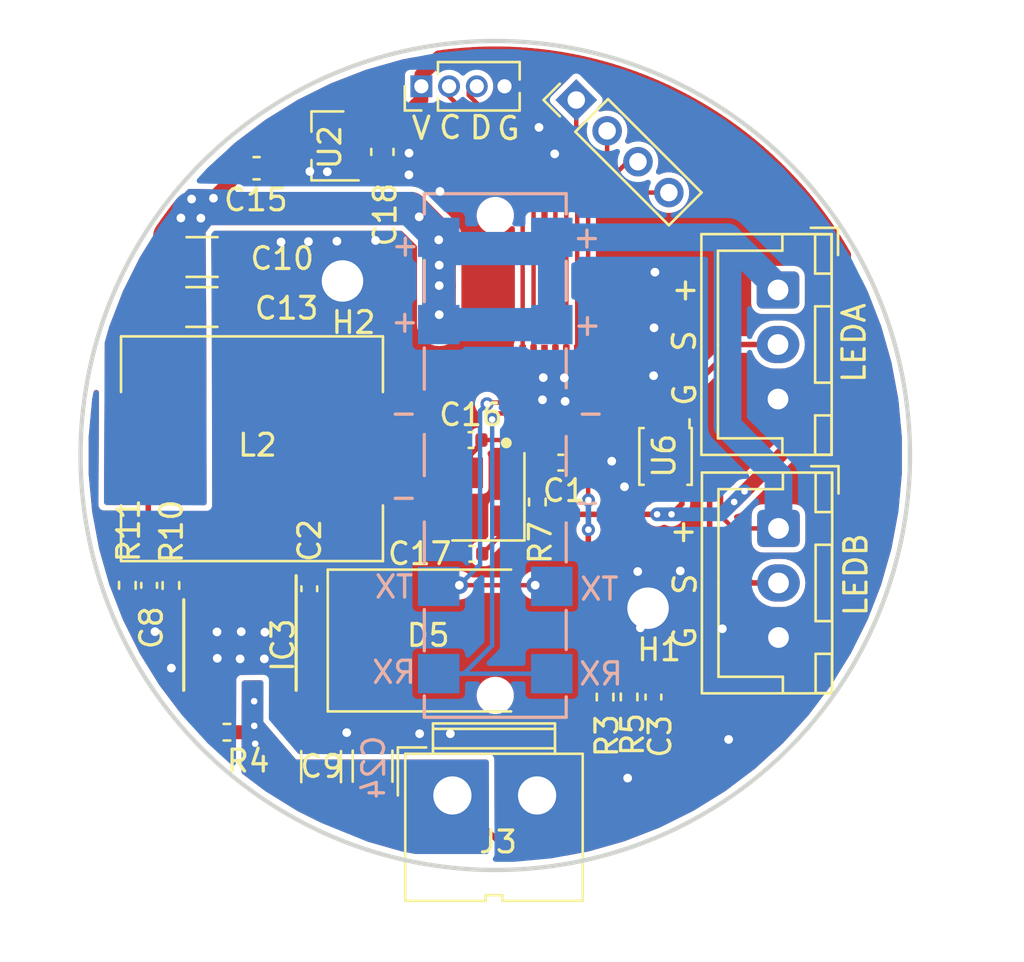
<source format=kicad_pcb>
(kicad_pcb (version 20171130) (host pcbnew "(5.1.10)-1")

  (general
    (thickness 1.6)
    (drawings 35)
    (tracks 319)
    (zones 0)
    (modules 33)
    (nets 40)
  )

  (page A4)
  (layers
    (0 F.Cu signal)
    (31 B.Cu signal)
    (32 B.Adhes user hide)
    (33 F.Adhes user hide)
    (34 B.Paste user hide)
    (35 F.Paste user hide)
    (36 B.SilkS user)
    (37 F.SilkS user)
    (38 B.Mask user hide)
    (39 F.Mask user hide)
    (40 Dwgs.User user hide)
    (41 Cmts.User user hide)
    (42 Eco1.User user hide)
    (43 Eco2.User user)
    (44 Edge.Cuts user)
    (45 Margin user hide)
    (46 B.CrtYd user hide)
    (47 F.CrtYd user)
    (48 B.Fab user hide)
    (49 F.Fab user hide)
  )

  (setup
    (last_trace_width 0.254)
    (user_trace_width 0.1524)
    (user_trace_width 0.2032)
    (user_trace_width 0.381)
    (user_trace_width 0.508)
    (user_trace_width 0.635)
    (user_trace_width 0.762)
    (user_trace_width 1.016)
    (user_trace_width 1.27)
    (user_trace_width 1.524)
    (user_trace_width 1.778)
    (user_trace_width 2.032)
    (user_trace_width 2.54)
    (trace_clearance 0.1524)
    (zone_clearance 0.254)
    (zone_45_only no)
    (trace_min 0.1524)
    (via_size 0.8)
    (via_drill 0.4)
    (via_min_size 0.4)
    (via_min_drill 0.3)
    (user_via 0.5 0.3)
    (user_via 0.6 0.3)
    (user_via 0.8 0.4)
    (uvia_size 0.3)
    (uvia_drill 0.1)
    (uvias_allowed no)
    (uvia_min_size 0.2)
    (uvia_min_drill 0.1)
    (edge_width 0.05)
    (segment_width 0.2)
    (pcb_text_width 0.3)
    (pcb_text_size 1.5 1.5)
    (mod_edge_width 0.1524)
    (mod_text_size 1.016 1.016)
    (mod_text_width 0.1524)
    (pad_size 4 4)
    (pad_drill 1.9)
    (pad_to_mask_clearance 0.05)
    (aux_axis_origin 153.64184 101.63052)
    (grid_origin 153.64184 101.63052)
    (visible_elements 7FFFFFFF)
    (pcbplotparams
      (layerselection 0x010fc_ffffffff)
      (usegerberextensions true)
      (usegerberattributes false)
      (usegerberadvancedattributes false)
      (creategerberjobfile false)
      (excludeedgelayer true)
      (linewidth 0.100000)
      (plotframeref false)
      (viasonmask false)
      (mode 1)
      (useauxorigin false)
      (hpglpennumber 1)
      (hpglpenspeed 20)
      (hpglpendiameter 15.000000)
      (psnegative false)
      (psa4output false)
      (plotreference true)
      (plotvalue true)
      (plotinvisibletext false)
      (padsonsilk false)
      (subtractmaskfromsilk false)
      (outputformat 1)
      (mirror false)
      (drillshape 0)
      (scaleselection 1)
      (outputdirectory "tiny_V1.0_gerber/"))
  )

  (net 0 "")
  (net 1 Earth)
  (net 2 +3V3)
  (net 3 /SWDIO)
  (net 4 /SWCLK)
  (net 5 "Net-(C2-Pad2)")
  (net 6 "Net-(C2-Pad1)")
  (net 7 +5V)
  (net 8 /FB)
  (net 9 "Net-(IC1-Pad5)")
  (net 10 "Net-(IC3-Pad5)")
  (net 11 "Net-(IC3-Pad3)")
  (net 12 "Net-(IC3-Pad2)")
  (net 13 /LEDD_DI_IN)
  (net 14 /LEDC_DI_IN)
  (net 15 /LEDD_DI_OUT)
  (net 16 /LEDC_DI_OUT)
  (net 17 /OSC_IN)
  (net 18 "Net-(C17-Pad2)")
  (net 19 "Net-(IC1-Pad22)")
  (net 20 "Net-(IC1-Pad28)")
  (net 21 "Net-(IC1-Pad25)")
  (net 22 "Net-(IC1-Pad24)")
  (net 23 "Net-(IC1-Pad23)")
  (net 24 "Net-(IC1-Pad19)")
  (net 25 "Net-(IC1-Pad18)")
  (net 26 "Net-(IC1-Pad17)")
  (net 27 "Net-(IC1-Pad16)")
  (net 28 "Net-(IC1-Pad11)")
  (net 29 /OSC_OUT)
  (net 30 "Net-(IC1-Pad10)")
  (net 31 /BAT_ADC)
  (net 32 /BAT+)
  (net 33 "Net-(IC1-Pad15)")
  (net 34 "Net-(IC1-Pad14)")
  (net 35 /RX)
  (net 36 /TX)
  (net 37 "Net-(IC1-Pad6)")
  (net 38 "Net-(IC1-Pad8)")
  (net 39 "Net-(IC1-Pad9)")

  (net_class Default "This is the default net class."
    (clearance 0.1524)
    (trace_width 0.254)
    (via_dia 0.8)
    (via_drill 0.4)
    (uvia_dia 0.3)
    (uvia_drill 0.1)
    (diff_pair_width 0.4)
    (diff_pair_gap 0.4)
    (add_net +3V3)
    (add_net +5V)
    (add_net /BAT+)
    (add_net /BAT_ADC)
    (add_net /FB)
    (add_net /LEDC_DI_IN)
    (add_net /LEDC_DI_OUT)
    (add_net /LEDD_DI_IN)
    (add_net /LEDD_DI_OUT)
    (add_net /OSC_IN)
    (add_net /OSC_OUT)
    (add_net /RX)
    (add_net /SWCLK)
    (add_net /SWDIO)
    (add_net /TX)
    (add_net Earth)
    (add_net "Net-(C17-Pad2)")
    (add_net "Net-(C2-Pad1)")
    (add_net "Net-(C2-Pad2)")
    (add_net "Net-(IC1-Pad10)")
    (add_net "Net-(IC1-Pad11)")
    (add_net "Net-(IC1-Pad14)")
    (add_net "Net-(IC1-Pad15)")
    (add_net "Net-(IC1-Pad16)")
    (add_net "Net-(IC1-Pad17)")
    (add_net "Net-(IC1-Pad18)")
    (add_net "Net-(IC1-Pad19)")
    (add_net "Net-(IC1-Pad22)")
    (add_net "Net-(IC1-Pad23)")
    (add_net "Net-(IC1-Pad24)")
    (add_net "Net-(IC1-Pad25)")
    (add_net "Net-(IC1-Pad28)")
    (add_net "Net-(IC1-Pad5)")
    (add_net "Net-(IC1-Pad6)")
    (add_net "Net-(IC1-Pad8)")
    (add_net "Net-(IC1-Pad9)")
    (add_net "Net-(IC3-Pad2)")
    (add_net "Net-(IC3-Pad3)")
    (add_net "Net-(IC3-Pad5)")
  )

  (module SamacSys_Parts:MountingHole_1.5x4mm (layer F.Cu) (tedit 5FB8F3CD) (tstamp 60C09252)
    (at -7 -8)
    (path /60C04FD0)
    (fp_text reference H2 (at 0.508 1.905) (layer F.SilkS)
      (effects (font (size 1 1) (thickness 0.15)))
    )
    (fp_text value MountingHole (at 0.127 -4.564) (layer F.Fab)
      (effects (font (size 1 1) (thickness 0.15)))
    )
    (fp_circle (center 0 0) (end 2 0) (layer Cmts.User) (width 0.15))
    (fp_circle (center 0 0) (end 2 0) (layer F.CrtYd) (width 0.05))
    (pad 0 thru_hole circle (at 0 0) (size 4 4) (drill 1.9) (layers *.Cu *.Mask))
  )

  (module SamacSys_Parts:MountingHole_1.5x4mm (layer F.Cu) (tedit 5FB8F3CD) (tstamp 60C0924B)
    (at 7 7)
    (path /60C04C79)
    (fp_text reference H1 (at 0.508 1.905) (layer F.SilkS)
      (effects (font (size 1 1) (thickness 0.15)))
    )
    (fp_text value MountingHole (at 0.127 -4.564) (layer F.Fab)
      (effects (font (size 1 1) (thickness 0.15)))
    )
    (fp_circle (center 0 0) (end 2 0) (layer Cmts.User) (width 0.15))
    (fp_circle (center 0 0) (end 2 0) (layer F.CrtYd) (width 0.05))
    (pad 0 thru_hole circle (at 0 0) (size 4 4) (drill 1.9) (layers *.Cu *.Mask))
  )

  (module SamacSys_Parts:JL-6P-4.0PH-1.9H (layer B.Cu) (tedit 60B5F3AA) (tstamp 60B27C90)
    (at 0 0 270)
    (path /60B3B97C)
    (fp_text reference J1 (at 0.35564 1.85442 270) (layer B.SilkS) hide
      (effects (font (size 1 1) (thickness 0.15)) (justify mirror))
    )
    (fp_text value Conn_01x06 (at 0 0.5 270) (layer B.Fab)
      (effects (font (size 1 1) (thickness 0.15)) (justify mirror))
    )
    (fp_line (start -11.0744 3.25) (end -12 3.25) (layer B.SilkS) (width 0.15))
    (fp_line (start -12 3.25) (end -12 -3.25) (layer B.SilkS) (width 0.15))
    (fp_line (start -12 -3.25) (end -11.0744 -3.2512) (layer B.SilkS) (width 0.15))
    (fp_line (start -8.9012 -3.25) (end -7.112 -3.2512) (layer B.SilkS) (width 0.15))
    (fp_line (start -4.888 -3.25) (end -3.0988 -3.2512) (layer B.SilkS) (width 0.15))
    (fp_line (start -0.8748 -3.25) (end 0.9144 -3.2512) (layer B.SilkS) (width 0.15))
    (fp_line (start 3.0876 -3.25) (end 4.8768 -3.2512) (layer B.SilkS) (width 0.15))
    (fp_line (start 7.1008 -3.25) (end 8.89 -3.2512) (layer B.SilkS) (width 0.15))
    (fp_line (start 11.0632 -3.25) (end 12 -3.25) (layer B.SilkS) (width 0.15))
    (fp_line (start 12 -3.25) (end 12 3.25) (layer B.SilkS) (width 0.15))
    (fp_line (start 12 3.25) (end 11.0236 3.25) (layer B.SilkS) (width 0.15))
    (fp_line (start 8.952 3.25) (end 7.0612 3.25) (layer B.SilkS) (width 0.15))
    (fp_line (start 4.9388 3.25) (end 3.048 3.25) (layer B.SilkS) (width 0.15))
    (fp_line (start 0.9256 3.2512) (end -0.9652 3.2512) (layer B.SilkS) (width 0.15))
    (fp_line (start -3.0368 3.2512) (end -4.9276 3.2512) (layer B.SilkS) (width 0.15))
    (fp_line (start -7.05 3.2512) (end -8.9408 3.2512) (layer B.SilkS) (width 0.15))
    (pad "" np_thru_hole circle (at 11 0 270) (size 1.2 1.2) (drill 1.2) (layers *.Cu *.Mask))
    (pad "" np_thru_hole circle (at -11 0 270) (size 1.2 1.2) (drill 1.2) (layers *.Cu *.Mask))
    (pad 3 smd rect (at -2 2.59 270) (size 1.8 1.9) (layers B.Cu B.Paste B.Mask)
      (net 1 Earth))
    (pad 2 smd rect (at -6 2.59 270) (size 1.8 1.9) (layers B.Cu B.Paste B.Mask)
      (net 7 +5V))
    (pad 1 smd rect (at -10 2.59 270) (size 1.8 1.9) (layers B.Cu B.Paste B.Mask)
      (net 7 +5V))
    (pad 5 smd rect (at 6 2.59 270) (size 1.8 1.9) (layers B.Cu B.Paste B.Mask)
      (net 36 /TX))
    (pad 6 smd rect (at 10 2.59 270) (size 1.8 1.9) (layers B.Cu B.Paste B.Mask)
      (net 35 /RX))
    (pad 4 smd rect (at 2 2.59 270) (size 1.8 1.9) (layers B.Cu B.Paste B.Mask)
      (net 1 Earth))
    (pad 6 smd rect (at 10 -2.59 270) (size 1.8 1.9) (layers B.Cu B.Paste B.Mask)
      (net 35 /RX))
    (pad 5 smd rect (at 6 -2.59 270) (size 1.8 1.9) (layers B.Cu B.Paste B.Mask)
      (net 36 /TX))
    (pad 4 smd rect (at 2 -2.59 270) (size 1.8 1.9) (layers B.Cu B.Paste B.Mask)
      (net 1 Earth))
    (pad 1 smd rect (at -10 -2.59 270) (size 1.8 1.9) (layers B.Cu B.Paste B.Mask)
      (net 7 +5V))
    (pad 2 smd rect (at -6 -2.59 270) (size 1.8 1.9) (layers B.Cu B.Paste B.Mask)
      (net 7 +5V))
    (pad 3 smd rect (at -2 -2.59 270) (size 1.8 1.9) (layers B.Cu B.Paste B.Mask)
      (net 1 Earth))
    (model E:/00_Softdoc/KiCad/KICAD/library/SamacSys_Parts.3dshapes/JL-6P-4.0PH-1.98.step
      (offset (xyz 0 0 2))
      (scale (xyz 1 1 1))
      (rotate (xyz 0 180 0))
    )
  )

  (module Capacitor_SMD:C_0402_1005Metric (layer F.Cu) (tedit 5F68FEEE) (tstamp 60B2B783)
    (at 7.2464 11.0719 270)
    (descr "Capacitor SMD 0402 (1005 Metric), square (rectangular) end terminal, IPC_7351 nominal, (Body size source: IPC-SM-782 page 76, https://www.pcb-3d.com/wordpress/wp-content/uploads/ipc-sm-782a_amendment_1_and_2.pdf), generated with kicad-footprint-generator")
    (tags capacitor)
    (path /60BBD706)
    (attr smd)
    (fp_text reference C3 (at 1.80086 -0.29972 90) (layer F.SilkS)
      (effects (font (size 1 1) (thickness 0.15)))
    )
    (fp_text value 0.1uF (at 0 1.16 90) (layer F.Fab)
      (effects (font (size 1 1) (thickness 0.15)))
    )
    (fp_line (start -0.5 0.25) (end -0.5 -0.25) (layer F.Fab) (width 0.1))
    (fp_line (start -0.5 -0.25) (end 0.5 -0.25) (layer F.Fab) (width 0.1))
    (fp_line (start 0.5 -0.25) (end 0.5 0.25) (layer F.Fab) (width 0.1))
    (fp_line (start 0.5 0.25) (end -0.5 0.25) (layer F.Fab) (width 0.1))
    (fp_line (start -0.107836 -0.36) (end 0.107836 -0.36) (layer F.SilkS) (width 0.12))
    (fp_line (start -0.107836 0.36) (end 0.107836 0.36) (layer F.SilkS) (width 0.12))
    (fp_line (start -0.91 0.46) (end -0.91 -0.46) (layer F.CrtYd) (width 0.05))
    (fp_line (start -0.91 -0.46) (end 0.91 -0.46) (layer F.CrtYd) (width 0.05))
    (fp_line (start 0.91 -0.46) (end 0.91 0.46) (layer F.CrtYd) (width 0.05))
    (fp_line (start 0.91 0.46) (end -0.91 0.46) (layer F.CrtYd) (width 0.05))
    (fp_text user %R (at 0 0 90) (layer F.Fab)
      (effects (font (size 0.25 0.25) (thickness 0.04)))
    )
    (pad 2 smd roundrect (at 0.48 0 270) (size 0.56 0.62) (layers F.Cu F.Paste F.Mask) (roundrect_rratio 0.25)
      (net 1 Earth))
    (pad 1 smd roundrect (at -0.48 0 270) (size 0.56 0.62) (layers F.Cu F.Paste F.Mask) (roundrect_rratio 0.25)
      (net 31 /BAT_ADC))
    (model ${KISYS3DMOD}/Capacitor_SMD.3dshapes/C_0402_1005Metric.wrl
      (at (xyz 0 0 0))
      (scale (xyz 1 1 1))
      (rotate (xyz 0 0 0))
    )
  )

  (module Connector_JST:JST_XH_B3B-XH-A_1x03_P2.50mm_Vertical (layer F.Cu) (tedit 5C28146C) (tstamp 60B260CA)
    (at 12.97664 3.34268 270)
    (descr "JST XH series connector, B3B-XH-A (http://www.jst-mfg.com/product/pdf/eng/eXH.pdf), generated with kicad-footprint-generator")
    (tags "connector JST XH vertical")
    (path /61108AE7)
    (fp_text reference J9 (at 2.5 -3.55 90) (layer F.SilkS) hide
      (effects (font (size 1 1) (thickness 0.15)))
    )
    (fp_text value LEDA (at 2.5 4.6 90) (layer F.Fab)
      (effects (font (size 1 1) (thickness 0.15)))
    )
    (fp_line (start -2.45 -2.35) (end -2.45 3.4) (layer F.Fab) (width 0.1))
    (fp_line (start -2.45 3.4) (end 7.45 3.4) (layer F.Fab) (width 0.1))
    (fp_line (start 7.45 3.4) (end 7.45 -2.35) (layer F.Fab) (width 0.1))
    (fp_line (start 7.45 -2.35) (end -2.45 -2.35) (layer F.Fab) (width 0.1))
    (fp_line (start -2.56 -2.46) (end -2.56 3.51) (layer F.SilkS) (width 0.12))
    (fp_line (start -2.56 3.51) (end 7.56 3.51) (layer F.SilkS) (width 0.12))
    (fp_line (start 7.56 3.51) (end 7.56 -2.46) (layer F.SilkS) (width 0.12))
    (fp_line (start 7.56 -2.46) (end -2.56 -2.46) (layer F.SilkS) (width 0.12))
    (fp_line (start -2.95 -2.85) (end -2.95 3.9) (layer F.CrtYd) (width 0.05))
    (fp_line (start -2.95 3.9) (end 7.95 3.9) (layer F.CrtYd) (width 0.05))
    (fp_line (start 7.95 3.9) (end 7.95 -2.85) (layer F.CrtYd) (width 0.05))
    (fp_line (start 7.95 -2.85) (end -2.95 -2.85) (layer F.CrtYd) (width 0.05))
    (fp_line (start -0.625 -2.35) (end 0 -1.35) (layer F.Fab) (width 0.1))
    (fp_line (start 0 -1.35) (end 0.625 -2.35) (layer F.Fab) (width 0.1))
    (fp_line (start 0.75 -2.45) (end 0.75 -1.7) (layer F.SilkS) (width 0.12))
    (fp_line (start 0.75 -1.7) (end 4.25 -1.7) (layer F.SilkS) (width 0.12))
    (fp_line (start 4.25 -1.7) (end 4.25 -2.45) (layer F.SilkS) (width 0.12))
    (fp_line (start 4.25 -2.45) (end 0.75 -2.45) (layer F.SilkS) (width 0.12))
    (fp_line (start -2.55 -2.45) (end -2.55 -1.7) (layer F.SilkS) (width 0.12))
    (fp_line (start -2.55 -1.7) (end -0.75 -1.7) (layer F.SilkS) (width 0.12))
    (fp_line (start -0.75 -1.7) (end -0.75 -2.45) (layer F.SilkS) (width 0.12))
    (fp_line (start -0.75 -2.45) (end -2.55 -2.45) (layer F.SilkS) (width 0.12))
    (fp_line (start 5.75 -2.45) (end 5.75 -1.7) (layer F.SilkS) (width 0.12))
    (fp_line (start 5.75 -1.7) (end 7.55 -1.7) (layer F.SilkS) (width 0.12))
    (fp_line (start 7.55 -1.7) (end 7.55 -2.45) (layer F.SilkS) (width 0.12))
    (fp_line (start 7.55 -2.45) (end 5.75 -2.45) (layer F.SilkS) (width 0.12))
    (fp_line (start -2.55 -0.2) (end -1.8 -0.2) (layer F.SilkS) (width 0.12))
    (fp_line (start -1.8 -0.2) (end -1.8 2.75) (layer F.SilkS) (width 0.12))
    (fp_line (start -1.8 2.75) (end 2.5 2.75) (layer F.SilkS) (width 0.12))
    (fp_line (start 7.55 -0.2) (end 6.8 -0.2) (layer F.SilkS) (width 0.12))
    (fp_line (start 6.8 -0.2) (end 6.8 2.75) (layer F.SilkS) (width 0.12))
    (fp_line (start 6.8 2.75) (end 2.5 2.75) (layer F.SilkS) (width 0.12))
    (fp_line (start -1.6 -2.75) (end -2.85 -2.75) (layer F.SilkS) (width 0.12))
    (fp_line (start -2.85 -2.75) (end -2.85 -1.5) (layer F.SilkS) (width 0.12))
    (fp_text user %R (at 2.5 2.7 90) (layer F.Fab)
      (effects (font (size 1 1) (thickness 0.15)))
    )
    (pad 3 thru_hole oval (at 5 0 270) (size 1.7 1.95) (drill 0.95) (layers *.Cu *.Mask)
      (net 1 Earth))
    (pad 2 thru_hole oval (at 2.5 0 270) (size 1.7 1.95) (drill 0.95) (layers *.Cu *.Mask)
      (net 15 /LEDD_DI_OUT))
    (pad 1 thru_hole roundrect (at 0 0 270) (size 1.7 1.95) (drill 0.95) (layers *.Cu *.Mask) (roundrect_rratio 0.1470588235294118)
      (net 7 +5V))
    (model ${KISYS3DMOD}/Connector_JST.3dshapes/JST_XH_B3B-XH-A_1x03_P2.50mm_Vertical.wrl
      (at (xyz 0 0 0))
      (scale (xyz 1 1 1))
      (rotate (xyz 0 0 0))
    )
  )

  (module Connector_JST:JST_XH_B3B-XH-A_1x03_P2.50mm_Vertical (layer F.Cu) (tedit 5C28146C) (tstamp 60B2609B)
    (at 12.95378 -7.58694 270)
    (descr "JST XH series connector, B3B-XH-A (http://www.jst-mfg.com/product/pdf/eng/eXH.pdf), generated with kicad-footprint-generator")
    (tags "connector JST XH vertical")
    (path /60461070)
    (fp_text reference J8 (at 2.5 -3.55 90) (layer F.SilkS) hide
      (effects (font (size 1 1) (thickness 0.15)))
    )
    (fp_text value LEDA (at 2.5 4.6 90) (layer F.Fab)
      (effects (font (size 1 1) (thickness 0.15)))
    )
    (fp_line (start -2.45 -2.35) (end -2.45 3.4) (layer F.Fab) (width 0.1))
    (fp_line (start -2.45 3.4) (end 7.45 3.4) (layer F.Fab) (width 0.1))
    (fp_line (start 7.45 3.4) (end 7.45 -2.35) (layer F.Fab) (width 0.1))
    (fp_line (start 7.45 -2.35) (end -2.45 -2.35) (layer F.Fab) (width 0.1))
    (fp_line (start -2.56 -2.46) (end -2.56 3.51) (layer F.SilkS) (width 0.12))
    (fp_line (start -2.56 3.51) (end 7.56 3.51) (layer F.SilkS) (width 0.12))
    (fp_line (start 7.56 3.51) (end 7.56 -2.46) (layer F.SilkS) (width 0.12))
    (fp_line (start 7.56 -2.46) (end -2.56 -2.46) (layer F.SilkS) (width 0.12))
    (fp_line (start -2.95 -2.85) (end -2.95 3.9) (layer F.CrtYd) (width 0.05))
    (fp_line (start -2.95 3.9) (end 7.95 3.9) (layer F.CrtYd) (width 0.05))
    (fp_line (start 7.95 3.9) (end 7.95 -2.85) (layer F.CrtYd) (width 0.05))
    (fp_line (start 7.95 -2.85) (end -2.95 -2.85) (layer F.CrtYd) (width 0.05))
    (fp_line (start -0.625 -2.35) (end 0 -1.35) (layer F.Fab) (width 0.1))
    (fp_line (start 0 -1.35) (end 0.625 -2.35) (layer F.Fab) (width 0.1))
    (fp_line (start 0.75 -2.45) (end 0.75 -1.7) (layer F.SilkS) (width 0.12))
    (fp_line (start 0.75 -1.7) (end 4.25 -1.7) (layer F.SilkS) (width 0.12))
    (fp_line (start 4.25 -1.7) (end 4.25 -2.45) (layer F.SilkS) (width 0.12))
    (fp_line (start 4.25 -2.45) (end 0.75 -2.45) (layer F.SilkS) (width 0.12))
    (fp_line (start -2.55 -2.45) (end -2.55 -1.7) (layer F.SilkS) (width 0.12))
    (fp_line (start -2.55 -1.7) (end -0.75 -1.7) (layer F.SilkS) (width 0.12))
    (fp_line (start -0.75 -1.7) (end -0.75 -2.45) (layer F.SilkS) (width 0.12))
    (fp_line (start -0.75 -2.45) (end -2.55 -2.45) (layer F.SilkS) (width 0.12))
    (fp_line (start 5.75 -2.45) (end 5.75 -1.7) (layer F.SilkS) (width 0.12))
    (fp_line (start 5.75 -1.7) (end 7.55 -1.7) (layer F.SilkS) (width 0.12))
    (fp_line (start 7.55 -1.7) (end 7.55 -2.45) (layer F.SilkS) (width 0.12))
    (fp_line (start 7.55 -2.45) (end 5.75 -2.45) (layer F.SilkS) (width 0.12))
    (fp_line (start -2.55 -0.2) (end -1.8 -0.2) (layer F.SilkS) (width 0.12))
    (fp_line (start -1.8 -0.2) (end -1.8 2.75) (layer F.SilkS) (width 0.12))
    (fp_line (start -1.8 2.75) (end 2.5 2.75) (layer F.SilkS) (width 0.12))
    (fp_line (start 7.55 -0.2) (end 6.8 -0.2) (layer F.SilkS) (width 0.12))
    (fp_line (start 6.8 -0.2) (end 6.8 2.75) (layer F.SilkS) (width 0.12))
    (fp_line (start 6.8 2.75) (end 2.5 2.75) (layer F.SilkS) (width 0.12))
    (fp_line (start -1.6 -2.75) (end -2.85 -2.75) (layer F.SilkS) (width 0.12))
    (fp_line (start -2.85 -2.75) (end -2.85 -1.5) (layer F.SilkS) (width 0.12))
    (fp_text user %R (at 2.5 2.7 90) (layer F.Fab)
      (effects (font (size 1 1) (thickness 0.15)))
    )
    (pad 3 thru_hole oval (at 5 0 270) (size 1.7 1.95) (drill 0.95) (layers *.Cu *.Mask)
      (net 1 Earth))
    (pad 2 thru_hole oval (at 2.5 0 270) (size 1.7 1.95) (drill 0.95) (layers *.Cu *.Mask)
      (net 16 /LEDC_DI_OUT))
    (pad 1 thru_hole roundrect (at 0 0 270) (size 1.7 1.95) (drill 0.95) (layers *.Cu *.Mask) (roundrect_rratio 0.1470588235294118)
      (net 7 +5V))
    (model ${KISYS3DMOD}/Connector_JST.3dshapes/JST_XH_B3B-XH-A_1x03_P2.50mm_Vertical.wrl
      (at (xyz 0 0 0))
      (scale (xyz 1 1 1))
      (rotate (xyz 0 0 0))
    )
  )

  (module Connector:JWT_A3963_1x02_P3.96mm_Vertical (layer F.Cu) (tedit 5A2A57CE) (tstamp 60B29FA7)
    (at -1.96364 15.58294)
    (descr "JWT A3963, 3.96mm pitch Pin head connector (http://www.jwt.com.tw/pro_pdf/A3963.pdf)")
    (tags "connector JWT A3963 pinhead")
    (path /60B9E3C8)
    (fp_text reference J3 (at 2.09296 2.13106) (layer F.SilkS)
      (effects (font (size 1 1) (thickness 0.15)))
    )
    (fp_text value Conn_01x02 (at 1.91 6.35) (layer F.Fab)
      (effects (font (size 1 1) (thickness 0.15)))
    )
    (fp_line (start 4.6 -3.2) (end 4.6 -1.8) (layer F.Fab) (width 0.1))
    (fp_line (start -0.8 -3.2) (end 4.6 -3.2) (layer F.Fab) (width 0.1))
    (fp_line (start -0.8 -1.8) (end -0.8 -3.2) (layer F.Fab) (width 0.1))
    (fp_line (start 0 -0.3) (end 1.25 -1.8) (layer F.Fab) (width 0.1))
    (fp_line (start -1.25 -1.8) (end 0 -0.3) (layer F.Fab) (width 0.1))
    (fp_line (start -2.5 -2.2) (end -2.5 0) (layer F.SilkS) (width 0.12))
    (fp_line (start -1.2 -2.2) (end -2.5 -2.2) (layer F.SilkS) (width 0.12))
    (fp_line (start -2.05 4.7) (end -2.05 -1.8) (layer F.Fab) (width 0.1))
    (fp_line (start 5.85 4.7) (end -2.05 4.7) (layer F.Fab) (width 0.1))
    (fp_line (start 5.85 -1.8) (end 5.85 4.7) (layer F.Fab) (width 0.1))
    (fp_line (start -2.05 -1.8) (end 5.85 -1.8) (layer F.Fab) (width 0.1))
    (fp_line (start -2.5 -3.55) (end 6.35 -3.55) (layer F.CrtYd) (width 0.05))
    (fp_line (start 6.35 -3.55) (end 6.35 5.05) (layer F.CrtYd) (width 0.05))
    (fp_line (start 6.35 5.05) (end -2.5 5.05) (layer F.CrtYd) (width 0.05))
    (fp_line (start -2.5 5.05) (end -2.5 -3.55) (layer F.CrtYd) (width 0.05))
    (fp_line (start 2.29 4.83) (end 5.97 4.83) (layer F.SilkS) (width 0.12))
    (fp_line (start 1.52 4.83) (end -2.16 4.83) (layer F.SilkS) (width 0.12))
    (fp_line (start 1.52 4.83) (end 1.52 4.57) (layer F.SilkS) (width 0.12))
    (fp_line (start 1.52 4.57) (end 2.29 4.57) (layer F.SilkS) (width 0.12))
    (fp_line (start 2.29 4.57) (end 2.29 4.83) (layer F.SilkS) (width 0.12))
    (fp_line (start -0.89 -2.16) (end 4.7 -2.16) (layer F.SilkS) (width 0.12))
    (fp_line (start -0.89 -3.05) (end 4.7 -3.05) (layer F.SilkS) (width 0.12))
    (fp_line (start 5.97 -1.91) (end 5.97 0) (layer F.SilkS) (width 0.12))
    (fp_line (start -2.16 -1.91) (end -2.16 0) (layer F.SilkS) (width 0.12))
    (fp_line (start -0.89 -3.3) (end 4.7 -3.3) (layer F.SilkS) (width 0.12))
    (fp_line (start 4.7 -1.91) (end 4.7 -3.3) (layer F.SilkS) (width 0.12))
    (fp_line (start -0.89 -1.91) (end -0.89 -3.3) (layer F.SilkS) (width 0.12))
    (fp_line (start -2.16 -1.91) (end 5.97 -1.91) (layer F.SilkS) (width 0.12))
    (fp_line (start -2.16 0) (end -2.16 4.83) (layer F.SilkS) (width 0.12))
    (fp_line (start 5.97 4.83) (end 5.97 0) (layer F.SilkS) (width 0.12))
    (fp_text user %R (at 2.2 3.7) (layer F.Fab)
      (effects (font (size 1 1) (thickness 0.15)))
    )
    (pad 2 thru_hole circle (at 3.88 0) (size 3 3) (drill 1.75) (layers *.Cu *.Mask)
      (net 1 Earth))
    (pad 1 thru_hole rect (at 0 0) (size 3 3) (drill 1.75) (layers *.Cu *.Mask)
      (net 32 /BAT+))
    (model ${KISYS3DMOD}/Connector.3dshapes/JWT_A3963_1x02_P3.96mm_Vertical.wrl
      (at (xyz 0 0 0))
      (scale (xyz 1 1 1))
      (rotate (xyz 0 0 0))
    )
  )

  (module Crystal:Crystal_SMD_3225-4Pin_3.2x2.5mm (layer F.Cu) (tedit 5A0FD1B2) (tstamp 60B2618B)
    (at -0.31264 1.89488 90)
    (descr "SMD Crystal SERIES SMD3225/4 http://www.txccrystal.com/images/pdf/7m-accuracy.pdf, 3.2x2.5mm^2 package")
    (tags "SMD SMT crystal")
    (path /5FF36292)
    (attr smd)
    (fp_text reference Y1 (at 0.08908 -0.09996 90) (layer F.SilkS) hide
      (effects (font (size 1 1) (thickness 0.15)))
    )
    (fp_text value 8MHz (at 0 2.45 90) (layer F.Fab)
      (effects (font (size 1 1) (thickness 0.15)))
    )
    (fp_line (start -1.6 -1.25) (end -1.6 1.25) (layer F.Fab) (width 0.1))
    (fp_line (start -1.6 1.25) (end 1.6 1.25) (layer F.Fab) (width 0.1))
    (fp_line (start 1.6 1.25) (end 1.6 -1.25) (layer F.Fab) (width 0.1))
    (fp_line (start 1.6 -1.25) (end -1.6 -1.25) (layer F.Fab) (width 0.1))
    (fp_line (start -1.6 0.25) (end -0.6 1.25) (layer F.Fab) (width 0.1))
    (fp_line (start -2 -1.65) (end -2 1.65) (layer F.SilkS) (width 0.12))
    (fp_line (start -2 1.65) (end 2 1.65) (layer F.SilkS) (width 0.12))
    (fp_line (start -2.1 -1.7) (end -2.1 1.7) (layer F.CrtYd) (width 0.05))
    (fp_line (start -2.1 1.7) (end 2.1 1.7) (layer F.CrtYd) (width 0.05))
    (fp_line (start 2.1 1.7) (end 2.1 -1.7) (layer F.CrtYd) (width 0.05))
    (fp_line (start 2.1 -1.7) (end -2.1 -1.7) (layer F.CrtYd) (width 0.05))
    (fp_text user %R (at 0 0 90) (layer F.Fab)
      (effects (font (size 0.7 0.7) (thickness 0.105)))
    )
    (pad 4 smd rect (at -1.1 -0.85 90) (size 1.4 1.2) (layers F.Cu F.Paste F.Mask)
      (net 1 Earth))
    (pad 3 smd rect (at 1.1 -0.85 90) (size 1.4 1.2) (layers F.Cu F.Paste F.Mask)
      (net 17 /OSC_IN))
    (pad 2 smd rect (at 1.1 0.85 90) (size 1.4 1.2) (layers F.Cu F.Paste F.Mask)
      (net 1 Earth))
    (pad 1 smd rect (at -1.1 0.85 90) (size 1.4 1.2) (layers F.Cu F.Paste F.Mask)
      (net 18 "Net-(C17-Pad2)"))
    (model ${KISYS3DMOD}/Crystal.3dshapes/Crystal_SMD_3225-4Pin_3.2x2.5mm.wrl
      (at (xyz 0 0 0))
      (scale (xyz 1 1 1))
      (rotate (xyz 0 0 0))
    )
  )

  (module Package_SO:VSSOP-8_2.4x2.1mm_P0.5mm (layer F.Cu) (tedit 5A02F25C) (tstamp 60B26177)
    (at 7.80012 0.04322 270)
    (descr http://www.ti.com/lit/ml/mpds050d/mpds050d.pdf)
    (tags "VSSOP DCU R-PDSO-G8 Pitch0.5mm")
    (path /61076642)
    (attr smd)
    (fp_text reference U6 (at -0.03048 0.06604 90) (layer F.SilkS)
      (effects (font (size 1 1) (thickness 0.15)))
    )
    (fp_text value SN74LVC2T45DCUR (at 0 2.413 90) (layer F.Fab)
      (effects (font (size 1 1) (thickness 0.15)))
    )
    (fp_line (start -2.18 1.3) (end -2.18 -1.3) (layer F.CrtYd) (width 0.05))
    (fp_line (start 2.18 1.3) (end -2.18 1.3) (layer F.CrtYd) (width 0.05))
    (fp_line (start 2.18 -1.3) (end 2.18 1.3) (layer F.CrtYd) (width 0.05))
    (fp_line (start -2.18 -1.3) (end 2.18 -1.3) (layer F.CrtYd) (width 0.05))
    (fp_line (start -1.3 1.2) (end -1.3 1) (layer F.SilkS) (width 0.12))
    (fp_line (start -1.3 -1.1) (end -1.7 -1.1) (layer F.SilkS) (width 0.12))
    (fp_line (start -1.3 -1.2) (end -1.3 -1.1) (layer F.SilkS) (width 0.12))
    (fp_line (start 1.3 -1.2) (end -1.3 -1.2) (layer F.SilkS) (width 0.12))
    (fp_line (start 1.3 -1) (end 1.3 -1.2) (layer F.SilkS) (width 0.12))
    (fp_line (start 1.3 1.2) (end 1.3 1) (layer F.SilkS) (width 0.12))
    (fp_line (start -1.3 1.2) (end 1.3 1.2) (layer F.SilkS) (width 0.12))
    (fp_line (start -1.2 -0.7) (end -1.2 1.05) (layer F.Fab) (width 0.1))
    (fp_line (start -0.9 -1.05) (end -1.2 -0.7) (layer F.Fab) (width 0.1))
    (fp_line (start 1.2 -1.05) (end -0.9 -1.05) (layer F.Fab) (width 0.1))
    (fp_line (start 1.2 1.05) (end 1.2 -1.05) (layer F.Fab) (width 0.1))
    (fp_line (start -1.2 1.05) (end 1.2 1.05) (layer F.Fab) (width 0.1))
    (fp_text user %R (at 0 0 90) (layer F.Fab)
      (effects (font (size 0.5 0.5) (thickness 0.1)))
    )
    (pad 8 smd rect (at 1.55 -0.75 270) (size 0.75 0.25) (layers F.Cu F.Paste F.Mask)
      (net 2 +3V3))
    (pad 7 smd rect (at 1.55 -0.25 270) (size 0.75 0.25) (layers F.Cu F.Paste F.Mask)
      (net 14 /LEDC_DI_IN))
    (pad 6 smd rect (at 1.55 0.25 270) (size 0.75 0.25) (layers F.Cu F.Paste F.Mask)
      (net 13 /LEDD_DI_IN))
    (pad 5 smd rect (at 1.55 0.75 270) (size 0.75 0.25) (layers F.Cu F.Paste F.Mask)
      (net 1 Earth))
    (pad 4 smd rect (at -1.55 0.75 270) (size 0.75 0.25) (layers F.Cu F.Paste F.Mask)
      (net 1 Earth))
    (pad 3 smd rect (at -1.55 0.25 270) (size 0.75 0.25) (layers F.Cu F.Paste F.Mask)
      (net 15 /LEDD_DI_OUT))
    (pad 2 smd rect (at -1.55 -0.25 270) (size 0.75 0.25) (layers F.Cu F.Paste F.Mask)
      (net 16 /LEDC_DI_OUT))
    (pad 1 smd rect (at -1.55 -0.75 270) (size 0.75 0.25) (layers F.Cu F.Paste F.Mask)
      (net 7 +5V))
    (model ${KISYS3DMOD}/Package_SO.3dshapes/VSSOP-8_2.4x2.1mm_P0.5mm.wrl
      (at (xyz 0 0 0))
      (scale (xyz 1 1 1))
      (rotate (xyz 0 0 0))
    )
  )

  (module Package_TO_SOT_SMD:SOT-23 (layer F.Cu) (tedit 5A02FF57) (tstamp 60B2615A)
    (at -7.66086 -14.19094 180)
    (descr "SOT-23, Standard")
    (tags SOT-23)
    (path /5FCB61E5)
    (attr smd)
    (fp_text reference U2 (at -0.08382 -0.0635 270) (layer F.SilkS)
      (effects (font (size 1 1) (thickness 0.15)))
    )
    (fp_text value XC6206 (at 0 2.5) (layer F.Fab)
      (effects (font (size 1 1) (thickness 0.15)))
    )
    (fp_line (start -0.7 -0.95) (end -0.7 1.5) (layer F.Fab) (width 0.1))
    (fp_line (start -0.15 -1.52) (end 0.7 -1.52) (layer F.Fab) (width 0.1))
    (fp_line (start -0.7 -0.95) (end -0.15 -1.52) (layer F.Fab) (width 0.1))
    (fp_line (start 0.7 -1.52) (end 0.7 1.52) (layer F.Fab) (width 0.1))
    (fp_line (start -0.7 1.52) (end 0.7 1.52) (layer F.Fab) (width 0.1))
    (fp_line (start 0.76 1.58) (end 0.76 0.65) (layer F.SilkS) (width 0.12))
    (fp_line (start 0.76 -1.58) (end 0.76 -0.65) (layer F.SilkS) (width 0.12))
    (fp_line (start -1.7 -1.75) (end 1.7 -1.75) (layer F.CrtYd) (width 0.05))
    (fp_line (start 1.7 -1.75) (end 1.7 1.75) (layer F.CrtYd) (width 0.05))
    (fp_line (start 1.7 1.75) (end -1.7 1.75) (layer F.CrtYd) (width 0.05))
    (fp_line (start -1.7 1.75) (end -1.7 -1.75) (layer F.CrtYd) (width 0.05))
    (fp_line (start 0.76 -1.58) (end -1.4 -1.58) (layer F.SilkS) (width 0.12))
    (fp_line (start 0.76 1.58) (end -0.7 1.58) (layer F.SilkS) (width 0.12))
    (fp_text user %R (at 0 0 90) (layer F.Fab)
      (effects (font (size 0.5 0.5) (thickness 0.075)))
    )
    (pad 3 smd rect (at 1 0 180) (size 0.9 0.8) (layers F.Cu F.Paste F.Mask)
      (net 7 +5V))
    (pad 2 smd rect (at -1 0.95 180) (size 0.9 0.8) (layers F.Cu F.Paste F.Mask)
      (net 2 +3V3))
    (pad 1 smd rect (at -1 -0.95 180) (size 0.9 0.8) (layers F.Cu F.Paste F.Mask)
      (net 1 Earth))
    (model ${KISYS3DMOD}/Package_TO_SOT_SMD.3dshapes/SOT-23.wrl
      (at (xyz 0 0 0))
      (scale (xyz 1 1 1))
      (rotate (xyz 0 0 0))
    )
  )

  (module Resistor_SMD:R_0402_1005Metric (layer F.Cu) (tedit 5F68FEEE) (tstamp 60B26145)
    (at -16.85566 5.95126 90)
    (descr "Resistor SMD 0402 (1005 Metric), square (rectangular) end terminal, IPC_7351 nominal, (Body size source: IPC-SM-782 page 72, https://www.pcb-3d.com/wordpress/wp-content/uploads/ipc-sm-782a_amendment_1_and_2.pdf), generated with kicad-footprint-generator")
    (tags resistor)
    (path /60A7D5D9)
    (attr smd)
    (fp_text reference R11 (at 2.5146 0.05588 90) (layer F.SilkS)
      (effects (font (size 1 1) (thickness 0.15)))
    )
    (fp_text value 31.6k (at 0 1.17 90) (layer F.Fab)
      (effects (font (size 1 1) (thickness 0.15)))
    )
    (fp_line (start -0.525 0.27) (end -0.525 -0.27) (layer F.Fab) (width 0.1))
    (fp_line (start -0.525 -0.27) (end 0.525 -0.27) (layer F.Fab) (width 0.1))
    (fp_line (start 0.525 -0.27) (end 0.525 0.27) (layer F.Fab) (width 0.1))
    (fp_line (start 0.525 0.27) (end -0.525 0.27) (layer F.Fab) (width 0.1))
    (fp_line (start -0.153641 -0.38) (end 0.153641 -0.38) (layer F.SilkS) (width 0.12))
    (fp_line (start -0.153641 0.38) (end 0.153641 0.38) (layer F.SilkS) (width 0.12))
    (fp_line (start -0.93 0.47) (end -0.93 -0.47) (layer F.CrtYd) (width 0.05))
    (fp_line (start -0.93 -0.47) (end 0.93 -0.47) (layer F.CrtYd) (width 0.05))
    (fp_line (start 0.93 -0.47) (end 0.93 0.47) (layer F.CrtYd) (width 0.05))
    (fp_line (start 0.93 0.47) (end -0.93 0.47) (layer F.CrtYd) (width 0.05))
    (fp_text user %R (at 0 0 90) (layer F.Fab)
      (effects (font (size 0.26 0.26) (thickness 0.04)))
    )
    (pad 2 smd roundrect (at 0.51 0 90) (size 0.54 0.64) (layers F.Cu F.Paste F.Mask) (roundrect_rratio 0.25)
      (net 8 /FB))
    (pad 1 smd roundrect (at -0.51 0 90) (size 0.54 0.64) (layers F.Cu F.Paste F.Mask) (roundrect_rratio 0.25)
      (net 1 Earth))
    (model ${KISYS3DMOD}/Resistor_SMD.3dshapes/R_0402_1005Metric.wrl
      (at (xyz 0 0 0))
      (scale (xyz 1 1 1))
      (rotate (xyz 0 0 0))
    )
  )

  (module Resistor_SMD:R_0402_1005Metric (layer F.Cu) (tedit 5F68FEEE) (tstamp 60B26134)
    (at -14.85922 5.95888 90)
    (descr "Resistor SMD 0402 (1005 Metric), square (rectangular) end terminal, IPC_7351 nominal, (Body size source: IPC-SM-782 page 72, https://www.pcb-3d.com/wordpress/wp-content/uploads/ipc-sm-782a_amendment_1_and_2.pdf), generated with kicad-footprint-generator")
    (tags resistor)
    (path /60A7CDA6)
    (attr smd)
    (fp_text reference R10 (at 2.47904 0.02286 90) (layer F.SilkS)
      (effects (font (size 1 1) (thickness 0.15)))
    )
    (fp_text value 100K (at 0 1.17 90) (layer F.Fab)
      (effects (font (size 1 1) (thickness 0.15)))
    )
    (fp_line (start -0.525 0.27) (end -0.525 -0.27) (layer F.Fab) (width 0.1))
    (fp_line (start -0.525 -0.27) (end 0.525 -0.27) (layer F.Fab) (width 0.1))
    (fp_line (start 0.525 -0.27) (end 0.525 0.27) (layer F.Fab) (width 0.1))
    (fp_line (start 0.525 0.27) (end -0.525 0.27) (layer F.Fab) (width 0.1))
    (fp_line (start -0.153641 -0.38) (end 0.153641 -0.38) (layer F.SilkS) (width 0.12))
    (fp_line (start -0.153641 0.38) (end 0.153641 0.38) (layer F.SilkS) (width 0.12))
    (fp_line (start -0.93 0.47) (end -0.93 -0.47) (layer F.CrtYd) (width 0.05))
    (fp_line (start -0.93 -0.47) (end 0.93 -0.47) (layer F.CrtYd) (width 0.05))
    (fp_line (start 0.93 -0.47) (end 0.93 0.47) (layer F.CrtYd) (width 0.05))
    (fp_line (start 0.93 0.47) (end -0.93 0.47) (layer F.CrtYd) (width 0.05))
    (fp_text user %R (at 0 0 90) (layer F.Fab)
      (effects (font (size 0.26 0.26) (thickness 0.04)))
    )
    (pad 2 smd roundrect (at 0.51 0 90) (size 0.54 0.64) (layers F.Cu F.Paste F.Mask) (roundrect_rratio 0.25)
      (net 7 +5V))
    (pad 1 smd roundrect (at -0.51 0 90) (size 0.54 0.64) (layers F.Cu F.Paste F.Mask) (roundrect_rratio 0.25)
      (net 8 /FB))
    (model ${KISYS3DMOD}/Resistor_SMD.3dshapes/R_0402_1005Metric.wrl
      (at (xyz 0 0 0))
      (scale (xyz 1 1 1))
      (rotate (xyz 0 0 0))
    )
  )

  (module Resistor_SMD:R_0402_1005Metric (layer F.Cu) (tedit 5F68FEEE) (tstamp 60B37090)
    (at 1.92764 2.13364 90)
    (descr "Resistor SMD 0402 (1005 Metric), square (rectangular) end terminal, IPC_7351 nominal, (Body size source: IPC-SM-782 page 72, https://www.pcb-3d.com/wordpress/wp-content/uploads/ipc-sm-782a_amendment_1_and_2.pdf), generated with kicad-footprint-generator")
    (tags resistor)
    (path /60B4EDE4)
    (attr smd)
    (fp_text reference R7 (at -1.85674 0.13462 90) (layer F.SilkS)
      (effects (font (size 1 1) (thickness 0.15)))
    )
    (fp_text value 390R (at 0 1.17 90) (layer F.Fab)
      (effects (font (size 1 1) (thickness 0.15)))
    )
    (fp_line (start -0.525 0.27) (end -0.525 -0.27) (layer F.Fab) (width 0.1))
    (fp_line (start -0.525 -0.27) (end 0.525 -0.27) (layer F.Fab) (width 0.1))
    (fp_line (start 0.525 -0.27) (end 0.525 0.27) (layer F.Fab) (width 0.1))
    (fp_line (start 0.525 0.27) (end -0.525 0.27) (layer F.Fab) (width 0.1))
    (fp_line (start -0.153641 -0.38) (end 0.153641 -0.38) (layer F.SilkS) (width 0.12))
    (fp_line (start -0.153641 0.38) (end 0.153641 0.38) (layer F.SilkS) (width 0.12))
    (fp_line (start -0.93 0.47) (end -0.93 -0.47) (layer F.CrtYd) (width 0.05))
    (fp_line (start -0.93 -0.47) (end 0.93 -0.47) (layer F.CrtYd) (width 0.05))
    (fp_line (start 0.93 -0.47) (end 0.93 0.47) (layer F.CrtYd) (width 0.05))
    (fp_line (start 0.93 0.47) (end -0.93 0.47) (layer F.CrtYd) (width 0.05))
    (fp_text user %R (at 0 0 90) (layer F.Fab)
      (effects (font (size 0.26 0.26) (thickness 0.04)))
    )
    (pad 2 smd roundrect (at 0.51 0 90) (size 0.54 0.64) (layers F.Cu F.Paste F.Mask) (roundrect_rratio 0.25)
      (net 29 /OSC_OUT))
    (pad 1 smd roundrect (at -0.51 0 90) (size 0.54 0.64) (layers F.Cu F.Paste F.Mask) (roundrect_rratio 0.25)
      (net 18 "Net-(C17-Pad2)"))
    (model ${KISYS3DMOD}/Resistor_SMD.3dshapes/R_0402_1005Metric.wrl
      (at (xyz 0 0 0))
      (scale (xyz 1 1 1))
      (rotate (xyz 0 0 0))
    )
  )

  (module Resistor_SMD:R_0402_1005Metric (layer F.Cu) (tedit 5F68FEEE) (tstamp 60B26112)
    (at 6.13134 11.06682 90)
    (descr "Resistor SMD 0402 (1005 Metric), square (rectangular) end terminal, IPC_7351 nominal, (Body size source: IPC-SM-782 page 72, https://www.pcb-3d.com/wordpress/wp-content/uploads/ipc-sm-782a_amendment_1_and_2.pdf), generated with kicad-footprint-generator")
    (tags resistor)
    (path /60DCD263)
    (attr smd)
    (fp_text reference R5 (at -1.71958 0.15494 90) (layer F.SilkS)
      (effects (font (size 1 1) (thickness 0.15)))
    )
    (fp_text value 1M (at 0 1.17 90) (layer F.Fab)
      (effects (font (size 1 1) (thickness 0.15)))
    )
    (fp_line (start -0.525 0.27) (end -0.525 -0.27) (layer F.Fab) (width 0.1))
    (fp_line (start -0.525 -0.27) (end 0.525 -0.27) (layer F.Fab) (width 0.1))
    (fp_line (start 0.525 -0.27) (end 0.525 0.27) (layer F.Fab) (width 0.1))
    (fp_line (start 0.525 0.27) (end -0.525 0.27) (layer F.Fab) (width 0.1))
    (fp_line (start -0.153641 -0.38) (end 0.153641 -0.38) (layer F.SilkS) (width 0.12))
    (fp_line (start -0.153641 0.38) (end 0.153641 0.38) (layer F.SilkS) (width 0.12))
    (fp_line (start -0.93 0.47) (end -0.93 -0.47) (layer F.CrtYd) (width 0.05))
    (fp_line (start -0.93 -0.47) (end 0.93 -0.47) (layer F.CrtYd) (width 0.05))
    (fp_line (start 0.93 -0.47) (end 0.93 0.47) (layer F.CrtYd) (width 0.05))
    (fp_line (start 0.93 0.47) (end -0.93 0.47) (layer F.CrtYd) (width 0.05))
    (fp_text user %R (at 0 0 90) (layer F.Fab)
      (effects (font (size 0.26 0.26) (thickness 0.04)))
    )
    (pad 2 smd roundrect (at 0.51 0 90) (size 0.54 0.64) (layers F.Cu F.Paste F.Mask) (roundrect_rratio 0.25)
      (net 31 /BAT_ADC))
    (pad 1 smd roundrect (at -0.51 0 90) (size 0.54 0.64) (layers F.Cu F.Paste F.Mask) (roundrect_rratio 0.25)
      (net 1 Earth))
    (model ${KISYS3DMOD}/Resistor_SMD.3dshapes/R_0402_1005Metric.wrl
      (at (xyz 0 0 0))
      (scale (xyz 1 1 1))
      (rotate (xyz 0 0 0))
    )
  )

  (module Resistor_SMD:R_0402_1005Metric (layer F.Cu) (tedit 5F68FEEE) (tstamp 60B26101)
    (at -12.29382 12.6848 180)
    (descr "Resistor SMD 0402 (1005 Metric), square (rectangular) end terminal, IPC_7351 nominal, (Body size source: IPC-SM-782 page 72, https://www.pcb-3d.com/wordpress/wp-content/uploads/ipc-sm-782a_amendment_1_and_2.pdf), generated with kicad-footprint-generator")
    (tags resistor)
    (path /609BE838)
    (attr smd)
    (fp_text reference R4 (at -0.97536 -1.32334) (layer F.SilkS)
      (effects (font (size 1 1) (thickness 0.15)))
    )
    (fp_text value 100K (at 0 1.17) (layer F.Fab)
      (effects (font (size 1 1) (thickness 0.15)))
    )
    (fp_line (start -0.525 0.27) (end -0.525 -0.27) (layer F.Fab) (width 0.1))
    (fp_line (start -0.525 -0.27) (end 0.525 -0.27) (layer F.Fab) (width 0.1))
    (fp_line (start 0.525 -0.27) (end 0.525 0.27) (layer F.Fab) (width 0.1))
    (fp_line (start 0.525 0.27) (end -0.525 0.27) (layer F.Fab) (width 0.1))
    (fp_line (start -0.153641 -0.38) (end 0.153641 -0.38) (layer F.SilkS) (width 0.12))
    (fp_line (start -0.153641 0.38) (end 0.153641 0.38) (layer F.SilkS) (width 0.12))
    (fp_line (start -0.93 0.47) (end -0.93 -0.47) (layer F.CrtYd) (width 0.05))
    (fp_line (start -0.93 -0.47) (end 0.93 -0.47) (layer F.CrtYd) (width 0.05))
    (fp_line (start 0.93 -0.47) (end 0.93 0.47) (layer F.CrtYd) (width 0.05))
    (fp_line (start 0.93 0.47) (end -0.93 0.47) (layer F.CrtYd) (width 0.05))
    (fp_text user %R (at 0 0) (layer F.Fab)
      (effects (font (size 0.26 0.26) (thickness 0.04)))
    )
    (pad 2 smd roundrect (at 0.51 0 180) (size 0.54 0.64) (layers F.Cu F.Paste F.Mask) (roundrect_rratio 0.25)
      (net 10 "Net-(IC3-Pad5)"))
    (pad 1 smd roundrect (at -0.51 0 180) (size 0.54 0.64) (layers F.Cu F.Paste F.Mask) (roundrect_rratio 0.25)
      (net 32 /BAT+))
    (model ${KISYS3DMOD}/Resistor_SMD.3dshapes/R_0402_1005Metric.wrl
      (at (xyz 0 0 0))
      (scale (xyz 1 1 1))
      (rotate (xyz 0 0 0))
    )
  )

  (module Resistor_SMD:R_0402_1005Metric (layer F.Cu) (tedit 5F68FEEE) (tstamp 60B260F0)
    (at 5.03152 11.0719 270)
    (descr "Resistor SMD 0402 (1005 Metric), square (rectangular) end terminal, IPC_7351 nominal, (Body size source: IPC-SM-782 page 72, https://www.pcb-3d.com/wordpress/wp-content/uploads/ipc-sm-782a_amendment_1_and_2.pdf), generated with kicad-footprint-generator")
    (tags resistor)
    (path /60DC7590)
    (attr smd)
    (fp_text reference R3 (at 1.77292 -0.07874 90) (layer F.SilkS)
      (effects (font (size 1 1) (thickness 0.15)))
    )
    (fp_text value 2M (at 0 1.17 90) (layer F.Fab)
      (effects (font (size 1 1) (thickness 0.15)))
    )
    (fp_line (start -0.525 0.27) (end -0.525 -0.27) (layer F.Fab) (width 0.1))
    (fp_line (start -0.525 -0.27) (end 0.525 -0.27) (layer F.Fab) (width 0.1))
    (fp_line (start 0.525 -0.27) (end 0.525 0.27) (layer F.Fab) (width 0.1))
    (fp_line (start 0.525 0.27) (end -0.525 0.27) (layer F.Fab) (width 0.1))
    (fp_line (start -0.153641 -0.38) (end 0.153641 -0.38) (layer F.SilkS) (width 0.12))
    (fp_line (start -0.153641 0.38) (end 0.153641 0.38) (layer F.SilkS) (width 0.12))
    (fp_line (start -0.93 0.47) (end -0.93 -0.47) (layer F.CrtYd) (width 0.05))
    (fp_line (start -0.93 -0.47) (end 0.93 -0.47) (layer F.CrtYd) (width 0.05))
    (fp_line (start 0.93 -0.47) (end 0.93 0.47) (layer F.CrtYd) (width 0.05))
    (fp_line (start 0.93 0.47) (end -0.93 0.47) (layer F.CrtYd) (width 0.05))
    (fp_text user %R (at 0 0 90) (layer F.Fab)
      (effects (font (size 0.26 0.26) (thickness 0.04)))
    )
    (pad 2 smd roundrect (at 0.51 0 270) (size 0.54 0.64) (layers F.Cu F.Paste F.Mask) (roundrect_rratio 0.25)
      (net 32 /BAT+))
    (pad 1 smd roundrect (at -0.51 0 270) (size 0.54 0.64) (layers F.Cu F.Paste F.Mask) (roundrect_rratio 0.25)
      (net 31 /BAT_ADC))
    (model ${KISYS3DMOD}/Resistor_SMD.3dshapes/R_0402_1005Metric.wrl
      (at (xyz 0 0 0))
      (scale (xyz 1 1 1))
      (rotate (xyz 0 0 0))
    )
  )

  (module Inductor_SMD:L_Neosid_SM-PIC1004H (layer F.Cu) (tedit 5D8BD8FA) (tstamp 60B260DF)
    (at -11.14574 -0.30984 180)
    (descr "Neosid, Inductor, SM-PIC1004H, Fixed inductor, SMD, https://neosid.de/import-data/product-pdf/neoFestind_SMPIC1004H.pdf")
    (tags "Neosid Inductor SM-PIC1004H Fixed inductor SMD")
    (path /60A257CF)
    (attr smd)
    (fp_text reference L2 (at -0.24892 0.1651) (layer F.SilkS)
      (effects (font (size 1 1) (thickness 0.15)))
    )
    (fp_text value 15uH (at 0 6.2) (layer F.Fab)
      (effects (font (size 1 1) (thickness 0.15)))
    )
    (fp_line (start -5.7 -5) (end 5.7 -5) (layer F.Fab) (width 0.1))
    (fp_line (start 5.7 -5) (end 5.7 5) (layer F.Fab) (width 0.1))
    (fp_line (start 5.7 5) (end -5.7 5) (layer F.Fab) (width 0.1))
    (fp_line (start -5.7 5) (end -5.7 -5) (layer F.Fab) (width 0.1))
    (fp_line (start 6 -2.6) (end 6 -5.15) (layer F.SilkS) (width 0.12))
    (fp_line (start -6 2.6) (end -6 5.15) (layer F.SilkS) (width 0.12))
    (fp_line (start -6 5.15) (end 6 5.15) (layer F.SilkS) (width 0.12))
    (fp_line (start 6 5.15) (end 6 2.6) (layer F.SilkS) (width 0.12))
    (fp_line (start 6 -5.15) (end -6 -5.15) (layer F.SilkS) (width 0.12))
    (fp_line (start -6 -5.15) (end -6 -2.6) (layer F.SilkS) (width 0.12))
    (fp_line (start -6.8 -5.25) (end 6.8 -5.25) (layer F.CrtYd) (width 0.05))
    (fp_line (start -6.8 -5.25) (end -6.8 5.25) (layer F.CrtYd) (width 0.05))
    (fp_line (start 6.8 5.25) (end 6.8 -5.25) (layer F.CrtYd) (width 0.05))
    (fp_line (start 6.8 5.25) (end -6.8 5.25) (layer F.CrtYd) (width 0.05))
    (fp_text user %R (at 0 0) (layer F.Fab)
      (effects (font (size 1 1) (thickness 0.15)))
    )
    (pad 2 smd rect (at 4.75 0 180) (size 3.6 4.1) (layers F.Cu F.Paste F.Mask)
      (net 7 +5V))
    (pad 1 smd rect (at -4.75 0 180) (size 3.6 4.1) (layers F.Cu F.Paste F.Mask)
      (net 6 "Net-(C2-Pad1)"))
    (model ${KISYS3DMOD}/Inductor_SMD.3dshapes/L_Neosid_SM-PIC1004H.wrl
      (at (xyz 0 0 0))
      (scale (xyz 1 1 1))
      (rotate (xyz 0 0 0))
    )
  )

  (module Connector_PinHeader_1.27mm:PinHeader_1x04_P1.27mm_Vertical (layer F.Cu) (tedit 59FED6E3) (tstamp 60B2FB00)
    (at -3.38604 -16.92398 90)
    (descr "Through hole straight pin header, 1x04, 1.27mm pitch, single row")
    (tags "Through hole pin header THT 1x04 1.27mm single row")
    (path /5FCD92D6)
    (fp_text reference J4 (at 0 -1.695 90) (layer F.SilkS) hide
      (effects (font (size 1 1) (thickness 0.15)))
    )
    (fp_text value SWD (at 0 5.505 90) (layer F.Fab)
      (effects (font (size 1 1) (thickness 0.15)))
    )
    (fp_line (start -0.525 -0.635) (end 1.05 -0.635) (layer F.Fab) (width 0.1))
    (fp_line (start 1.05 -0.635) (end 1.05 4.445) (layer F.Fab) (width 0.1))
    (fp_line (start 1.05 4.445) (end -1.05 4.445) (layer F.Fab) (width 0.1))
    (fp_line (start -1.05 4.445) (end -1.05 -0.11) (layer F.Fab) (width 0.1))
    (fp_line (start -1.05 -0.11) (end -0.525 -0.635) (layer F.Fab) (width 0.1))
    (fp_line (start -1.11 4.505) (end -0.30753 4.505) (layer F.SilkS) (width 0.12))
    (fp_line (start 0.30753 4.505) (end 1.11 4.505) (layer F.SilkS) (width 0.12))
    (fp_line (start -1.11 0.76) (end -1.11 4.505) (layer F.SilkS) (width 0.12))
    (fp_line (start 1.11 0.76) (end 1.11 4.505) (layer F.SilkS) (width 0.12))
    (fp_line (start -1.11 0.76) (end -0.563471 0.76) (layer F.SilkS) (width 0.12))
    (fp_line (start 0.563471 0.76) (end 1.11 0.76) (layer F.SilkS) (width 0.12))
    (fp_line (start -1.11 0) (end -1.11 -0.76) (layer F.SilkS) (width 0.12))
    (fp_line (start -1.11 -0.76) (end 0 -0.76) (layer F.SilkS) (width 0.12))
    (fp_line (start -1.55 -1.15) (end -1.55 4.95) (layer F.CrtYd) (width 0.05))
    (fp_line (start -1.55 4.95) (end 1.55 4.95) (layer F.CrtYd) (width 0.05))
    (fp_line (start 1.55 4.95) (end 1.55 -1.15) (layer F.CrtYd) (width 0.05))
    (fp_line (start 1.55 -1.15) (end -1.55 -1.15) (layer F.CrtYd) (width 0.05))
    (fp_text user %R (at 0 1.905) (layer F.Fab)
      (effects (font (size 1 1) (thickness 0.15)))
    )
    (pad 4 thru_hole oval (at 0 3.81 90) (size 1 1) (drill 0.65) (layers *.Cu *.Mask)
      (net 1 Earth))
    (pad 3 thru_hole oval (at 0 2.54 90) (size 1 1) (drill 0.65) (layers *.Cu *.Mask)
      (net 3 /SWDIO))
    (pad 2 thru_hole oval (at 0 1.27 90) (size 1 1) (drill 0.65) (layers *.Cu *.Mask)
      (net 4 /SWCLK))
    (pad 1 thru_hole rect (at 0 0 90) (size 1 1) (drill 0.65) (layers *.Cu *.Mask)
      (net 2 +3V3))
    (model ${KISYS3DMOD}/Connector_PinHeader_1.27mm.3dshapes/PinHeader_1x04_P1.27mm_Vertical.wrl
      (at (xyz 0 0 0))
      (scale (xyz 1 1 1))
      (rotate (xyz 0 0 0))
    )
  )

  (module Connector_PinHeader_2.00mm:PinHeader_1x04_P2.00mm_Vertical (layer F.Cu) (tedit 59FED667) (tstamp 60B26052)
    (at 3.71072 -16.29406 45)
    (descr "Through hole straight pin header, 1x04, 2.00mm pitch, single row")
    (tags "Through hole pin header THT 1x04 2.00mm single row")
    (path /60B5170F)
    (fp_text reference J2 (at 0 -2.06 45) (layer F.SilkS) hide
      (effects (font (size 1 1) (thickness 0.15)))
    )
    (fp_text value EXT (at 0 8.06 45) (layer F.Fab)
      (effects (font (size 1 1) (thickness 0.15)))
    )
    (fp_line (start -0.5 -1) (end 1 -1) (layer F.Fab) (width 0.1))
    (fp_line (start 1 -1) (end 1 7) (layer F.Fab) (width 0.1))
    (fp_line (start 1 7) (end -1 7) (layer F.Fab) (width 0.1))
    (fp_line (start -1 7) (end -1 -0.5) (layer F.Fab) (width 0.1))
    (fp_line (start -1 -0.5) (end -0.5 -1) (layer F.Fab) (width 0.1))
    (fp_line (start -1.06 7.06) (end 1.06 7.06) (layer F.SilkS) (width 0.12))
    (fp_line (start -1.06 1) (end -1.06 7.06) (layer F.SilkS) (width 0.12))
    (fp_line (start 1.06 1) (end 1.06 7.06) (layer F.SilkS) (width 0.12))
    (fp_line (start -1.06 1) (end 1.06 1) (layer F.SilkS) (width 0.12))
    (fp_line (start -1.06 0) (end -1.06 -1.06) (layer F.SilkS) (width 0.12))
    (fp_line (start -1.06 -1.06) (end 0 -1.06) (layer F.SilkS) (width 0.12))
    (fp_line (start -1.5 -1.5) (end -1.5 7.5) (layer F.CrtYd) (width 0.05))
    (fp_line (start -1.5 7.5) (end 1.5 7.5) (layer F.CrtYd) (width 0.05))
    (fp_line (start 1.5 7.5) (end 1.5 -1.5) (layer F.CrtYd) (width 0.05))
    (fp_line (start 1.5 -1.5) (end -1.5 -1.5) (layer F.CrtYd) (width 0.05))
    (fp_text user %R (at 0 3 135) (layer F.Fab)
      (effects (font (size 1 1) (thickness 0.15)))
    )
    (pad 4 thru_hole oval (at 0 6 45) (size 1.35 1.35) (drill 0.8) (layers *.Cu *.Mask)
      (net 33 "Net-(IC1-Pad15)"))
    (pad 3 thru_hole oval (at 0 4 45) (size 1.35 1.35) (drill 0.8) (layers *.Cu *.Mask)
      (net 27 "Net-(IC1-Pad16)"))
    (pad 2 thru_hole oval (at 0 2 45) (size 1.35 1.35) (drill 0.8) (layers *.Cu *.Mask)
      (net 26 "Net-(IC1-Pad17)"))
    (pad 1 thru_hole rect (at 0 0 45) (size 1.35 1.35) (drill 0.8) (layers *.Cu *.Mask)
      (net 25 "Net-(IC1-Pad18)"))
    (model ${KISYS3DMOD}/Connector_PinHeader_2.00mm.3dshapes/PinHeader_1x04_P2.00mm_Vertical.wrl
      (at (xyz 0 0 0))
      (scale (xyz 1 1 1))
      (rotate (xyz 0 0 0))
    )
  )

  (module Package_SO:Diodes_SO-8EP (layer F.Cu) (tedit 5B8826E6) (tstamp 60B35AEC)
    (at -11.69692 8.68684 270)
    (descr "8-Lead Plastic SO, Exposed Die Pad (see https://www.diodes.com/assets/Package-Files/SO-8EP.pdf)")
    (tags "SO exposed pad")
    (path /609AA28D)
    (attr smd)
    (fp_text reference IC3 (at 0.00762 -1.96088 90) (layer F.SilkS)
      (effects (font (size 1 1) (thickness 0.15)))
    )
    (fp_text value RT8279GSP (at 0 3.4 90) (layer F.Fab)
      (effects (font (size 1 1) (thickness 0.15)))
    )
    (fp_line (start -0.95 -2.45) (end 1.95 -2.45) (layer F.Fab) (width 0.15))
    (fp_line (start 1.95 -2.45) (end 1.95 2.45) (layer F.Fab) (width 0.15))
    (fp_line (start 1.95 2.45) (end -1.95 2.45) (layer F.Fab) (width 0.15))
    (fp_line (start -1.95 2.45) (end -1.95 -1.45) (layer F.Fab) (width 0.15))
    (fp_line (start -1.95 -1.45) (end -0.95 -2.45) (layer F.Fab) (width 0.15))
    (fp_line (start -3.5 -2.55) (end -3.5 2.55) (layer F.CrtYd) (width 0.05))
    (fp_line (start 3.5 -2.55) (end 3.5 2.55) (layer F.CrtYd) (width 0.05))
    (fp_line (start -3.5 -2.55) (end 3.5 -2.55) (layer F.CrtYd) (width 0.05))
    (fp_line (start -3.5 2.55) (end 3.5 2.55) (layer F.CrtYd) (width 0.05))
    (fp_line (start -3.175 -2.575) (end 2.075 -2.575) (layer F.SilkS) (width 0.15))
    (fp_line (start -2.075 2.575) (end 2.075 2.575) (layer F.SilkS) (width 0.15))
    (fp_text user %R (at 0 0 90) (layer F.Fab)
      (effects (font (size 1 1) (thickness 0.15)))
    )
    (pad 9 smd rect (at 0 0 270) (size 2.613 3.502) (layers F.Cu F.Paste F.Mask)
      (net 1 Earth) (solder_paste_margin_ratio -0.2))
    (pad 8 smd rect (at 2.4975 -1.905 270) (size 1.505 0.802) (layers F.Cu F.Paste F.Mask)
      (net 6 "Net-(C2-Pad1)"))
    (pad 7 smd rect (at 2.4975 -0.635 270) (size 1.505 0.802) (layers F.Cu F.Paste F.Mask)
      (net 32 /BAT+))
    (pad 6 smd rect (at 2.4975 0.635 270) (size 1.505 0.802) (layers F.Cu F.Paste F.Mask)
      (net 1 Earth))
    (pad 5 smd rect (at 2.4975 1.905 270) (size 1.505 0.802) (layers F.Cu F.Paste F.Mask)
      (net 10 "Net-(IC3-Pad5)"))
    (pad 4 smd rect (at -2.4975 1.905 270) (size 1.505 0.802) (layers F.Cu F.Paste F.Mask)
      (net 8 /FB))
    (pad 3 smd rect (at -2.4975 0.635 270) (size 1.505 0.802) (layers F.Cu F.Paste F.Mask)
      (net 11 "Net-(IC3-Pad3)"))
    (pad 2 smd rect (at -2.4975 -0.635 270) (size 1.505 0.802) (layers F.Cu F.Paste F.Mask)
      (net 12 "Net-(IC3-Pad2)"))
    (pad 1 smd rect (at -2.4975 -1.905 270) (size 1.505 0.802) (layers F.Cu F.Paste F.Mask)
      (net 5 "Net-(C2-Pad2)"))
    (model ${KISYS3DMOD}/Package_SO.3dshapes/Diodes_SO-8EP.wrl
      (at (xyz 0 0 0))
      (scale (xyz 1 1 1))
      (rotate (xyz 0 0 0))
    )
  )

  (module SamacSys_Parts:UFQFPN28 (layer F.Cu) (tedit 5F37B038) (tstamp 60B25FFF)
    (at 2.75568 -2.92604 90)
    (descr "UFQFPN28 -1")
    (tags "Integrated Circuit")
    (path /60B10257)
    (attr smd)
    (fp_text reference IC1 (at 0.05334 0.2032 90) (layer F.SilkS) hide
      (effects (font (size 1.27 1.27) (thickness 0.254)))
    )
    (fp_text value STM32G031G6U6 (at -0.762 5.334 90) (layer F.SilkS) hide
      (effects (font (size 1.27 1.27) (thickness 0.254)))
    )
    (fp_circle (center -2.35 -2.25) (end -2.35 -2.125) (layer F.SilkS) (width 0.25))
    (fp_line (start -2 -1.5) (end -1.5 -2) (layer F.Fab) (width 0.1))
    (fp_line (start -2 2) (end -2 -2) (layer F.Fab) (width 0.1))
    (fp_line (start 2 2) (end -2 2) (layer F.Fab) (width 0.1))
    (fp_line (start 2 -2) (end 2 2) (layer F.Fab) (width 0.1))
    (fp_line (start -2 -2) (end 2 -2) (layer F.Fab) (width 0.1))
    (fp_line (start -2.6 2.6) (end -2.6 -2.6) (layer F.CrtYd) (width 0.05))
    (fp_line (start 2.6 2.6) (end -2.6 2.6) (layer F.CrtYd) (width 0.05))
    (fp_line (start 2.6 -2.6) (end 2.6 2.6) (layer F.CrtYd) (width 0.05))
    (fp_line (start -2.6 -2.6) (end 2.6 -2.6) (layer F.CrtYd) (width 0.05))
    (fp_text user %R (at 13.208 2.159 90) (layer F.Fab)
      (effects (font (size 1.27 1.27) (thickness 0.254)))
    )
    (pad 22 smd custom (at 1.5 -1.95 90) (size 0.3 0.4) (layers F.Cu F.Paste F.Mask)
      (net 19 "Net-(IC1-Pad22)") (zone_connect 2)
      (options (clearance outline) (anchor rect))
      (primitives
        (gr_poly (pts
           (xy 0.15 0.2) (xy 0 0.35) (xy -0.15 0.35) (xy -0.15 0.2)) (width 0))
      ))
    (pad 15 smd custom (at 1.95 1.5) (size 0.3 0.4) (layers F.Cu F.Paste F.Mask)
      (net 33 "Net-(IC1-Pad15)") (zone_connect 2)
      (options (clearance outline) (anchor rect))
      (primitives
        (gr_poly (pts
           (xy 0.15 0.2) (xy 0 0.35) (xy -0.15 0.35) (xy -0.15 0.2)) (width 0))
      ))
    (pad 8 smd custom (at -1.5 1.95 270) (size 0.3 0.4) (layers F.Cu F.Paste F.Mask)
      (net 38 "Net-(IC1-Pad8)") (zone_connect 2)
      (options (clearance outline) (anchor rect))
      (primitives
        (gr_poly (pts
           (xy 0.15 0.2) (xy 0 0.35) (xy -0.15 0.35) (xy -0.15 0.2)) (width 0))
      ))
    (pad 1 smd custom (at -1.95 -1.5 180) (size 0.3 0.4) (layers F.Cu F.Paste F.Mask)
      (net 17 /OSC_IN) (zone_connect 2)
      (options (clearance outline) (anchor rect))
      (primitives
        (gr_poly (pts
           (xy 0.15 0.2) (xy 0 0.35) (xy -0.15 0.35) (xy -0.15 0.2)) (width 0))
      ))
    (pad 7 smd custom (at -1.95 1.5 180) (size 0.3 0.4) (layers F.Cu F.Paste F.Mask)
      (net 31 /BAT_ADC) (zone_connect 2)
      (options (clearance outline) (anchor rect))
      (primitives
        (gr_poly (pts
           (xy -0.15 0.2) (xy 0 0.35) (xy 0.15 0.35) (xy 0.15 0.2)) (width 0))
      ))
    (pad 14 smd custom (at 1.5 1.95 270) (size 0.3 0.4) (layers F.Cu F.Paste F.Mask)
      (net 34 "Net-(IC1-Pad14)") (zone_connect 2)
      (options (clearance outline) (anchor rect))
      (primitives
        (gr_poly (pts
           (xy -0.15 0.2) (xy 0 0.35) (xy 0.15 0.35) (xy 0.15 0.2)) (width 0))
      ))
    (pad 21 smd custom (at 1.95 -1.5) (size 0.3 0.4) (layers F.Cu F.Paste F.Mask)
      (net 4 /SWCLK) (zone_connect 2)
      (options (clearance outline) (anchor rect))
      (primitives
        (gr_poly (pts
           (xy -0.15 0.2) (xy 0 0.35) (xy 0.15 0.35) (xy 0.15 0.2)) (width 0))
      ))
    (pad 28 smd custom (at -1.5 -1.95 90) (size 0.3 0.4) (layers F.Cu F.Paste F.Mask)
      (net 20 "Net-(IC1-Pad28)") (zone_connect 2)
      (options (clearance outline) (anchor rect))
      (primitives
        (gr_poly (pts
           (xy -0.15 0.2) (xy 0 0.35) (xy 0.15 0.35) (xy 0.15 0.2)) (width 0))
      ))
    (pad 27 smd rect (at -1 -1.875 90) (size 0.3 0.55) (layers F.Cu F.Paste F.Mask)
      (net 35 /RX))
    (pad 26 smd rect (at -0.5 -1.875 90) (size 0.3 0.55) (layers F.Cu F.Paste F.Mask)
      (net 36 /TX))
    (pad 25 smd rect (at 0 -1.875 90) (size 0.3 0.55) (layers F.Cu F.Paste F.Mask)
      (net 21 "Net-(IC1-Pad25)"))
    (pad 24 smd rect (at 0.5 -1.875 90) (size 0.3 0.55) (layers F.Cu F.Paste F.Mask)
      (net 22 "Net-(IC1-Pad24)"))
    (pad 23 smd rect (at 1 -1.875 90) (size 0.3 0.55) (layers F.Cu F.Paste F.Mask)
      (net 23 "Net-(IC1-Pad23)"))
    (pad 20 smd rect (at 1.875 -1 180) (size 0.3 0.55) (layers F.Cu F.Paste F.Mask)
      (net 3 /SWDIO))
    (pad 19 smd rect (at 1.875 -0.5 180) (size 0.3 0.55) (layers F.Cu F.Paste F.Mask)
      (net 24 "Net-(IC1-Pad19)"))
    (pad 18 smd rect (at 1.875 0 180) (size 0.3 0.55) (layers F.Cu F.Paste F.Mask)
      (net 25 "Net-(IC1-Pad18)"))
    (pad 17 smd rect (at 1.875 0.5 180) (size 0.3 0.55) (layers F.Cu F.Paste F.Mask)
      (net 26 "Net-(IC1-Pad17)"))
    (pad 16 smd rect (at 1.875 1 180) (size 0.3 0.55) (layers F.Cu F.Paste F.Mask)
      (net 27 "Net-(IC1-Pad16)"))
    (pad 13 smd rect (at 1 1.875 90) (size 0.3 0.55) (layers F.Cu F.Paste F.Mask)
      (net 14 /LEDC_DI_IN))
    (pad 12 smd rect (at 0.5 1.875 90) (size 0.3 0.55) (layers F.Cu F.Paste F.Mask)
      (net 13 /LEDD_DI_IN))
    (pad 11 smd rect (at 0 1.875 90) (size 0.3 0.55) (layers F.Cu F.Paste F.Mask)
      (net 28 "Net-(IC1-Pad11)"))
    (pad 10 smd rect (at -0.5 1.875 90) (size 0.3 0.55) (layers F.Cu F.Paste F.Mask)
      (net 30 "Net-(IC1-Pad10)"))
    (pad 9 smd rect (at -1 1.875 90) (size 0.3 0.55) (layers F.Cu F.Paste F.Mask)
      (net 39 "Net-(IC1-Pad9)"))
    (pad 6 smd rect (at -1.875 1 180) (size 0.3 0.55) (layers F.Cu F.Paste F.Mask)
      (net 37 "Net-(IC1-Pad6)"))
    (pad 5 smd rect (at -1.875 0.5 180) (size 0.3 0.55) (layers F.Cu F.Paste F.Mask)
      (net 9 "Net-(IC1-Pad5)"))
    (pad 4 smd rect (at -1.875 0 180) (size 0.3 0.55) (layers F.Cu F.Paste F.Mask)
      (net 1 Earth))
    (pad 3 smd rect (at -1.875 -0.5 180) (size 0.3 0.55) (layers F.Cu F.Paste F.Mask)
      (net 2 +3V3))
    (pad 2 smd rect (at -1.875 -1 180) (size 0.3 0.55) (layers F.Cu F.Paste F.Mask)
      (net 29 /OSC_OUT))
    (model "E:/00_Softdoc/KiCad/KICAD/library/SamacSys_Parts.3dshapes/User Library-UFQFPN28 4x4.STEP"
      (at (xyz 0 0 0))
      (scale (xyz 1 1 1))
      (rotate (xyz 0 0 180))
    )
  )

  (module Diode_SMD:D_SMC (layer F.Cu) (tedit 5864295D) (tstamp 60B25FD4)
    (at -2.87296 8.4811)
    (descr "Diode SMC (DO-214AB)")
    (tags "Diode SMC (DO-214AB)")
    (path /6066AF47)
    (attr smd)
    (fp_text reference D5 (at -0.19812 -0.23622) (layer F.SilkS)
      (effects (font (size 1 1) (thickness 0.15)))
    )
    (fp_text value B550C (at 0 4.2) (layer F.Fab)
      (effects (font (size 1 1) (thickness 0.15)))
    )
    (fp_line (start -4.8 3.25) (end -4.8 -3.25) (layer F.SilkS) (width 0.12))
    (fp_line (start 3.55 3.1) (end -3.55 3.1) (layer F.Fab) (width 0.1))
    (fp_line (start -3.55 3.1) (end -3.55 -3.1) (layer F.Fab) (width 0.1))
    (fp_line (start 3.55 -3.1) (end 3.55 3.1) (layer F.Fab) (width 0.1))
    (fp_line (start 3.55 -3.1) (end -3.55 -3.1) (layer F.Fab) (width 0.1))
    (fp_line (start -4.9 -3.35) (end 4.9 -3.35) (layer F.CrtYd) (width 0.05))
    (fp_line (start 4.9 -3.35) (end 4.9 3.35) (layer F.CrtYd) (width 0.05))
    (fp_line (start 4.9 3.35) (end -4.9 3.35) (layer F.CrtYd) (width 0.05))
    (fp_line (start -4.9 3.35) (end -4.9 -3.35) (layer F.CrtYd) (width 0.05))
    (fp_line (start -0.64944 0.00102) (end -1.55114 0.00102) (layer F.Fab) (width 0.1))
    (fp_line (start 0.50118 0.00102) (end 1.4994 0.00102) (layer F.Fab) (width 0.1))
    (fp_line (start -0.64944 -0.79908) (end -0.64944 0.80112) (layer F.Fab) (width 0.1))
    (fp_line (start 0.50118 0.75032) (end 0.50118 -0.79908) (layer F.Fab) (width 0.1))
    (fp_line (start -0.64944 0.00102) (end 0.50118 0.75032) (layer F.Fab) (width 0.1))
    (fp_line (start -0.64944 0.00102) (end 0.50118 -0.79908) (layer F.Fab) (width 0.1))
    (fp_line (start -4.8 3.25) (end 3.6 3.25) (layer F.SilkS) (width 0.12))
    (fp_line (start -4.8 -3.25) (end 3.6 -3.25) (layer F.SilkS) (width 0.12))
    (fp_text user %R (at 0 -1.9) (layer F.Fab)
      (effects (font (size 1 1) (thickness 0.15)))
    )
    (pad 2 smd rect (at 3.4 0 90) (size 3.3 2.5) (layers F.Cu F.Paste F.Mask)
      (net 1 Earth))
    (pad 1 smd rect (at -3.4 0 90) (size 3.3 2.5) (layers F.Cu F.Paste F.Mask)
      (net 6 "Net-(C2-Pad1)"))
    (model ${KISYS3DMOD}/Diode_SMD.3dshapes/D_SMC.wrl
      (at (xyz 0 0 0))
      (scale (xyz 1 1 1))
      (rotate (xyz 0 0 0))
    )
  )

  (module Capacitor_SMD:C_1206_3216Metric (layer F.Cu) (tedit 5F68FEEE) (tstamp 60B25FBC)
    (at -5.62124 14.24182 90)
    (descr "Capacitor SMD 1206 (3216 Metric), square (rectangular) end terminal, IPC_7351 nominal, (Body size source: IPC-SM-782 page 76, https://www.pcb-3d.com/wordpress/wp-content/uploads/ipc-sm-782a_amendment_1_and_2.pdf), generated with kicad-footprint-generator")
    (tags capacitor)
    (path /6066F090)
    (attr smd)
    (fp_text reference C24 (at -0.05334 0.04826 -90) (layer B.SilkS)
      (effects (font (size 1 1) (thickness 0.15)) (justify mirror))
    )
    (fp_text value 4.7uF (at 0 1.85 90) (layer F.Fab)
      (effects (font (size 1 1) (thickness 0.15)))
    )
    (fp_line (start -1.6 0.8) (end -1.6 -0.8) (layer F.Fab) (width 0.1))
    (fp_line (start -1.6 -0.8) (end 1.6 -0.8) (layer F.Fab) (width 0.1))
    (fp_line (start 1.6 -0.8) (end 1.6 0.8) (layer F.Fab) (width 0.1))
    (fp_line (start 1.6 0.8) (end -1.6 0.8) (layer F.Fab) (width 0.1))
    (fp_line (start -0.711252 -0.91) (end 0.711252 -0.91) (layer F.SilkS) (width 0.12))
    (fp_line (start -0.711252 0.91) (end 0.711252 0.91) (layer F.SilkS) (width 0.12))
    (fp_line (start -2.3 1.15) (end -2.3 -1.15) (layer F.CrtYd) (width 0.05))
    (fp_line (start -2.3 -1.15) (end 2.3 -1.15) (layer F.CrtYd) (width 0.05))
    (fp_line (start 2.3 -1.15) (end 2.3 1.15) (layer F.CrtYd) (width 0.05))
    (fp_line (start 2.3 1.15) (end -2.3 1.15) (layer F.CrtYd) (width 0.05))
    (fp_text user %R (at 0 0 90) (layer F.Fab)
      (effects (font (size 0.8 0.8) (thickness 0.12)))
    )
    (pad 2 smd roundrect (at 1.475 0 90) (size 1.15 1.8) (layers F.Cu F.Paste F.Mask) (roundrect_rratio 0.2173904347826087)
      (net 1 Earth))
    (pad 1 smd roundrect (at -1.475 0 90) (size 1.15 1.8) (layers F.Cu F.Paste F.Mask) (roundrect_rratio 0.2173904347826087)
      (net 32 /BAT+))
    (model ${KISYS3DMOD}/Capacitor_SMD.3dshapes/C_1206_3216Metric.wrl
      (at (xyz 0 0 0))
      (scale (xyz 1 1 1))
      (rotate (xyz 0 0 0))
    )
  )

  (module Capacitor_SMD:C_0603_1608Metric (layer F.Cu) (tedit 5F68FEEE) (tstamp 60B25FAB)
    (at -5.17166 -13.91408 270)
    (descr "Capacitor SMD 0603 (1608 Metric), square (rectangular) end terminal, IPC_7351 nominal, (Body size source: IPC-SM-782 page 76, https://www.pcb-3d.com/wordpress/wp-content/uploads/ipc-sm-782a_amendment_1_and_2.pdf), generated with kicad-footprint-generator")
    (tags capacitor)
    (path /5FCC7340)
    (attr smd)
    (fp_text reference C18 (at 2.87782 -0.12446 90) (layer F.SilkS)
      (effects (font (size 1 1) (thickness 0.15)))
    )
    (fp_text value 1uF (at 0 1.43 90) (layer F.Fab)
      (effects (font (size 1 1) (thickness 0.15)))
    )
    (fp_line (start -0.8 0.4) (end -0.8 -0.4) (layer F.Fab) (width 0.1))
    (fp_line (start -0.8 -0.4) (end 0.8 -0.4) (layer F.Fab) (width 0.1))
    (fp_line (start 0.8 -0.4) (end 0.8 0.4) (layer F.Fab) (width 0.1))
    (fp_line (start 0.8 0.4) (end -0.8 0.4) (layer F.Fab) (width 0.1))
    (fp_line (start -0.14058 -0.51) (end 0.14058 -0.51) (layer F.SilkS) (width 0.12))
    (fp_line (start -0.14058 0.51) (end 0.14058 0.51) (layer F.SilkS) (width 0.12))
    (fp_line (start -1.48 0.73) (end -1.48 -0.73) (layer F.CrtYd) (width 0.05))
    (fp_line (start -1.48 -0.73) (end 1.48 -0.73) (layer F.CrtYd) (width 0.05))
    (fp_line (start 1.48 -0.73) (end 1.48 0.73) (layer F.CrtYd) (width 0.05))
    (fp_line (start 1.48 0.73) (end -1.48 0.73) (layer F.CrtYd) (width 0.05))
    (fp_text user %R (at 0 0 90) (layer F.Fab)
      (effects (font (size 0.4 0.4) (thickness 0.06)))
    )
    (pad 2 smd roundrect (at 0.775 0 270) (size 0.9 0.95) (layers F.Cu F.Paste F.Mask) (roundrect_rratio 0.25)
      (net 1 Earth))
    (pad 1 smd roundrect (at -0.775 0 270) (size 0.9 0.95) (layers F.Cu F.Paste F.Mask) (roundrect_rratio 0.25)
      (net 2 +3V3))
    (model ${KISYS3DMOD}/Capacitor_SMD.3dshapes/C_0603_1608Metric.wrl
      (at (xyz 0 0 0))
      (scale (xyz 1 1 1))
      (rotate (xyz 0 0 0))
    )
  )

  (module Capacitor_SMD:C_0402_1005Metric (layer F.Cu) (tedit 5F68FEEE) (tstamp 60B25F9A)
    (at -1.07464 4.506)
    (descr "Capacitor SMD 0402 (1005 Metric), square (rectangular) end terminal, IPC_7351 nominal, (Body size source: IPC-SM-782 page 76, https://www.pcb-3d.com/wordpress/wp-content/uploads/ipc-sm-782a_amendment_1_and_2.pdf), generated with kicad-footprint-generator")
    (tags capacitor)
    (path /5FF36286)
    (attr smd)
    (fp_text reference C17 (at -2.38506 -0.00508) (layer F.SilkS)
      (effects (font (size 1 1) (thickness 0.15)))
    )
    (fp_text value 20pF (at 0 1.16) (layer F.Fab)
      (effects (font (size 1 1) (thickness 0.15)))
    )
    (fp_line (start -0.5 0.25) (end -0.5 -0.25) (layer F.Fab) (width 0.1))
    (fp_line (start -0.5 -0.25) (end 0.5 -0.25) (layer F.Fab) (width 0.1))
    (fp_line (start 0.5 -0.25) (end 0.5 0.25) (layer F.Fab) (width 0.1))
    (fp_line (start 0.5 0.25) (end -0.5 0.25) (layer F.Fab) (width 0.1))
    (fp_line (start -0.107836 -0.36) (end 0.107836 -0.36) (layer F.SilkS) (width 0.12))
    (fp_line (start -0.107836 0.36) (end 0.107836 0.36) (layer F.SilkS) (width 0.12))
    (fp_line (start -0.91 0.46) (end -0.91 -0.46) (layer F.CrtYd) (width 0.05))
    (fp_line (start -0.91 -0.46) (end 0.91 -0.46) (layer F.CrtYd) (width 0.05))
    (fp_line (start 0.91 -0.46) (end 0.91 0.46) (layer F.CrtYd) (width 0.05))
    (fp_line (start 0.91 0.46) (end -0.91 0.46) (layer F.CrtYd) (width 0.05))
    (fp_text user %R (at 0 0) (layer F.Fab)
      (effects (font (size 0.25 0.25) (thickness 0.04)))
    )
    (pad 2 smd roundrect (at 0.48 0) (size 0.56 0.62) (layers F.Cu F.Paste F.Mask) (roundrect_rratio 0.25)
      (net 18 "Net-(C17-Pad2)"))
    (pad 1 smd roundrect (at -0.48 0) (size 0.56 0.62) (layers F.Cu F.Paste F.Mask) (roundrect_rratio 0.25)
      (net 1 Earth))
    (model ${KISYS3DMOD}/Capacitor_SMD.3dshapes/C_0402_1005Metric.wrl
      (at (xyz 0 0 0))
      (scale (xyz 1 1 1))
      (rotate (xyz 0 0 0))
    )
  )

  (module Capacitor_SMD:C_0402_1005Metric (layer F.Cu) (tedit 5F68FEEE) (tstamp 60B25F89)
    (at -1.11274 -0.70862)
    (descr "Capacitor SMD 0402 (1005 Metric), square (rectangular) end terminal, IPC_7351 nominal, (Body size source: IPC-SM-782 page 76, https://www.pcb-3d.com/wordpress/wp-content/uploads/ipc-sm-782a_amendment_1_and_2.pdf), generated with kicad-footprint-generator")
    (tags capacitor)
    (path /5FF3628C)
    (attr smd)
    (fp_text reference C16 (at 0 -1.16) (layer F.SilkS)
      (effects (font (size 1 1) (thickness 0.15)))
    )
    (fp_text value 20pF (at 0 1.16) (layer F.Fab)
      (effects (font (size 1 1) (thickness 0.15)))
    )
    (fp_line (start -0.5 0.25) (end -0.5 -0.25) (layer F.Fab) (width 0.1))
    (fp_line (start -0.5 -0.25) (end 0.5 -0.25) (layer F.Fab) (width 0.1))
    (fp_line (start 0.5 -0.25) (end 0.5 0.25) (layer F.Fab) (width 0.1))
    (fp_line (start 0.5 0.25) (end -0.5 0.25) (layer F.Fab) (width 0.1))
    (fp_line (start -0.107836 -0.36) (end 0.107836 -0.36) (layer F.SilkS) (width 0.12))
    (fp_line (start -0.107836 0.36) (end 0.107836 0.36) (layer F.SilkS) (width 0.12))
    (fp_line (start -0.91 0.46) (end -0.91 -0.46) (layer F.CrtYd) (width 0.05))
    (fp_line (start -0.91 -0.46) (end 0.91 -0.46) (layer F.CrtYd) (width 0.05))
    (fp_line (start 0.91 -0.46) (end 0.91 0.46) (layer F.CrtYd) (width 0.05))
    (fp_line (start 0.91 0.46) (end -0.91 0.46) (layer F.CrtYd) (width 0.05))
    (fp_text user %R (at 0 0) (layer F.Fab)
      (effects (font (size 0.25 0.25) (thickness 0.04)))
    )
    (pad 2 smd roundrect (at 0.48 0) (size 0.56 0.62) (layers F.Cu F.Paste F.Mask) (roundrect_rratio 0.25)
      (net 17 /OSC_IN))
    (pad 1 smd roundrect (at -0.48 0) (size 0.56 0.62) (layers F.Cu F.Paste F.Mask) (roundrect_rratio 0.25)
      (net 1 Earth))
    (model ${KISYS3DMOD}/Capacitor_SMD.3dshapes/C_0402_1005Metric.wrl
      (at (xyz 0 0 0))
      (scale (xyz 1 1 1))
      (rotate (xyz 0 0 0))
    )
  )

  (module Capacitor_SMD:C_0603_1608Metric (layer F.Cu) (tedit 5F68FEEE) (tstamp 60B25F78)
    (at -10.93492 -13.16732)
    (descr "Capacitor SMD 0603 (1608 Metric), square (rectangular) end terminal, IPC_7351 nominal, (Body size source: IPC-SM-782 page 76, https://www.pcb-3d.com/wordpress/wp-content/uploads/ipc-sm-782a_amendment_1_and_2.pdf), generated with kicad-footprint-generator")
    (tags capacitor)
    (path /5FCC37FE)
    (attr smd)
    (fp_text reference C15 (at -0.03302 1.45034) (layer F.SilkS)
      (effects (font (size 1 1) (thickness 0.15)))
    )
    (fp_text value 1uF (at 0 1.43) (layer F.Fab)
      (effects (font (size 1 1) (thickness 0.15)))
    )
    (fp_line (start -0.8 0.4) (end -0.8 -0.4) (layer F.Fab) (width 0.1))
    (fp_line (start -0.8 -0.4) (end 0.8 -0.4) (layer F.Fab) (width 0.1))
    (fp_line (start 0.8 -0.4) (end 0.8 0.4) (layer F.Fab) (width 0.1))
    (fp_line (start 0.8 0.4) (end -0.8 0.4) (layer F.Fab) (width 0.1))
    (fp_line (start -0.14058 -0.51) (end 0.14058 -0.51) (layer F.SilkS) (width 0.12))
    (fp_line (start -0.14058 0.51) (end 0.14058 0.51) (layer F.SilkS) (width 0.12))
    (fp_line (start -1.48 0.73) (end -1.48 -0.73) (layer F.CrtYd) (width 0.05))
    (fp_line (start -1.48 -0.73) (end 1.48 -0.73) (layer F.CrtYd) (width 0.05))
    (fp_line (start 1.48 -0.73) (end 1.48 0.73) (layer F.CrtYd) (width 0.05))
    (fp_line (start 1.48 0.73) (end -1.48 0.73) (layer F.CrtYd) (width 0.05))
    (fp_text user %R (at 0 0) (layer F.Fab)
      (effects (font (size 0.4 0.4) (thickness 0.06)))
    )
    (pad 2 smd roundrect (at 0.775 0) (size 0.9 0.95) (layers F.Cu F.Paste F.Mask) (roundrect_rratio 0.25)
      (net 1 Earth))
    (pad 1 smd roundrect (at -0.775 0) (size 0.9 0.95) (layers F.Cu F.Paste F.Mask) (roundrect_rratio 0.25)
      (net 7 +5V))
    (model ${KISYS3DMOD}/Capacitor_SMD.3dshapes/C_0603_1608Metric.wrl
      (at (xyz 0 0 0))
      (scale (xyz 1 1 1))
      (rotate (xyz 0 0 0))
    )
  )

  (module Capacitor_SMD:C_1206_3216Metric (layer F.Cu) (tedit 5F68FEEE) (tstamp 60B25F67)
    (at -13.4419 -6.80716 180)
    (descr "Capacitor SMD 1206 (3216 Metric), square (rectangular) end terminal, IPC_7351 nominal, (Body size source: IPC-SM-782 page 76, https://www.pcb-3d.com/wordpress/wp-content/uploads/ipc-sm-782a_amendment_1_and_2.pdf), generated with kicad-footprint-generator")
    (tags capacitor)
    (path /60B4A134)
    (attr smd)
    (fp_text reference C13 (at -3.88112 -0.05842) (layer F.SilkS)
      (effects (font (size 1 1) (thickness 0.15)))
    )
    (fp_text value 22uF (at 0 1.85) (layer F.Fab)
      (effects (font (size 1 1) (thickness 0.15)))
    )
    (fp_line (start -1.6 0.8) (end -1.6 -0.8) (layer F.Fab) (width 0.1))
    (fp_line (start -1.6 -0.8) (end 1.6 -0.8) (layer F.Fab) (width 0.1))
    (fp_line (start 1.6 -0.8) (end 1.6 0.8) (layer F.Fab) (width 0.1))
    (fp_line (start 1.6 0.8) (end -1.6 0.8) (layer F.Fab) (width 0.1))
    (fp_line (start -0.711252 -0.91) (end 0.711252 -0.91) (layer F.SilkS) (width 0.12))
    (fp_line (start -0.711252 0.91) (end 0.711252 0.91) (layer F.SilkS) (width 0.12))
    (fp_line (start -2.3 1.15) (end -2.3 -1.15) (layer F.CrtYd) (width 0.05))
    (fp_line (start -2.3 -1.15) (end 2.3 -1.15) (layer F.CrtYd) (width 0.05))
    (fp_line (start 2.3 -1.15) (end 2.3 1.15) (layer F.CrtYd) (width 0.05))
    (fp_line (start 2.3 1.15) (end -2.3 1.15) (layer F.CrtYd) (width 0.05))
    (fp_text user %R (at 0 0) (layer F.Fab)
      (effects (font (size 0.8 0.8) (thickness 0.12)))
    )
    (pad 2 smd roundrect (at 1.475 0 180) (size 1.15 1.8) (layers F.Cu F.Paste F.Mask) (roundrect_rratio 0.2173904347826087)
      (net 7 +5V))
    (pad 1 smd roundrect (at -1.475 0 180) (size 1.15 1.8) (layers F.Cu F.Paste F.Mask) (roundrect_rratio 0.2173904347826087)
      (net 1 Earth))
    (model ${KISYS3DMOD}/Capacitor_SMD.3dshapes/C_1206_3216Metric.wrl
      (at (xyz 0 0 0))
      (scale (xyz 1 1 1))
      (rotate (xyz 0 0 0))
    )
  )

  (module Capacitor_SMD:C_1206_3216Metric (layer F.Cu) (tedit 5F68FEEE) (tstamp 60B2C858)
    (at -13.43174 -9.09824 180)
    (descr "Capacitor SMD 1206 (3216 Metric), square (rectangular) end terminal, IPC_7351 nominal, (Body size source: IPC-SM-782 page 76, https://www.pcb-3d.com/wordpress/wp-content/uploads/ipc-sm-782a_amendment_1_and_2.pdf), generated with kicad-footprint-generator")
    (tags capacitor)
    (path /60B49EC6)
    (attr smd)
    (fp_text reference C10 (at -3.6703 -0.06858) (layer F.SilkS)
      (effects (font (size 1 1) (thickness 0.15)))
    )
    (fp_text value 22uF (at 0 1.85) (layer F.Fab)
      (effects (font (size 1 1) (thickness 0.15)))
    )
    (fp_line (start -1.6 0.8) (end -1.6 -0.8) (layer F.Fab) (width 0.1))
    (fp_line (start -1.6 -0.8) (end 1.6 -0.8) (layer F.Fab) (width 0.1))
    (fp_line (start 1.6 -0.8) (end 1.6 0.8) (layer F.Fab) (width 0.1))
    (fp_line (start 1.6 0.8) (end -1.6 0.8) (layer F.Fab) (width 0.1))
    (fp_line (start -0.711252 -0.91) (end 0.711252 -0.91) (layer F.SilkS) (width 0.12))
    (fp_line (start -0.711252 0.91) (end 0.711252 0.91) (layer F.SilkS) (width 0.12))
    (fp_line (start -2.3 1.15) (end -2.3 -1.15) (layer F.CrtYd) (width 0.05))
    (fp_line (start -2.3 -1.15) (end 2.3 -1.15) (layer F.CrtYd) (width 0.05))
    (fp_line (start 2.3 -1.15) (end 2.3 1.15) (layer F.CrtYd) (width 0.05))
    (fp_line (start 2.3 1.15) (end -2.3 1.15) (layer F.CrtYd) (width 0.05))
    (fp_text user %R (at 0 0) (layer F.Fab)
      (effects (font (size 0.8 0.8) (thickness 0.12)))
    )
    (pad 2 smd roundrect (at 1.475 0 180) (size 1.15 1.8) (layers F.Cu F.Paste F.Mask) (roundrect_rratio 0.2173904347826087)
      (net 7 +5V))
    (pad 1 smd roundrect (at -1.475 0 180) (size 1.15 1.8) (layers F.Cu F.Paste F.Mask) (roundrect_rratio 0.2173904347826087)
      (net 1 Earth))
    (model ${KISYS3DMOD}/Capacitor_SMD.3dshapes/C_1206_3216Metric.wrl
      (at (xyz 0 0 0))
      (scale (xyz 1 1 1))
      (rotate (xyz 0 0 0))
    )
  )

  (module Capacitor_SMD:C_1206_3216Metric (layer F.Cu) (tedit 5F68FEEE) (tstamp 60B25F45)
    (at -7.97836 14.26214 90)
    (descr "Capacitor SMD 1206 (3216 Metric), square (rectangular) end terminal, IPC_7351 nominal, (Body size source: IPC-SM-782 page 76, https://www.pcb-3d.com/wordpress/wp-content/uploads/ipc-sm-782a_amendment_1_and_2.pdf), generated with kicad-footprint-generator")
    (tags capacitor)
    (path /609C744A)
    (attr smd)
    (fp_text reference C9 (at 0.01016 0.02794 180) (layer F.SilkS)
      (effects (font (size 1 1) (thickness 0.15)))
    )
    (fp_text value 4.7uF (at 0 1.85 90) (layer F.Fab)
      (effects (font (size 1 1) (thickness 0.15)))
    )
    (fp_line (start -1.6 0.8) (end -1.6 -0.8) (layer F.Fab) (width 0.1))
    (fp_line (start -1.6 -0.8) (end 1.6 -0.8) (layer F.Fab) (width 0.1))
    (fp_line (start 1.6 -0.8) (end 1.6 0.8) (layer F.Fab) (width 0.1))
    (fp_line (start 1.6 0.8) (end -1.6 0.8) (layer F.Fab) (width 0.1))
    (fp_line (start -0.711252 -0.91) (end 0.711252 -0.91) (layer F.SilkS) (width 0.12))
    (fp_line (start -0.711252 0.91) (end 0.711252 0.91) (layer F.SilkS) (width 0.12))
    (fp_line (start -2.3 1.15) (end -2.3 -1.15) (layer F.CrtYd) (width 0.05))
    (fp_line (start -2.3 -1.15) (end 2.3 -1.15) (layer F.CrtYd) (width 0.05))
    (fp_line (start 2.3 -1.15) (end 2.3 1.15) (layer F.CrtYd) (width 0.05))
    (fp_line (start 2.3 1.15) (end -2.3 1.15) (layer F.CrtYd) (width 0.05))
    (fp_text user %R (at 0 0 90) (layer F.Fab)
      (effects (font (size 0.8 0.8) (thickness 0.12)))
    )
    (pad 2 smd roundrect (at 1.475 0 90) (size 1.15 1.8) (layers F.Cu F.Paste F.Mask) (roundrect_rratio 0.2173904347826087)
      (net 1 Earth))
    (pad 1 smd roundrect (at -1.475 0 90) (size 1.15 1.8) (layers F.Cu F.Paste F.Mask) (roundrect_rratio 0.2173904347826087)
      (net 32 /BAT+))
    (model ${KISYS3DMOD}/Capacitor_SMD.3dshapes/C_1206_3216Metric.wrl
      (at (xyz 0 0 0))
      (scale (xyz 1 1 1))
      (rotate (xyz 0 0 0))
    )
  )

  (module Capacitor_SMD:C_0402_1005Metric (layer F.Cu) (tedit 5F68FEEE) (tstamp 60B25F34)
    (at -15.85744 5.95126 90)
    (descr "Capacitor SMD 0402 (1005 Metric), square (rectangular) end terminal, IPC_7351 nominal, (Body size source: IPC-SM-782 page 76, https://www.pcb-3d.com/wordpress/wp-content/uploads/ipc-sm-782a_amendment_1_and_2.pdf), generated with kicad-footprint-generator")
    (tags capacitor)
    (path /60A7DA29)
    (attr smd)
    (fp_text reference C8 (at -1.9431 0.10414 90) (layer F.SilkS)
      (effects (font (size 1 1) (thickness 0.15)))
    )
    (fp_text value 82pF (at 0 1.16 90) (layer F.Fab)
      (effects (font (size 1 1) (thickness 0.15)))
    )
    (fp_line (start -0.5 0.25) (end -0.5 -0.25) (layer F.Fab) (width 0.1))
    (fp_line (start -0.5 -0.25) (end 0.5 -0.25) (layer F.Fab) (width 0.1))
    (fp_line (start 0.5 -0.25) (end 0.5 0.25) (layer F.Fab) (width 0.1))
    (fp_line (start 0.5 0.25) (end -0.5 0.25) (layer F.Fab) (width 0.1))
    (fp_line (start -0.107836 -0.36) (end 0.107836 -0.36) (layer F.SilkS) (width 0.12))
    (fp_line (start -0.107836 0.36) (end 0.107836 0.36) (layer F.SilkS) (width 0.12))
    (fp_line (start -0.91 0.46) (end -0.91 -0.46) (layer F.CrtYd) (width 0.05))
    (fp_line (start -0.91 -0.46) (end 0.91 -0.46) (layer F.CrtYd) (width 0.05))
    (fp_line (start 0.91 -0.46) (end 0.91 0.46) (layer F.CrtYd) (width 0.05))
    (fp_line (start 0.91 0.46) (end -0.91 0.46) (layer F.CrtYd) (width 0.05))
    (fp_text user %R (at 0 0 90) (layer F.Fab)
      (effects (font (size 0.25 0.25) (thickness 0.04)))
    )
    (pad 2 smd roundrect (at 0.48 0 90) (size 0.56 0.62) (layers F.Cu F.Paste F.Mask) (roundrect_rratio 0.25)
      (net 7 +5V))
    (pad 1 smd roundrect (at -0.48 0 90) (size 0.56 0.62) (layers F.Cu F.Paste F.Mask) (roundrect_rratio 0.25)
      (net 8 /FB))
    (model ${KISYS3DMOD}/Capacitor_SMD.3dshapes/C_0402_1005Metric.wrl
      (at (xyz 0 0 0))
      (scale (xyz 1 1 1))
      (rotate (xyz 0 0 0))
    )
  )

  (module Capacitor_SMD:C_0402_1005Metric (layer F.Cu) (tedit 5F68FEEE) (tstamp 60B25F12)
    (at -8.51938 6.10874 90)
    (descr "Capacitor SMD 0402 (1005 Metric), square (rectangular) end terminal, IPC_7351 nominal, (Body size source: IPC-SM-782 page 76, https://www.pcb-3d.com/wordpress/wp-content/uploads/ipc-sm-782a_amendment_1_and_2.pdf), generated with kicad-footprint-generator")
    (tags capacitor)
    (path /60AFD49C)
    (attr smd)
    (fp_text reference C2 (at 2.21234 0.01524 90) (layer F.SilkS)
      (effects (font (size 1 1) (thickness 0.15)))
    )
    (fp_text value 10nF (at 0 1.16 90) (layer F.Fab)
      (effects (font (size 1 1) (thickness 0.15)))
    )
    (fp_line (start -0.5 0.25) (end -0.5 -0.25) (layer F.Fab) (width 0.1))
    (fp_line (start -0.5 -0.25) (end 0.5 -0.25) (layer F.Fab) (width 0.1))
    (fp_line (start 0.5 -0.25) (end 0.5 0.25) (layer F.Fab) (width 0.1))
    (fp_line (start 0.5 0.25) (end -0.5 0.25) (layer F.Fab) (width 0.1))
    (fp_line (start -0.107836 -0.36) (end 0.107836 -0.36) (layer F.SilkS) (width 0.12))
    (fp_line (start -0.107836 0.36) (end 0.107836 0.36) (layer F.SilkS) (width 0.12))
    (fp_line (start -0.91 0.46) (end -0.91 -0.46) (layer F.CrtYd) (width 0.05))
    (fp_line (start -0.91 -0.46) (end 0.91 -0.46) (layer F.CrtYd) (width 0.05))
    (fp_line (start 0.91 -0.46) (end 0.91 0.46) (layer F.CrtYd) (width 0.05))
    (fp_line (start 0.91 0.46) (end -0.91 0.46) (layer F.CrtYd) (width 0.05))
    (fp_text user %R (at 0 0 90) (layer F.Fab)
      (effects (font (size 0.25 0.25) (thickness 0.04)))
    )
    (pad 2 smd roundrect (at 0.48 0 90) (size 0.56 0.62) (layers F.Cu F.Paste F.Mask) (roundrect_rratio 0.25)
      (net 5 "Net-(C2-Pad2)"))
    (pad 1 smd roundrect (at -0.48 0 90) (size 0.56 0.62) (layers F.Cu F.Paste F.Mask) (roundrect_rratio 0.25)
      (net 6 "Net-(C2-Pad1)"))
    (model ${KISYS3DMOD}/Capacitor_SMD.3dshapes/C_0402_1005Metric.wrl
      (at (xyz 0 0 0))
      (scale (xyz 1 1 1))
      (rotate (xyz 0 0 0))
    )
  )

  (module Capacitor_SMD:C_0402_1005Metric (layer F.Cu) (tedit 5F68FEEE) (tstamp 60B25F01)
    (at 2.99952 0.3277)
    (descr "Capacitor SMD 0402 (1005 Metric), square (rectangular) end terminal, IPC_7351 nominal, (Body size source: IPC-SM-782 page 76, https://www.pcb-3d.com/wordpress/wp-content/uploads/ipc-sm-782a_amendment_1_and_2.pdf), generated with kicad-footprint-generator")
    (tags capacitor)
    (path /60B3151E)
    (attr smd)
    (fp_text reference C1 (at 0.15748 1.2827) (layer F.SilkS)
      (effects (font (size 1 1) (thickness 0.15)))
    )
    (fp_text value 0.1uF (at 0 1.16) (layer F.Fab)
      (effects (font (size 1 1) (thickness 0.15)))
    )
    (fp_line (start -0.5 0.25) (end -0.5 -0.25) (layer F.Fab) (width 0.1))
    (fp_line (start -0.5 -0.25) (end 0.5 -0.25) (layer F.Fab) (width 0.1))
    (fp_line (start 0.5 -0.25) (end 0.5 0.25) (layer F.Fab) (width 0.1))
    (fp_line (start 0.5 0.25) (end -0.5 0.25) (layer F.Fab) (width 0.1))
    (fp_line (start -0.107836 -0.36) (end 0.107836 -0.36) (layer F.SilkS) (width 0.12))
    (fp_line (start -0.107836 0.36) (end 0.107836 0.36) (layer F.SilkS) (width 0.12))
    (fp_line (start -0.91 0.46) (end -0.91 -0.46) (layer F.CrtYd) (width 0.05))
    (fp_line (start -0.91 -0.46) (end 0.91 -0.46) (layer F.CrtYd) (width 0.05))
    (fp_line (start 0.91 -0.46) (end 0.91 0.46) (layer F.CrtYd) (width 0.05))
    (fp_line (start 0.91 0.46) (end -0.91 0.46) (layer F.CrtYd) (width 0.05))
    (fp_text user %R (at 0 0) (layer F.Fab)
      (effects (font (size 0.25 0.25) (thickness 0.04)))
    )
    (pad 2 smd roundrect (at 0.48 0) (size 0.56 0.62) (layers F.Cu F.Paste F.Mask) (roundrect_rratio 0.25)
      (net 1 Earth))
    (pad 1 smd roundrect (at -0.48 0) (size 0.56 0.62) (layers F.Cu F.Paste F.Mask) (roundrect_rratio 0.25)
      (net 2 +3V3))
    (model ${KISYS3DMOD}/Capacitor_SMD.3dshapes/C_0402_1005Metric.wrl
      (at (xyz 0 0 0))
      (scale (xyz 1 1 1))
      (rotate (xyz 0 0 0))
    )
  )

  (gr_text RX (at -4.63826 9.93652) (layer B.SilkS) (tstamp 60B3632A)
    (effects (font (size 1.016 1.016) (thickness 0.1524)) (justify mirror))
  )
  (gr_text RX (at 4.84356 10.01018) (layer B.SilkS)
    (effects (font (size 1.016 1.016) (thickness 0.1524)) (justify mirror))
  )
  (gr_text TX (at -4.63826 6.02492) (layer B.SilkS) (tstamp 60B36326)
    (effects (font (size 1.016 1.016) (thickness 0.1524)) (justify mirror))
  )
  (gr_text TX (at 4.7699 6.12398) (layer B.SilkS)
    (effects (font (size 1.016 1.016) (thickness 0.1524)) (justify mirror))
  )
  (gr_text - (at 4.1984 2.11332) (layer B.SilkS) (tstamp 60B3627E)
    (effects (font (size 1.016 1.016) (thickness 0.1524)) (justify mirror))
  )
  (gr_text - (at -4.19376 1.8898) (layer B.SilkS) (tstamp 60B3627C)
    (effects (font (size 1.016 1.016) (thickness 0.1524)) (justify mirror))
  )
  (gr_text - (at -4.19376 -1.971) (layer B.SilkS) (tstamp 60B3627A)
    (effects (font (size 1.016 1.016) (thickness 0.1524)) (justify mirror))
  )
  (gr_text - (at 4.37366 -1.971) (layer B.SilkS)
    (effects (font (size 1.016 1.016) (thickness 0.1524)) (justify mirror))
  )
  (gr_text + (at -4.1455 -6.15692) (layer B.SilkS) (tstamp 60B361D2)
    (effects (font (size 1.016 1.016) (thickness 0.1524)) (justify mirror))
  )
  (gr_text + (at -4.1201 -9.64688) (layer B.SilkS) (tstamp 60B361D0)
    (effects (font (size 1.016 1.016) (thickness 0.1524)) (justify mirror))
  )
  (gr_text + (at 4.2238 -6.00706) (layer B.SilkS) (tstamp 60B361CE)
    (effects (font (size 1.016 1.016) (thickness 0.1524)) (justify mirror))
  )
  (gr_text + (at 4.1984 -10.01772) (layer B.SilkS)
    (effects (font (size 1.016 1.016) (thickness 0.1524)) (justify mirror))
  )
  (gr_text + (at 8.71452 -7.64028) (layer F.SilkS) (tstamp 60B36074)
    (effects (font (size 1.016 1.016) (thickness 0.1524)))
  )
  (gr_text S (at 8.66372 -5.25014 90) (layer F.SilkS) (tstamp 60B36071)
    (effects (font (size 1.016 1.016) (thickness 0.1524)))
  )
  (gr_text G (at 8.6815 -2.79142 90) (layer F.SilkS) (tstamp 60B3606D)
    (effects (font (size 1.016 1.016) (thickness 0.1524)))
  )
  (gr_text G (at 8.6815 8.35156 90) (layer F.SilkS)
    (effects (font (size 1.016 1.016) (thickness 0.1524)))
  )
  (gr_text S (at 8.69674 5.89792 90) (layer F.SilkS)
    (effects (font (size 1.016 1.016) (thickness 0.1524)))
  )
  (gr_text + (at 8.62816 3.4392) (layer F.SilkS)
    (effects (font (size 1.016 1.016) (thickness 0.1524)))
  )
  (gr_text LEDB (at 16.51994 5.46612 90) (layer F.SilkS) (tstamp 60B35F94)
    (effects (font (size 1.016 1.016) (thickness 0.1524)))
  )
  (gr_text LEDA (at 16.43612 -5.1587 90) (layer F.SilkS)
    (effects (font (size 1.016 1.016) (thickness 0.1524)))
  )
  (gr_text V (at -3.38604 -15.0012) (layer F.SilkS)
    (effects (font (size 1.016 1.016) (thickness 0.1524)))
  )
  (gr_text G (at 0.60176 -14.9885) (layer F.SilkS)
    (effects (font (size 1.016 1.016) (thickness 0.1524)))
  )
  (gr_text D (at -0.653 -15.02406) (layer F.SilkS)
    (effects (font (size 1.016 1.016) (thickness 0.1524)))
  )
  (gr_text "C\n" (at -2.06016 -15.03676) (layer F.SilkS)
    (effects (font (size 1.016 1.016) (thickness 0.1524)))
  )
  (gr_circle (center 0 0) (end 19 0) (layer Edge.Cuts) (width 0.2) (tstamp 60B2824B))
  (gr_line (start 48.750601 20.548156) (end 40.0006 35.7036) (layer Eco1.User) (width 0.12) (tstamp 5FFC6594))
  (gr_line (start 56.0153 45.0889) (end 52.2053 41.2789) (layer Eco1.User) (width 0.05) (tstamp 5FF7926B))
  (gr_line (start 59.1776 45.1524) (end 56.1876 45.1524) (layer Eco1.User) (width 0.05) (tstamp 5FF79265))
  (gr_line (start 59.3935 43.349) (end 59.3935 45.149) (layer Eco1.User) (width 0.05) (tstamp 5FF79260))
  (gr_line (start 45.0933 17.2632) (end 33.9114 36.5525) (layer Eco1.User) (width 0.05) (tstamp 5FF582F5))
  (gr_line (start 59.3935 43.349) (end 92.5614 43.35) (layer Eco1.User) (width 0.05) (tstamp 5FF58168))
  (gr_line (start 92.8326 45.6604) (end 104.7452 45.65) (layer Eco1.User) (width 0.05) (tstamp 5FF58163))
  (gr_line (start 50.6559 60.5575) (end 50.65 45.75) (layer Eco1.User) (width 0.05) (tstamp 5FF5813B))
  (gr_line (start 50.6813 60.55) (end 104.5293 60.55) (layer Eco1.User) (width 0.05) (tstamp 5FF58132))
  (gr_line (start 31.5614 45.75) (end 50.6559 45.7493) (layer Eco1.User) (width 0.05) (tstamp 5FF58129))

  (via (at 3.20018 -2.48154) (size 0.8) (drill 0.4) (layers F.Cu B.Cu) (net 1))
  (via (at 2.16386 -2.55266) (size 0.8) (drill 0.4) (layers F.Cu B.Cu) (net 1))
  (via (at 7.31498 -8.40228) (size 0.8) (drill 0.4) (layers F.Cu B.Cu) (net 1))
  (via (at 7.25402 -3.65756) (size 0.8) (drill 0.4) (layers F.Cu B.Cu) (net 1))
  (via (at 7.27434 -5.85212) (size 0.8) (drill 0.4) (layers F.Cu B.Cu) (net 1))
  (via (at -3.94992 -13.86074) (size 0.8) (drill 0.4) (layers F.Cu B.Cu) (net 1))
  (via (at -3.955 -12.86506) (size 0.8) (drill 0.4) (layers F.Cu B.Cu) (net 1))
  (via (at -8.49398 -13.02) (size 0.8) (drill 0.4) (layers F.Cu B.Cu) (net 1))
  (via (at -7.69388 -13.0073) (size 0.8) (drill 0.4) (layers F.Cu B.Cu) (net 1))
  (via (at -10.57932 9.32184) (size 0.8) (drill 0.4) (layers F.Cu B.Cu) (net 1))
  (via (at -11.6893 9.32184) (size 0.8) (drill 0.4) (layers F.Cu B.Cu) (net 1))
  (via (at -12.73578 9.29644) (size 0.8) (drill 0.4) (layers F.Cu B.Cu) (net 1))
  (via (at -10.55392 8.1001) (size 0.8) (drill 0.4) (layers F.Cu B.Cu) (net 1))
  (via (at -11.6385 8.0747) (size 0.8) (drill 0.4) (layers F.Cu B.Cu) (net 1))
  (via (at -12.74848 8.0874) (size 0.8) (drill 0.4) (layers F.Cu B.Cu) (net 1))
  (segment (start 7.22148 11.57682) (end 7.2464 11.5519) (width 0.381) (layer F.Cu) (net 1))
  (segment (start 6.13134 11.57682) (end 7.22148 11.57682) (width 0.381) (layer F.Cu) (net 1))
  (via (at 5.33632 0.26166) (size 0.8) (drill 0.4) (layers F.Cu B.Cu) (net 1) (tstamp 60B32E53))
  (via (at 5.92052 1.4326) (size 0.8) (drill 0.4) (layers F.Cu B.Cu) (net 1) (tstamp 60B32E55))
  (via (at 6.6495 7.89944) (size 0.8) (drill 0.4) (layers F.Cu B.Cu) (net 0) (tstamp 60B32E57))
  (via (at 10.40362 7.94262) (size 0.8) (drill 0.4) (layers F.Cu B.Cu) (net 1) (tstamp 60B32E59))
  (via (at 8.47576 5.29086) (size 0.8) (drill 0.4) (layers F.Cu B.Cu) (net 0) (tstamp 60B32E5B))
  (via (at 6.0653 14.78792) (size 0.8) (drill 0.4) (layers F.Cu B.Cu) (net 1) (tstamp 60B32E5D))
  (via (at 10.69064 13.015) (size 0.8) (drill 0.4) (layers F.Cu B.Cu) (net 0) (tstamp 60B32E5F))
  (via (at -15.5882 8.0747) (size 0.8) (drill 0.4) (layers F.Cu B.Cu) (net 1) (tstamp 60B32E61))
  (via (at -14.8389 9.74602) (size 0.8) (drill 0.4) (layers F.Cu B.Cu) (net 1) (tstamp 60B32E63))
  (via (at -3.46478 12.75338) (size 0.8) (drill 0.4) (layers F.Cu B.Cu) (net 1) (tstamp 60B32E65))
  (via (at -2.05762 12.75338) (size 0.8) (drill 0.4) (layers F.Cu B.Cu) (net 1) (tstamp 60B32E67))
  (via (at -6.80488 12.70258) (size 0.8) (drill 0.4) (layers F.Cu B.Cu) (net 1) (tstamp 60B32E69))
  (via (at 2.19942 -3.5712) (size 0.8) (drill 0.4) (layers F.Cu B.Cu) (net 1) (tstamp 60B32F9B))
  (via (at 3.16462 -3.56104) (size 0.8) (drill 0.4) (layers F.Cu B.Cu) (net 1) (tstamp 60B32FC8))
  (segment (start 2.75568 -1.96084) (end 2.16386 -2.55266) (width 0.2032) (layer F.Cu) (net 1))
  (segment (start 2.75568 -1.05104) (end 2.75568 -1.96084) (width 0.2032) (layer F.Cu) (net 1))
  (segment (start 7.05012 -3.45366) (end 7.25402 -3.65756) (width 0.2032) (layer F.Cu) (net 1))
  (segment (start 7.05012 -1.50678) (end 7.05012 -3.45366) (width 0.2032) (layer F.Cu) (net 1))
  (via (at -9.81478 -9.78658) (size 0.8) (drill 0.4) (layers F.Cu B.Cu) (net 1))
  (via (at -8.56002 -9.80436) (size 0.8) (drill 0.4) (layers F.Cu B.Cu) (net 1))
  (via (at -7.25446 -9.82214) (size 0.8) (drill 0.4) (layers F.Cu B.Cu) (net 0))
  (via (at -5.48408 -9.85516) (size 0.8) (drill 0.4) (layers F.Cu B.Cu) (net 1))
  (via (at -2.5326 -12.1056) (size 0.8) (drill 0.4) (layers F.Cu B.Cu) (net 1))
  (segment (start 2.75568 -0.39614) (end 3.47952 0.3277) (width 0.2032) (layer F.Cu) (net 1))
  (segment (start 2.75568 -1.05104) (end 2.75568 -0.39614) (width 0.2032) (layer F.Cu) (net 1))
  (segment (start -1.55464 3.38688) (end -1.16264 2.99488) (width 0.254) (layer F.Cu) (net 1))
  (segment (start -1.55464 4.506) (end -1.55464 3.38688) (width 0.254) (layer F.Cu) (net 1))
  (via (at 6.52758 5.3188) (size 0.8) (drill 0.4) (layers F.Cu B.Cu) (net 0))
  (via (at 2.00384 -15.0393) (size 0.8) (drill 0.4) (layers F.Cu B.Cu) (net 1))
  (via (at 2.72266 -13.82518) (size 0.8) (drill 0.4) (layers F.Cu B.Cu) (net 1))
  (segment (start 11.45264 1.61294) (end 11.45264 1.61294) (width 0.635) (layer F.Cu) (net 2) (tstamp 60B316AE))
  (via (at 7.41404 2.69752) (size 0.6) (drill 0.3) (layers F.Cu B.Cu) (net 2))
  (via (at 8.074824 2.697516) (size 0.6) (drill 0.3) (layers F.Cu B.Cu) (net 2))
  (segment (start 7.41404 2.69752) (end 8.07482 2.69752) (width 0.254) (layer F.Cu) (net 2))
  (segment (start 8.07482 2.69752) (end 8.074824 2.697516) (width 0.254) (layer F.Cu) (net 2))
  (segment (start 7.41404 2.69752) (end 8.07482 2.69752) (width 0.635) (layer B.Cu) (net 2))
  (segment (start 8.07482 2.69752) (end 8.074824 2.697516) (width 0.635) (layer B.Cu) (net 2))
  (segment (start 8.55012 1.59322) (end 8.55012 2.22222) (width 0.254) (layer F.Cu) (net 2))
  (segment (start 8.55012 2.22222) (end 8.074824 2.697516) (width 0.254) (layer F.Cu) (net 2))
  (via (at 10.94464 2.1311) (size 0.6) (drill 0.3) (layers F.Cu B.Cu) (net 2))
  (via (at 11.42089 1.64469) (size 0.6) (drill 0.3) (layers F.Cu B.Cu) (net 2))
  (segment (start 10.368064 2.697516) (end 11.42089 1.64469) (width 0.635) (layer B.Cu) (net 2))
  (segment (start 8.074824 2.697516) (end 10.368064 2.697516) (width 0.635) (layer B.Cu) (net 2))
  (segment (start 11.42089 1.65485) (end 11.42089 1.64469) (width 0.635) (layer F.Cu) (net 2))
  (segment (start 10.94464 2.1311) (end 11.42089 1.65485) (width 0.635) (layer F.Cu) (net 2))
  (segment (start -5.62352 -15.14094) (end -5.17166 -14.68908) (width 0.635) (layer F.Cu) (net 2))
  (segment (start -6.66086 -15.14094) (end -5.62352 -15.14094) (width 0.635) (layer F.Cu) (net 2))
  (segment (start -3.38604 -16.92398) (end -3.48794 -16.92398) (width 0.635) (layer F.Cu) (net 2))
  (segment (start -3.38604 -16.31184) (end -3.38604 -16.92398) (width 0.635) (layer F.Cu) (net 2))
  (segment (start -5.0088 -14.68908) (end -3.38604 -16.31184) (width 0.635) (layer F.Cu) (net 2))
  (segment (start -5.17166 -14.68908) (end -5.0088 -14.68908) (width 0.635) (layer F.Cu) (net 2))
  (segment (start 15.26346 -10.329301) (end 15.411674 -10.106828) (width 0.635) (layer F.Cu) (net 2))
  (segment (start 15.411674 -10.106828) (end 15.556726 -9.882102) (width 0.635) (layer F.Cu) (net 2))
  (segment (start 15.111908 -10.549782) (end 15.26346 -10.329301) (width 0.635) (layer F.Cu) (net 2))
  (segment (start 15.98146 -9.179098) (end 15.98146 -2.91588) (width 0.635) (layer F.Cu) (net 2))
  (segment (start 14.638477 -11.197441) (end 14.799433 -10.983827) (width 0.635) (layer F.Cu) (net 2))
  (segment (start 15.556726 -9.882102) (end 15.698476 -9.655336) (width 0.635) (layer F.Cu) (net 2))
  (segment (start 14.474484 -11.408637) (end 14.638477 -11.197441) (width 0.635) (layer F.Cu) (net 2))
  (segment (start 15.836927 -9.426526) (end 15.972046 -9.195728) (width 0.635) (layer F.Cu) (net 2))
  (segment (start 14.307414 -11.617469) (end 14.474484 -11.408637) (width 0.635) (layer F.Cu) (net 2))
  (segment (start 13.4276 -12.624074) (end 13.609409 -12.427858) (width 0.635) (layer F.Cu) (net 2))
  (segment (start 13.243086 -12.817501) (end 13.4276 -12.624074) (width 0.635) (layer F.Cu) (net 2))
  (segment (start 13.055634 -13.008384) (end 13.243086 -12.817501) (width 0.635) (layer F.Cu) (net 2))
  (segment (start 12.279057 -13.743814) (end 12.47715 -13.564231) (width 0.635) (layer F.Cu) (net 2))
  (segment (start 4.305698 -17.920062) (end 4.56523 -17.855709) (width 0.635) (layer F.Cu) (net 2))
  (segment (start 7.345241 -16.903109) (end 7.589704 -16.794762) (width 0.635) (layer F.Cu) (net 2))
  (segment (start 15.698476 -9.655336) (end 15.836927 -9.426526) (width 0.635) (layer F.Cu) (net 2))
  (segment (start 4.045147 -17.980669) (end 4.305698 -17.920062) (width 0.635) (layer F.Cu) (net 2))
  (segment (start 14.957269 -10.767905) (end 15.111908 -10.549782) (width 0.635) (layer F.Cu) (net 2))
  (segment (start 3.521694 -18.090476) (end 3.783867 -18.037461) (width 0.635) (layer F.Cu) (net 2))
  (segment (start 12.672686 -13.38173) (end 12.86548 -13.19648) (width 0.635) (layer F.Cu) (net 2))
  (segment (start 2.731087 -18.226596) (end 2.995265 -18.185049) (width 0.635) (layer F.Cu) (net 2))
  (segment (start 2.201018 -18.298174) (end 2.466373 -18.2643) (width 0.635) (layer F.Cu) (net 2))
  (segment (start 1.935363 -18.328176) (end 2.201018 -18.298174) (width 0.635) (layer F.Cu) (net 2))
  (segment (start 10.822116 -14.918092) (end 11.037438 -14.759493) (width 0.635) (layer F.Cu) (net 2))
  (segment (start 13.964282 -12.027739) (end 14.137343 -11.82384) (width 0.635) (layer F.Cu) (net 2))
  (segment (start 1.40266 -18.37662) (end 1.66919 -18.35433) (width 0.635) (layer F.Cu) (net 2))
  (segment (start 13.609409 -12.427858) (end 13.788264 -12.229123) (width 0.635) (layer F.Cu) (net 2))
  (segment (start 1.66919 -18.35433) (end 1.935363 -18.328176) (width 0.635) (layer F.Cu) (net 2))
  (segment (start 0.601621 -18.420252) (end 0.868838 -18.409583) (width 0.635) (layer F.Cu) (net 2))
  (segment (start 7.832611 -16.682861) (end 8.073872 -16.567445) (width 0.635) (layer F.Cu) (net 2))
  (segment (start 12.47715 -13.564231) (end 12.672686 -13.38173) (width 0.635) (layer F.Cu) (net 2))
  (segment (start 0.334278 -18.427042) (end 0.601621 -18.420252) (width 0.635) (layer F.Cu) (net 2))
  (segment (start 10.604509 -15.073554) (end 10.822116 -14.918092) (width 0.635) (layer F.Cu) (net 2))
  (segment (start -3.38604 -16.92398) (end -3.38604 -17.434874) (width 0.635) (layer F.Cu) (net 2))
  (segment (start 10.162663 -15.374912) (end 10.384615 -15.22588) (width 0.635) (layer F.Cu) (net 2))
  (segment (start -3.38604 -17.434874) (end -2.571266 -18.249648) (width 0.635) (layer F.Cu) (net 2))
  (segment (start 2.995265 -18.185049) (end 3.258954 -18.139648) (width 0.635) (layer F.Cu) (net 2))
  (segment (start 14.799433 -10.983827) (end 14.957269 -10.767905) (width 0.635) (layer F.Cu) (net 2))
  (segment (start -1.536024 -18.365955) (end -1.269259 -18.386317) (width 0.635) (layer F.Cu) (net 2))
  (segment (start 14.137343 -11.82384) (end 14.307414 -11.617469) (width 0.635) (layer F.Cu) (net 2))
  (segment (start -2.333826 -18.281711) (end -2.068238 -18.313658) (width 0.635) (layer F.Cu) (net 2))
  (segment (start 13.788264 -12.229123) (end 13.964282 -12.027739) (width 0.635) (layer F.Cu) (net 2))
  (segment (start -0.467963 -18.424134) (end -0.200598 -18.428983) (width 0.635) (layer F.Cu) (net 2))
  (segment (start -1.269259 -18.386317) (end -1.002394 -18.402795) (width 0.635) (layer F.Cu) (net 2))
  (segment (start 9.483893 -15.80264) (end 9.712257 -15.663324) (width 0.635) (layer F.Cu) (net 2))
  (segment (start -2.571266 -18.249648) (end -2.333826 -18.281711) (width 0.635) (layer F.Cu) (net 2))
  (segment (start 11.669307 -14.265165) (end 11.875033 -14.094369) (width 0.635) (layer F.Cu) (net 2))
  (segment (start -0.200598 -18.428983) (end 0.066849 -18.429952) (width 0.635) (layer F.Cu) (net 2))
  (segment (start 3.783867 -18.037461) (end 4.045147 -17.980669) (width 0.635) (layer F.Cu) (net 2))
  (segment (start 5.593342 -17.560813) (end 5.84762 -17.477785) (width 0.635) (layer F.Cu) (net 2))
  (segment (start -1.002394 -18.402795) (end -0.735257 -18.415403) (width 0.635) (layer F.Cu) (net 2))
  (segment (start 0.868838 -18.409583) (end 1.135919 -18.395035) (width 0.635) (layer F.Cu) (net 2))
  (segment (start 11.250426 -14.597793) (end 11.461084 -14.432991) (width 0.635) (layer F.Cu) (net 2))
  (segment (start -0.735257 -18.415403) (end -0.467963 -18.424134) (width 0.635) (layer F.Cu) (net 2))
  (segment (start 11.875033 -14.094369) (end 12.078327 -13.920549) (width 0.635) (layer F.Cu) (net 2))
  (segment (start 4.823818 -17.787592) (end 5.08145 -17.715714) (width 0.635) (layer F.Cu) (net 2))
  (segment (start 6.100561 -17.391113) (end 6.35229 -17.300754) (width 0.635) (layer F.Cu) (net 2))
  (segment (start 8.073872 -16.567445) (end 8.313419 -16.448548) (width 0.635) (layer F.Cu) (net 2))
  (segment (start 5.08145 -17.715714) (end 5.337924 -17.640131) (width 0.635) (layer F.Cu) (net 2))
  (segment (start 8.787219 -16.200383) (end 9.021358 -16.071177) (width 0.635) (layer F.Cu) (net 2))
  (segment (start 5.337924 -17.640131) (end 5.593342 -17.560813) (width 0.635) (layer F.Cu) (net 2))
  (segment (start 6.35229 -17.300754) (end 6.602676 -17.206753) (width 0.635) (layer F.Cu) (net 2))
  (segment (start 12.078327 -13.920549) (end 12.279057 -13.743814) (width 0.635) (layer F.Cu) (net 2))
  (segment (start 6.602676 -17.206753) (end 6.851648 -17.109138) (width 0.635) (layer F.Cu) (net 2))
  (segment (start 15.972046 -9.195728) (end 15.98146 -9.179098) (width 0.635) (layer F.Cu) (net 2))
  (segment (start 6.851648 -17.109138) (end 7.099107 -17.00795) (width 0.635) (layer F.Cu) (net 2))
  (segment (start 15.98146 -2.91588) (end 11.42089 1.64469) (width 0.635) (layer F.Cu) (net 2))
  (segment (start 3.258954 -18.139648) (end 3.521694 -18.090476) (width 0.635) (layer F.Cu) (net 2))
  (segment (start 10.384615 -15.22588) (end 10.604509 -15.073554) (width 0.635) (layer F.Cu) (net 2))
  (segment (start 12.86548 -13.19648) (end 13.055634 -13.008384) (width 0.635) (layer F.Cu) (net 2))
  (segment (start 7.099107 -17.00795) (end 7.345241 -16.903109) (width 0.635) (layer F.Cu) (net 2))
  (segment (start 1.135919 -18.395035) (end 1.40266 -18.37662) (width 0.635) (layer F.Cu) (net 2))
  (segment (start 7.589704 -16.794762) (end 7.832611 -16.682861) (width 0.635) (layer F.Cu) (net 2))
  (segment (start -2.068238 -18.313658) (end -1.802234 -18.341746) (width 0.635) (layer F.Cu) (net 2))
  (segment (start 8.313419 -16.448548) (end 8.551221 -16.326184) (width 0.635) (layer F.Cu) (net 2))
  (segment (start 5.84762 -17.477785) (end 6.100561 -17.391113) (width 0.635) (layer F.Cu) (net 2))
  (segment (start 8.551221 -16.326184) (end 8.787219 -16.200383) (width 0.635) (layer F.Cu) (net 2))
  (segment (start 4.56523 -17.855709) (end 4.823818 -17.787592) (width 0.635) (layer F.Cu) (net 2))
  (segment (start 9.712257 -15.663324) (end 9.938445 -15.52079) (width 0.635) (layer F.Cu) (net 2))
  (segment (start 9.021358 -16.071177) (end 9.253624 -15.938572) (width 0.635) (layer F.Cu) (net 2))
  (segment (start -1.802234 -18.341746) (end -1.536024 -18.365955) (width 0.635) (layer F.Cu) (net 2))
  (segment (start 9.253624 -15.938572) (end 9.483893 -15.80264) (width 0.635) (layer F.Cu) (net 2))
  (segment (start 9.938445 -15.52079) (end 10.162663 -15.374912) (width 0.635) (layer F.Cu) (net 2))
  (segment (start 0.066849 -18.429952) (end 0.334278 -18.427042) (width 0.635) (layer F.Cu) (net 2))
  (segment (start 11.037438 -14.759493) (end 11.250426 -14.597793) (width 0.635) (layer F.Cu) (net 2))
  (segment (start 2.466373 -18.2643) (end 2.731087 -18.226596) (width 0.635) (layer F.Cu) (net 2))
  (segment (start 11.461084 -14.432991) (end 11.669307 -14.265165) (width 0.635) (layer F.Cu) (net 2))
  (segment (start 2.51952 1.70698) (end 2.51952 0.3277) (width 0.254) (layer F.Cu) (net 2))
  (segment (start 3.51006 2.69752) (end 2.51952 1.70698) (width 0.254) (layer F.Cu) (net 2))
  (segment (start 7.41404 2.69752) (end 3.51006 2.69752) (width 0.254) (layer F.Cu) (net 2))
  (segment (start 2.25568 -1.05104) (end 2.283251 -1.023469) (width 0.2032) (layer F.Cu) (net 2))
  (segment (start 2.283251 0.091431) (end 2.51952 0.3277) (width 0.2032) (layer F.Cu) (net 2))
  (segment (start 2.283251 -1.023469) (end 2.283251 0.091431) (width 0.2032) (layer F.Cu) (net 2))
  (segment (start 1.75568 -13.54502) (end 1.75568 -4.80104) (width 0.2032) (layer F.Cu) (net 3))
  (segment (start -1.21434 -16.51504) (end 1.75568 -13.54502) (width 0.2032) (layer F.Cu) (net 3))
  (segment (start -1.21434 -16.90112) (end -1.21434 -16.51504) (width 0.2032) (layer F.Cu) (net 3))
  (segment (start 1.25568 -13.08744) (end 1.25568 -4.87604) (width 0.2032) (layer F.Cu) (net 4))
  (segment (start -2.48434 -16.82746) (end 1.25568 -13.08744) (width 0.2032) (layer F.Cu) (net 4))
  (segment (start -2.48434 -16.90112) (end -2.48434 -16.82746) (width 0.2032) (layer F.Cu) (net 4))
  (segment (start -9.23132 5.62874) (end -8.51938 5.62874) (width 0.381) (layer F.Cu) (net 5))
  (segment (start -9.79192 6.18934) (end -9.23132 5.62874) (width 0.381) (layer F.Cu) (net 5))
  (segment (start -8.16532 6.58874) (end -6.27296 8.4811) (width 0.2032) (layer F.Cu) (net 6))
  (segment (start -8.51938 6.58874) (end -8.16532 6.58874) (width 0.2032) (layer F.Cu) (net 6))
  (segment (start -7.89448 6.58874) (end -8.51938 6.58874) (width 0.2032) (layer F.Cu) (net 6))
  (segment (start -6.39574 5.09) (end -7.89448 6.58874) (width 0.2032) (layer F.Cu) (net 6))
  (segment (start -6.39574 -0.30984) (end -6.39574 5.09) (width 0.2032) (layer F.Cu) (net 6))
  (via (at -12.91104 -11.79318) (size 0.8) (drill 0.4) (layers F.Cu B.Cu) (net 7))
  (via (at -14.40202 -10.8864) (size 0.8) (drill 0.4) (layers F.Cu B.Cu) (net 7))
  (via (at -13.48762 -10.87878) (size 0.8) (drill 0.4) (layers F.Cu B.Cu) (net 7))
  (via (at -13.9118 -11.75508) (size 0.8) (drill 0.4) (layers F.Cu B.Cu) (net 7))
  (segment (start -13.49524 -10.8864) (end -13.48762 -10.87878) (width 0.762) (layer B.Cu) (net 7))
  (segment (start -2.59 -6) (end -2.59 -9.88412) (width 1.524) (layer B.Cu) (net 7))
  (segment (start 2.075599 -9.485599) (end 2.59 -10) (width 1.524) (layer B.Cu) (net 7))
  (segment (start -2.075599 -9.485599) (end 2.075599 -9.485599) (width 1.524) (layer B.Cu) (net 7))
  (segment (start -2.59 -10) (end -2.075599 -9.485599) (width 1.524) (layer B.Cu) (net 7))
  (segment (start 2.59 -6) (end -2.59 -6) (width 1.524) (layer B.Cu) (net 7))
  (segment (start -14.90674 -9.09824) (end -14.90674 -10.062457) (width 1.524) (layer F.Cu) (net 7))
  (segment (start -14.672396 -10.401984) (end -14.519875 -10.613846) (width 1.524) (layer F.Cu) (net 7))
  (segment (start -14.82178 -10.188) (end -14.672396 -10.401984) (width 1.524) (layer F.Cu) (net 7))
  (segment (start -14.90674 -10.062457) (end -14.82178 -10.188) (width 1.524) (layer F.Cu) (net 7))
  (segment (start -14.205767 -11.030714) (end -14.044216 -11.23568) (width 1.524) (layer F.Cu) (net 7))
  (segment (start -14.364363 -10.823379) (end -14.205767 -11.030714) (width 1.524) (layer F.Cu) (net 7))
  (segment (start -14.519875 -10.613846) (end -14.364363 -10.823379) (width 1.524) (layer F.Cu) (net 7))
  (segment (start -14.044216 -11.23568) (end -13.961696 -11.3182) (width 1.524) (layer F.Cu) (net 7))
  (segment (start -13.961696 -11.3182) (end -3.86356 -11.3182) (width 1.524) (layer F.Cu) (net 7))
  (segment (start -3.86356 -11.3182) (end -3.4851 -10.93974) (width 1.524) (layer F.Cu) (net 7))
  (segment (start -2.56816 -10.0228) (end -2.56816 -8.72486) (width 1.524) (layer F.Cu) (net 7))
  (segment (start -2.56816 -7.7876) (end -2.56816 -6.4541) (width 1.524) (layer F.Cu) (net 7) (tstamp 60B2F24D))
  (via (at -2.56816 -7.7876) (size 0.8) (drill 0.4) (layers F.Cu B.Cu) (net 7))
  (segment (start -3.4851 -10.93974) (end -2.56816 -10.0228) (width 1.524) (layer F.Cu) (net 7) (tstamp 60B2F24F))
  (via (at -3.4851 -10.93974) (size 0.8) (drill 0.4) (layers F.Cu B.Cu) (net 7))
  (segment (start -2.56816 -8.72486) (end -2.56816 -7.7876) (width 1.524) (layer F.Cu) (net 7) (tstamp 60B2F251))
  (via (at -2.56816 -8.72486) (size 0.8) (drill 0.4) (layers F.Cu B.Cu) (net 7))
  (segment (start -2.59 -9.88412) (end -2.59 -10) (width 1.524) (layer B.Cu) (net 7) (tstamp 60B2F253))
  (via (at -2.59 -9.88412) (size 0.8) (drill 0.4) (layers F.Cu B.Cu) (net 7))
  (segment (start -2.56816 -6.4541) (end -2.56816 -6.03754) (width 1.524) (layer F.Cu) (net 7) (tstamp 60B2F255))
  (via (at -2.56816 -6.4541) (size 0.8) (drill 0.4) (layers F.Cu B.Cu) (net 7))
  (segment (start -10.6863 -14.19094) (end -8.66086 -14.19094) (width 0.635) (layer F.Cu) (net 7))
  (segment (start -11.70992 -13.16732) (end -10.6863 -14.19094) (width 0.635) (layer F.Cu) (net 7))
  (segment (start -11.70992 -12.9943) (end -12.91104 -11.79318) (width 0.635) (layer F.Cu) (net 7))
  (segment (start -11.70992 -13.16732) (end -11.70992 -12.9943) (width 0.635) (layer F.Cu) (net 7))
  (segment (start -15.83506 5.44888) (end -15.85744 5.47126) (width 0.254) (layer F.Cu) (net 7))
  (segment (start -14.85922 5.44888) (end -15.83506 5.44888) (width 0.254) (layer F.Cu) (net 7))
  (segment (start -15.89574 5.43296) (end -15.85744 5.47126) (width 0.254) (layer F.Cu) (net 7))
  (segment (start -15.89574 -0.30984) (end -15.89574 5.43296) (width 0.254) (layer F.Cu) (net 7))
  (segment (start 8.55012 -1.50678) (end 8.55012 -2.00218) (width 0.254) (layer F.Cu) (net 7))
  (segment (start 10.63978 -10) (end 12.94108 -7.6987) (width 1.27) (layer B.Cu) (net 7))
  (segment (start 2.59 -10) (end 10.63978 -10) (width 1.27) (layer B.Cu) (net 7))
  (segment (start 8.55012 -0.3828) (end 8.55012 -1.50678) (width 0.2032) (layer F.Cu) (net 7))
  (segment (start 10.3452 1.41228) (end 8.55012 -0.3828) (width 0.2032) (layer F.Cu) (net 7))
  (segment (start 10.3452 2.78388) (end 10.3452 1.41228) (width 0.2032) (layer F.Cu) (net 7))
  (segment (start 10.904 3.34268) (end 10.3452 2.78388) (width 0.2032) (layer F.Cu) (net 7))
  (segment (start 12.97664 3.34268) (end 10.904 3.34268) (width 0.2032) (layer F.Cu) (net 7))
  (segment (start 12.9741 3.34014) (end 12.97664 3.34268) (width 1.524) (layer B.Cu) (net 7))
  (segment (start 10.63978 -10) (end 10.63978 -1.35638) (width 1.27) (layer B.Cu) (net 7))
  (segment (start 12.97664 0.98048) (end 12.97664 3.34268) (width 1.27) (layer B.Cu) (net 7))
  (segment (start 10.63978 -1.35638) (end 12.97664 0.98048) (width 1.27) (layer B.Cu) (net 7))
  (segment (start 2.59 -6) (end 2.59 -10) (width 1.27) (layer B.Cu) (net 7))
  (segment (start -13.961696 -11.3182) (end -14.044216 -11.23568) (width 1.524) (layer B.Cu) (net 7))
  (segment (start -3.9082 -11.3182) (end -13.961696 -11.3182) (width 1.524) (layer B.Cu) (net 7))
  (segment (start -2.59 -10) (end -3.9082 -11.3182) (width 1.524) (layer B.Cu) (net 7))
  (segment (start -14.57968 6.18934) (end -14.85922 6.46888) (width 0.381) (layer F.Cu) (net 8))
  (segment (start -13.60192 6.18934) (end -14.57968 6.18934) (width 0.381) (layer F.Cu) (net 8))
  (segment (start -15.81982 6.46888) (end -15.85744 6.43126) (width 0.381) (layer F.Cu) (net 8))
  (segment (start -14.85922 6.46888) (end -15.81982 6.46888) (width 0.381) (layer F.Cu) (net 8))
  (segment (start -16.84744 5.44126) (end -15.85744 6.43126) (width 0.254) (layer F.Cu) (net 8))
  (segment (start -16.85566 5.44126) (end -16.84744 5.44126) (width 0.254) (layer F.Cu) (net 8))
  (segment (start -13.60192 11.8867) (end -13.60192 11.18434) (width 0.254) (layer F.Cu) (net 10))
  (segment (start -12.80382 12.6848) (end -13.60192 11.8867) (width 0.254) (layer F.Cu) (net 10))
  (segment (start 6.237301 -0.147771) (end 7.55012 1.165048) (width 0.254) (layer F.Cu) (net 13))
  (segment (start 6.2373 -2.172592) (end 6.237301 -0.147771) (width 0.254) (layer F.Cu) (net 13))
  (segment (start 7.55012 1.165048) (end 7.55012 1.59322) (width 0.254) (layer F.Cu) (net 13))
  (segment (start 4.983852 -3.42604) (end 6.2373 -2.172592) (width 0.254) (layer F.Cu) (net 13))
  (segment (start 4.63068 -3.42604) (end 4.983852 -3.42604) (width 0.254) (layer F.Cu) (net 13))
  (segment (start 8.05012 1.090298) (end 8.05012 1.59322) (width 0.254) (layer F.Cu) (net 14))
  (segment (start 6.64371 -0.316112) (end 8.05012 1.090298) (width 0.254) (layer F.Cu) (net 14))
  (segment (start 6.64371 -2.340932) (end 6.64371 -0.316112) (width 0.254) (layer F.Cu) (net 14))
  (segment (start 5.058602 -3.92604) (end 6.64371 -2.340932) (width 0.254) (layer F.Cu) (net 14))
  (segment (start 4.63068 -3.92604) (end 5.058602 -3.92604) (width 0.254) (layer F.Cu) (net 14))
  (segment (start 7.55012 -1.50678) (end 7.55012 -0.84397) (width 0.254) (layer F.Cu) (net 15))
  (segment (start 7.55012 -0.84397) (end 9.82196 1.42787) (width 0.254) (layer F.Cu) (net 15))
  (segment (start 9.82196 1.42787) (end 9.82196 3.917) (width 0.254) (layer F.Cu) (net 15))
  (segment (start 9.82196 3.917) (end 11.74764 5.84268) (width 0.254) (layer F.Cu) (net 15))
  (segment (start 11.74764 5.84268) (end 12.97664 5.84268) (width 0.254) (layer F.Cu) (net 15))
  (segment (start 11.00128 -5.08694) (end 12.95378 -5.08694) (width 0.254) (layer F.Cu) (net 16))
  (segment (start 8.05012 -2.13578) (end 11.00128 -5.08694) (width 0.254) (layer F.Cu) (net 16))
  (segment (start 8.05012 -1.50678) (end 8.05012 -2.13578) (width 0.254) (layer F.Cu) (net 16))
  (segment (start 0.98826 -0.70862) (end -0.63274 -0.70862) (width 0.2032) (layer F.Cu) (net 17))
  (segment (start 1.25568 -0.97604) (end 0.98826 -0.70862) (width 0.2032) (layer F.Cu) (net 17))
  (segment (start -1.14068 0.77292) (end -1.16264 0.79488) (width 0.254) (layer F.Cu) (net 17))
  (segment (start -1.14068 -0.0406) (end -1.14068 0.77292) (width 0.254) (layer F.Cu) (net 17))
  (segment (start -0.63274 -0.54854) (end -1.14068 -0.0406) (width 0.254) (layer F.Cu) (net 17))
  (segment (start -0.63274 -0.70862) (end -0.63274 -0.54854) (width 0.254) (layer F.Cu) (net 17))
  (segment (start 0.65002 3.26134) (end 0.65002 2.64364) (width 0.2032) (layer F.Cu) (net 18))
  (segment (start -0.59464 4.506) (end 0.65002 3.26134) (width 0.2032) (layer F.Cu) (net 18))
  (segment (start 0.8886 2.64364) (end 0.53736 2.99488) (width 0.254) (layer F.Cu) (net 18))
  (segment (start 1.92764 2.64364) (end 0.8886 2.64364) (width 0.254) (layer F.Cu) (net 18))
  (segment (start 3.71072 -12.33674) (end 3.71072 -16.29406) (width 0.2032) (layer F.Cu) (net 25))
  (segment (start 2.75568 -11.3817) (end 3.71072 -12.33674) (width 0.2032) (layer F.Cu) (net 25))
  (segment (start 2.75568 -4.80104) (end 2.75568 -11.3817) (width 0.2032) (layer F.Cu) (net 25))
  (segment (start 5.124934 -13.027054) (end 5.124934 -14.879846) (width 0.2032) (layer F.Cu) (net 26))
  (segment (start 3.25568 -11.1578) (end 5.124934 -13.027054) (width 0.2032) (layer F.Cu) (net 26))
  (segment (start 3.25568 -4.80104) (end 3.25568 -11.1578) (width 0.2032) (layer F.Cu) (net 26))
  (segment (start 3.75568 -4.80104) (end 3.75568 -11.154892) (width 0.2032) (layer F.Cu) (net 27))
  (segment (start 3.75568 -11.154892) (end 6.066421 -13.465633) (width 0.2032) (layer F.Cu) (net 27))
  (segment (start 6.066421 -13.465633) (end 6.539147 -13.465633) (width 0.2032) (layer F.Cu) (net 27))
  (segment (start 1.75568 -0.31314) (end 1.75568 -1.05104) (width 0.2032) (layer F.Cu) (net 29))
  (segment (start 1.75568 1.45168) (end 1.75568 -0.31314) (width 0.2032) (layer F.Cu) (net 29))
  (segment (start 1.92764 1.62364) (end 1.75568 1.45168) (width 0.2032) (layer F.Cu) (net 29))
  (segment (start 7.2164 10.5619) (end 7.2464 10.5919) (width 0.381) (layer F.Cu) (net 31))
  (segment (start 5.03152 10.5619) (end 7.2164 10.5619) (width 0.381) (layer F.Cu) (net 31))
  (via (at 4.26698 3.4011) (size 0.6) (drill 0.3) (layers F.Cu B.Cu) (net 31))
  (via (at 4.26698 2.04474) (size 0.6) (drill 0.3) (layers F.Cu B.Cu) (net 31))
  (segment (start 4.26698 3.4011) (end 4.26698 2.04474) (width 0.254) (layer B.Cu) (net 31))
  (segment (start 4.25568 -0.97604) (end 4.25568 2.03344) (width 0.2032) (layer F.Cu) (net 31))
  (segment (start 4.25568 2.03344) (end 4.26698 2.04474) (width 0.2032) (layer F.Cu) (net 31))
  (segment (start 4.2619 3.40618) (end 4.26698 3.4011) (width 0.254) (layer F.Cu) (net 31))
  (segment (start 4.2619 9.79228) (end 4.2619 3.40618) (width 0.254) (layer F.Cu) (net 31))
  (segment (start 5.03152 10.5619) (end 4.2619 9.79228) (width 0.254) (layer F.Cu) (net 31))
  (via (at -11.04668 11.26494) (size 0.6) (drill 0.3) (layers F.Cu B.Cu) (net 32))
  (via (at -11.0416 12.3927) (size 0.6) (drill 0.3) (layers F.Cu B.Cu) (net 32))
  (via (at -10.99842 13.21312) (size 0.6) (drill 0.3) (layers F.Cu B.Cu) (net 32))
  (segment (start -11.49172 12.3927) (end -11.78382 12.6848) (width 0.2032) (layer F.Cu) (net 32))
  (segment (start -11.0416 12.3927) (end -11.49172 12.3927) (width 0.2032) (layer F.Cu) (net 32))
  (segment (start 0.20552 17.7521) (end -1.96364 15.58294) (width 0.254) (layer F.Cu) (net 32))
  (segment (start 3.01476 17.7521) (end 0.20552 17.7521) (width 0.254) (layer F.Cu) (net 32))
  (segment (start 5.03152 15.73534) (end 3.01476 17.7521) (width 0.254) (layer F.Cu) (net 32))
  (segment (start 5.03152 11.5819) (end 5.03152 15.73534) (width 0.254) (layer F.Cu) (net 32))
  (segment (start 5.198319 -12.051419) (end 7.953361 -12.051419) (width 0.2032) (layer F.Cu) (net 33))
  (segment (start 4.25568 -11.10878) (end 5.198319 -12.051419) (width 0.2032) (layer F.Cu) (net 33))
  (segment (start 4.25568 -4.87604) (end 4.25568 -11.10878) (width 0.2032) (layer F.Cu) (net 33))
  (segment (start 2.59 10) (end -2.59 10) (width 0.2032) (layer B.Cu) (net 35))
  (via (at -0.14217 -1.65096) (size 0.6) (drill 0.3) (layers F.Cu B.Cu) (net 35))
  (segment (start 0.88068 -1.92604) (end 0.13291 -1.92604) (width 0.2032) (layer F.Cu) (net 35))
  (segment (start 0.13291 -1.92604) (end -0.14217 -1.65096) (width 0.2032) (layer F.Cu) (net 35))
  (segment (start -2.59 10) (end -1.4368 10) (width 0.2032) (layer B.Cu) (net 35))
  (segment (start -1.4368 10) (end -0.14217 8.70537) (width 0.2032) (layer B.Cu) (net 35))
  (segment (start -0.14217 8.70537) (end -0.14217 -1.65096) (width 0.2032) (layer B.Cu) (net 35))
  (via (at -1.6436 5.94618) (size 0.8) (drill 0.4) (layers F.Cu B.Cu) (net 36))
  (segment (start -2.59 6) (end -1.69742 6) (width 0.2032) (layer B.Cu) (net 36))
  (segment (start -1.69742 6) (end -1.6436 5.94618) (width 0.2032) (layer B.Cu) (net 36))
  (via (at 1.82858 5.94618) (size 0.8) (drill 0.4) (layers F.Cu B.Cu) (net 36))
  (segment (start -1.6436 5.94618) (end 1.82858 5.94618) (width 0.2032) (layer F.Cu) (net 36))
  (segment (start 0.88068 -2.42604) (end -0.321174 -2.42604) (width 0.2032) (layer F.Cu) (net 36))
  (segment (start -0.31518 -2.28596) (end -0.378571 -2.349351) (width 0.2032) (layer F.Cu) (net 36))
  (segment (start -0.378571 -2.349351) (end -0.378571 -2.368643) (width 0.2032) (layer F.Cu) (net 36))
  (segment (start -0.321174 -2.42604) (end -0.378571 -2.368643) (width 0.2032) (layer F.Cu) (net 36))
  (via (at -0.378571 -2.368643) (size 0.6) (drill 0.3) (layers F.Cu B.Cu) (net 36))
  (segment (start -0.69618 4.99876) (end -0.69618 -2.051034) (width 0.2032) (layer B.Cu) (net 36))
  (segment (start -1.6436 5.94618) (end -0.69618 4.99876) (width 0.2032) (layer B.Cu) (net 36))
  (segment (start -0.69618 -2.051034) (end -0.378571 -2.368643) (width 0.2032) (layer B.Cu) (net 36))

  (zone (net 32) (net_name /BAT+) (layer F.Cu) (tstamp 60B37B67) (hatch edge 0.508)
    (priority 6)
    (connect_pads yes (clearance 0.254))
    (min_thickness 0.254)
    (fill yes (arc_segments 32) (thermal_gap 0.508) (thermal_bridge_width 0.508))
    (polygon
      (pts
        (xy -10.63139 12.1895) (xy -9.13152 13.93194) (xy -0.2974 13.93194) (xy -0.28978 18.2601) (xy -4.463 18.25756)
        (xy -9.09596 16.37796) (xy -11.62834 14.63044) (xy -11.61564 10.30736) (xy -10.62377 10.29974)
      )
    )
    (filled_polygon
      (pts
        (xy -10.758389 12.188988) (xy -10.756049 12.213774) (xy -10.748918 12.237627) (xy -10.73727 12.259631) (xy -10.727642 12.272353)
        (xy -9.227772 14.014793) (xy -9.209759 14.031978) (xy -9.188739 14.04532) (xy -9.16552 14.054304) (xy -9.13152 14.05894)
        (xy -0.424177 14.05894) (xy -0.417004 18.133023) (xy -3.683932 18.131034) (xy -4.239935 18.027099) (xy -5.757588 17.59529)
        (xy -7.964281 16.700031) (xy -9.011428 16.178613) (xy -10.465761 15.278128) (xy -11.500946 14.496393) (xy -11.48901 10.433391)
        (xy -10.751287 10.427723)
      )
    )
  )
  (zone (net 6) (net_name "Net-(C2-Pad1)") (layer F.Cu) (tstamp 60B37B64) (hatch edge 0.508)
    (priority 6)
    (connect_pads yes (clearance 0.254))
    (min_thickness 0.254)
    (fill yes (arc_segments 32) (thermal_gap 0.508) (thermal_bridge_width 0.508))
    (polygon
      (pts
        (xy -4.37156 11.64848) (xy -8.69464 11.6688) (xy -9.07056 12.09044) (xy -10.2161 12.07774) (xy -10.20086 10.29212)
        (xy -10.32278 10.2845) (xy -9.08834 10.27942) (xy -7.72436 9.44884) (xy -7.63546 5.09274) (xy -8.38476 4.10722)
        (xy -8.38476 -0.12696) (xy -4.37664 -0.12696)
      )
    )
    (filled_polygon
      (pts
        (xy -4.498615 11.522075) (xy -8.695237 11.541801) (xy -8.720002 11.544358) (xy -8.743792 11.551697) (xy -8.765693 11.563536)
        (xy -8.789435 11.584284) (xy -9.126914 11.962808) (xy -10.088024 11.952152) (xy -10.074866 10.410481) (xy -9.087817 10.406419)
        (xy -9.063051 10.403877) (xy -9.039257 10.396552) (xy -9.022288 10.387892) (xy -7.658308 9.557312) (xy -7.638415 9.542341)
        (xy -7.621825 9.523777) (xy -7.609176 9.502334) (xy -7.600953 9.478835) (xy -7.597386 9.451431) (xy -7.508486 5.095331)
        (xy -7.510421 5.07051) (xy -7.51716 5.046543) (xy -7.534362 5.015875) (xy -8.25776 4.064423) (xy -8.25776 0.00004)
        (xy -4.503585 0.00004)
      )
    )
  )
  (zone (net 7) (net_name +5V) (layer F.Cu) (tstamp 60B37B61) (hatch edge 0.508)
    (priority 6)
    (connect_pads yes (clearance 0.254))
    (min_thickness 0.254)
    (fill yes (arc_segments 32) (thermal_gap 0.508) (thermal_bridge_width 0.508))
    (polygon
      (pts
        (xy -11.7401 -12.17926) (xy -13.26664 -10.22854) (xy -13.2387 -5.63622) (xy -13.22092 2.2835) (xy -17.925 2.26826)
        (xy -17.8869 -5.63622) (xy -17.04108 -7.94254) (xy -15.45358 -10.60446) (xy -14.12008 -12.21736) (xy -13.97022 -12.2199)
      )
    )
    (filled_polygon
      (pts
        (xy -11.9971 -12.056922) (xy -13.366656 -10.306808) (xy -13.380003 -10.285792) (xy -13.388994 -10.262575) (xy -13.393638 -10.227767)
        (xy -13.365699 -5.635683) (xy -13.348207 2.156087) (xy -17.797388 2.141673) (xy -17.762139 -5.171172) (xy -17.558987 -5.885179)
        (xy -16.941068 -7.480213) (xy -16.178613 -9.011428) (xy -15.278128 -10.465761) (xy -14.247296 -11.830804) (xy -14.00898 -12.092224)
        (xy -13.970297 -12.09288)
      )
    )
  )
  (zone (net 7) (net_name +5V) (layer B.Cu) (tstamp 60B37B5E) (hatch edge 0.508)
    (priority 6)
    (connect_pads yes (clearance 0.254))
    (min_thickness 0.254)
    (fill yes (arc_segments 32) (thermal_gap 0.508) (thermal_bridge_width 0.508))
    (polygon
      (pts
        (xy -11.75026 -12.17926) (xy -13.269532 -10.22854) (xy -13.241592 -5.63622) (xy -13.223812 2.2835) (xy -17.927892 2.26826)
        (xy -17.889792 -5.63622) (xy -17.043972 -7.94254) (xy -15.456472 -10.60446) (xy -14.13278 -12.20974) (xy -13.98038 -12.2199)
      )
    )
    (filled_polygon
      (pts
        (xy -12.006524 -12.056909) (xy -13.369729 -10.306576) (xy -13.383028 -10.285529) (xy -13.391965 -10.262292) (xy -13.39653 -10.227767)
        (xy -13.368591 -5.635683) (xy -13.351099 2.156087) (xy -17.80028 2.141673) (xy -17.765081 -5.160832) (xy -17.558987 -5.885179)
        (xy -16.941068 -7.480213) (xy -16.178613 -9.011428) (xy -15.278128 -10.465761) (xy -14.247296 -11.830804) (xy -14.010448 -12.090613)
        (xy -13.977305 -12.092823)
      )
    )
  )
  (zone (net 32) (net_name /BAT+) (layer B.Cu) (tstamp 60B37B5B) (hatch edge 0.508)
    (priority 6)
    (connect_pads yes (clearance 0.254))
    (min_thickness 0.254)
    (fill yes (arc_segments 32) (thermal_gap 0.508) (thermal_bridge_width 0.508))
    (polygon
      (pts
        (xy -10.628746 12.197995) (xy -9.128876 13.940435) (xy -0.294756 13.940435) (xy -0.287136 18.268595) (xy -4.460356 18.266055)
        (xy -9.093316 16.386455) (xy -11.625696 14.638935) (xy -11.612996 10.315855) (xy -10.621126 10.308235)
      )
    )
    (filled_polygon
      (pts
        (xy -10.755745 12.197483) (xy -10.753405 12.222269) (xy -10.746274 12.246122) (xy -10.734626 12.268126) (xy -10.724998 12.280848)
        (xy -9.225128 14.023288) (xy -9.207115 14.040473) (xy -9.186095 14.053815) (xy -9.162876 14.062799) (xy -9.128876 14.067435)
        (xy -0.421533 14.067435) (xy -0.41436 18.141518) (xy -3.638348 18.139555) (xy -4.239935 18.027099) (xy -5.81884 17.577862)
        (xy -7.883813 16.740099) (xy -9.011428 16.178613) (xy -10.465761 15.278128) (xy -11.498283 14.498404) (xy -11.486366 10.441886)
        (xy -10.748643 10.436218)
      )
    )
  )
  (zone (net 1) (net_name Earth) (layer F.Cu) (tstamp 60B37B58) (hatch edge 0.508)
    (connect_pads yes (clearance 0.254))
    (min_thickness 0.254)
    (fill yes (arc_segments 32) (thermal_gap 0.508) (thermal_bridge_width 0.508))
    (polygon
      (pts
        (xy 22.12826 -20.81018) (xy 24.23392 22.31648) (xy -20.22624 23.1877) (xy -22.69004 -20.87876)
      )
    )
    (filled_polygon
      (pts
        (xy 16.941068 -7.480213) (xy 17.558987 -5.885179) (xy 18.027099 -4.239935) (xy 18.341411 -2.558518) (xy 18.49924 -0.855271)
        (xy 18.49924 0.855271) (xy 18.341411 2.558518) (xy 18.027099 4.239935) (xy 17.558987 5.885179) (xy 16.941068 7.480213)
        (xy 16.178613 9.011428) (xy 15.278128 10.465761) (xy 14.247296 11.830804) (xy 13.09491 13.09491) (xy 11.830804 14.247296)
        (xy 10.465761 15.278128) (xy 9.011428 16.178613) (xy 7.480213 16.941068) (xy 5.885179 17.558987) (xy 4.239935 18.027099)
        (xy 3.221878 18.217407) (xy 3.298355 18.176529) (xy 3.375708 18.113048) (xy 3.391615 18.093665) (xy 5.373091 16.11219)
        (xy 5.392468 16.096288) (xy 5.420491 16.062141) (xy 5.455949 16.018936) (xy 5.50312 15.930685) (xy 5.503121 15.930683)
        (xy 5.532169 15.834925) (xy 5.53952 15.760287) (xy 5.53952 15.760285) (xy 5.541977 15.735341) (xy 5.53952 15.710397)
        (xy 5.53952 12.118499) (xy 5.58269 12.08307) (xy 5.647091 12.004598) (xy 5.694945 11.91507) (xy 5.724413 11.817926)
        (xy 5.734363 11.7169) (xy 5.734363 11.4469) (xy 5.724413 11.345874) (xy 5.694945 11.24873) (xy 5.647091 11.159202)
        (xy 5.625916 11.1334) (xy 5.679238 11.1334) (xy 5.74817 11.170245) (xy 5.845314 11.199713) (xy 5.94634 11.209663)
        (xy 6.31634 11.209663) (xy 6.417366 11.199713) (xy 6.51451 11.170245) (xy 6.583442 11.1334) (xy 6.745435 11.1334)
        (xy 6.785924 11.166628) (xy 6.876317 11.214944) (xy 6.974398 11.244697) (xy 7.0764 11.254743) (xy 7.4164 11.254743)
        (xy 7.518402 11.244697) (xy 7.616483 11.214944) (xy 7.706876 11.166628) (xy 7.786106 11.101606) (xy 7.851128 11.022376)
        (xy 7.899444 10.931983) (xy 7.929197 10.833902) (xy 7.939243 10.7319) (xy 7.939243 10.4519) (xy 7.929197 10.349898)
        (xy 7.899444 10.251817) (xy 7.851128 10.161424) (xy 7.786106 10.082194) (xy 7.706876 10.017172) (xy 7.616483 9.968856)
        (xy 7.518402 9.939103) (xy 7.4164 9.929057) (xy 7.0764 9.929057) (xy 6.974398 9.939103) (xy 6.876317 9.968856)
        (xy 6.836011 9.9904) (xy 6.60245 9.9904) (xy 6.51451 9.943395) (xy 6.417366 9.913927) (xy 6.31634 9.903977)
        (xy 5.94634 9.903977) (xy 5.845314 9.913927) (xy 5.74817 9.943395) (xy 5.66023 9.9904) (xy 5.493126 9.9904)
        (xy 5.41469 9.948475) (xy 5.317546 9.919007) (xy 5.21652 9.909057) (xy 5.097098 9.909057) (xy 4.7699 9.58186)
        (xy 4.7699 3.861259) (xy 4.795947 3.835212) (xy 4.870474 3.723674) (xy 4.921809 3.59974) (xy 4.94798 3.468173)
        (xy 4.94798 3.334027) (xy 4.922418 3.20552) (xy 6.958961 3.20552) (xy 6.979928 3.226487) (xy 7.091466 3.301014)
        (xy 7.2154 3.352349) (xy 7.346967 3.37852) (xy 7.481113 3.37852) (xy 7.61268 3.352349) (xy 7.736614 3.301014)
        (xy 7.744435 3.295788) (xy 7.75225 3.30101) (xy 7.876184 3.352345) (xy 8.007751 3.378516) (xy 8.141897 3.378516)
        (xy 8.273464 3.352345) (xy 8.397398 3.30101) (xy 8.508936 3.226483) (xy 8.603791 3.131628) (xy 8.678318 3.02009)
        (xy 8.729653 2.896156) (xy 8.755824 2.764589) (xy 8.755824 2.734937) (xy 8.89169 2.599071) (xy 8.911068 2.583168)
        (xy 8.943167 2.544055) (xy 8.974549 2.505816) (xy 9.011519 2.436649) (xy 9.021721 2.417563) (xy 9.050769 2.321805)
        (xy 9.05812 2.247167) (xy 9.05812 2.247165) (xy 9.060577 2.222221) (xy 9.05812 2.197277) (xy 9.05812 1.568273)
        (xy 9.057963 1.566679) (xy 9.057963 1.382294) (xy 9.31396 1.638291) (xy 9.313961 3.892046) (xy 9.311503 3.917)
        (xy 9.321312 4.016584) (xy 9.35036 4.112343) (xy 9.397531 4.200595) (xy 9.429817 4.239935) (xy 9.461013 4.277948)
        (xy 9.48039 4.29385) (xy 11.370785 6.184245) (xy 11.386692 6.203628) (xy 11.464045 6.267109) (xy 11.552297 6.314281)
        (xy 11.648055 6.343329) (xy 11.722693 6.35068) (xy 11.722696 6.35068) (xy 11.727615 6.351165) (xy 11.823149 6.529896)
        (xy 11.97698 6.71734) (xy 12.164424 6.871171) (xy 12.378277 6.985478) (xy 12.610322 7.055868) (xy 12.791168 7.07368)
        (xy 13.162112 7.07368) (xy 13.342958 7.055868) (xy 13.575003 6.985478) (xy 13.788856 6.871171) (xy 13.9763 6.71734)
        (xy 14.130131 6.529896) (xy 14.244438 6.316043) (xy 14.314828 6.083998) (xy 14.338596 5.84268) (xy 14.314828 5.601362)
        (xy 14.244438 5.369317) (xy 14.130131 5.155464) (xy 13.9763 4.96802) (xy 13.788856 4.814189) (xy 13.575003 4.699882)
        (xy 13.342958 4.629492) (xy 13.162112 4.61168) (xy 12.791168 4.61168) (xy 12.610322 4.629492) (xy 12.378277 4.699882)
        (xy 12.164424 4.814189) (xy 11.97698 4.96802) (xy 11.823149 5.155464) (xy 11.807716 5.184336) (xy 10.32996 3.70658)
        (xy 10.32996 3.45114) (xy 10.545987 3.667167) (xy 10.561099 3.685581) (xy 10.634585 3.745889) (xy 10.674318 3.767127)
        (xy 10.718423 3.790702) (xy 10.809393 3.818297) (xy 10.904 3.827615) (xy 10.927707 3.82528) (xy 11.618797 3.82528)
        (xy 11.618797 3.94268) (xy 11.630957 4.066142) (xy 11.666969 4.184859) (xy 11.72545 4.294269) (xy 11.804152 4.390168)
        (xy 11.900051 4.46887) (xy 12.009461 4.527351) (xy 12.128178 4.563363) (xy 12.25164 4.575523) (xy 13.70164 4.575523)
        (xy 13.825102 4.563363) (xy 13.943819 4.527351) (xy 14.053229 4.46887) (xy 14.149128 4.390168) (xy 14.22783 4.294269)
        (xy 14.286311 4.184859) (xy 14.322323 4.066142) (xy 14.334483 3.94268) (xy 14.334483 2.74268) (xy 14.322323 2.619218)
        (xy 14.286311 2.500501) (xy 14.22783 2.391091) (xy 14.149128 2.295192) (xy 14.053229 2.21649) (xy 13.943819 2.158009)
        (xy 13.825102 2.121997) (xy 13.70164 2.109837) (xy 12.25164 2.109837) (xy 12.128178 2.121997) (xy 12.009461 2.158009)
        (xy 11.900051 2.21649) (xy 11.804152 2.295192) (xy 11.72545 2.391091) (xy 11.666969 2.500501) (xy 11.630957 2.619218)
        (xy 11.618797 2.74268) (xy 11.618797 2.86008) (xy 11.1039 2.86008) (xy 11.064949 2.821129) (xy 11.081569 2.819492)
        (xy 11.213238 2.779551) (xy 11.334583 2.714691) (xy 11.414293 2.649274) (xy 11.890556 2.173012) (xy 11.917192 2.151153)
        (xy 11.939052 2.124517) (xy 11.939064 2.124505) (xy 11.985571 2.067836) (xy 16.451117 -2.397709) (xy 16.477763 -2.419577)
        (xy 16.499631 -2.446223) (xy 16.499634 -2.446226) (xy 16.565051 -2.525936) (xy 16.629911 -2.647281) (xy 16.639279 -2.678162)
        (xy 16.669853 -2.77895) (xy 16.67996 -2.881571) (xy 16.67996 -2.881582) (xy 16.683338 -2.91588) (xy 16.67996 -2.950178)
        (xy 16.67996 -8.004588)
      )
    )
    (filled_polygon
      (pts
        (xy -3.855697 -17.953045) (xy -3.882342 -17.931177) (xy -3.904211 -17.90453) (xy -3.904214 -17.904527) (xy -3.964072 -17.83159)
        (xy -3.969631 -17.824817) (xy -3.987526 -17.791338) (xy -4.032548 -17.777681) (xy -4.098736 -17.742302) (xy -4.156751 -17.694691)
        (xy -4.204362 -17.636676) (xy -4.239741 -17.570488) (xy -4.261527 -17.498669) (xy -4.268883 -17.42398) (xy -4.268883 -16.42398)
        (xy -4.268242 -16.417467) (xy -5.09023 -15.595477) (xy -5.105345 -15.610592) (xy -5.127217 -15.637243) (xy -5.233577 -15.724531)
        (xy -5.354923 -15.789392) (xy -5.48659 -15.829333) (xy -5.589211 -15.83944) (xy -5.589222 -15.83944) (xy -5.62352 -15.842818)
        (xy -5.657818 -15.83944) (xy -5.97401 -15.83944) (xy -5.998164 -15.859262) (xy -6.064352 -15.894641) (xy -6.136171 -15.916427)
        (xy -6.21086 -15.923783) (xy -7.11086 -15.923783) (xy -7.185549 -15.916427) (xy -7.257368 -15.894641) (xy -7.323556 -15.859262)
        (xy -7.381571 -15.811651) (xy -7.429182 -15.753636) (xy -7.464561 -15.687448) (xy -7.486347 -15.615629) (xy -7.493703 -15.54094)
        (xy -7.493703 -14.74094) (xy -7.486347 -14.666251) (xy -7.464561 -14.594432) (xy -7.429182 -14.528244) (xy -7.381571 -14.470229)
        (xy -7.323556 -14.422618) (xy -7.257368 -14.387239) (xy -7.185549 -14.365453) (xy -7.11086 -14.358097) (xy -6.21086 -14.358097)
        (xy -6.136171 -14.365453) (xy -6.064352 -14.387239) (xy -6.024056 -14.408778) (xy -6.017823 -14.345496) (xy -5.983234 -14.231469)
        (xy -5.927063 -14.126381) (xy -5.85147 -14.03427) (xy -5.759359 -13.958677) (xy -5.654271 -13.902506) (xy -5.540244 -13.867917)
        (xy -5.42166 -13.856237) (xy -4.92166 -13.856237) (xy -4.803076 -13.867917) (xy -4.689049 -13.902506) (xy -4.583961 -13.958677)
        (xy -4.49185 -14.03427) (xy -4.416257 -14.126381) (xy -4.360086 -14.231469) (xy -4.325497 -14.345496) (xy -4.321229 -14.388823)
        (xy -2.916373 -15.793678) (xy -2.889738 -15.815537) (xy -2.867878 -15.842173) (xy -2.867866 -15.842185) (xy -2.802449 -15.921896)
        (xy -2.737589 -16.043241) (xy -2.73728 -16.044258) (xy -2.727423 -16.076751) (xy -2.673344 -16.105658) (xy -2.615329 -16.153269)
        (xy -2.591608 -16.182174) (xy -2.53335 -16.143248) (xy -2.44676 -16.107381) (xy 0.77308 -12.88754) (xy 0.77308 -11.608758)
        (xy 0.761993 -11.625351) (xy 0.625351 -11.761993) (xy 0.464678 -11.869351) (xy 0.286147 -11.943301) (xy 0.09662 -11.981)
        (xy -0.09662 -11.981) (xy -0.286147 -11.943301) (xy -0.464678 -11.869351) (xy -0.625351 -11.761993) (xy -0.761993 -11.625351)
        (xy -0.869351 -11.464678) (xy -0.943301 -11.286147) (xy -0.981 -11.09662) (xy -0.981 -10.90338) (xy -0.943301 -10.713853)
        (xy -0.869351 -10.535322) (xy -0.761993 -10.374649) (xy -0.625351 -10.238007) (xy -0.464678 -10.130649) (xy -0.286147 -10.056699)
        (xy -0.09662 -10.019) (xy 0.09662 -10.019) (xy 0.286147 -10.056699) (xy 0.464678 -10.130649) (xy 0.625351 -10.238007)
        (xy 0.761993 -10.374649) (xy 0.77308 -10.391242) (xy 0.773081 -5.262026) (xy 0.751979 -5.222548) (xy 0.730193 -5.150729)
        (xy 0.722837 -5.07604) (xy 0.722837 -4.958883) (xy 0.60568 -4.958883) (xy 0.530991 -4.951527) (xy 0.459172 -4.929741)
        (xy 0.392984 -4.894362) (xy 0.334969 -4.846751) (xy 0.287358 -4.788736) (xy 0.251979 -4.722548) (xy 0.230193 -4.650729)
        (xy 0.222837 -4.57604) (xy 0.222837 -4.27604) (xy 0.230193 -4.201351) (xy 0.237871 -4.17604) (xy 0.230193 -4.150729)
        (xy 0.222837 -4.07604) (xy 0.222837 -3.77604) (xy 0.230193 -3.701351) (xy 0.237871 -3.67604) (xy 0.230193 -3.650729)
        (xy 0.222837 -3.57604) (xy 0.222837 -3.27604) (xy 0.230193 -3.201351) (xy 0.237871 -3.17604) (xy 0.230193 -3.150729)
        (xy 0.222837 -3.07604) (xy 0.222837 -2.90864) (xy 0.039033 -2.90864) (xy -0.055997 -2.972137) (xy -0.179931 -3.023472)
        (xy -0.311498 -3.049643) (xy -0.445644 -3.049643) (xy -0.577211 -3.023472) (xy -0.701145 -2.972137) (xy -0.812683 -2.89761)
        (xy -0.907538 -2.802755) (xy -0.982065 -2.691217) (xy -1.0334 -2.567283) (xy -1.059571 -2.435716) (xy -1.059571 -2.30157)
        (xy -1.0334 -2.170003) (xy -0.982065 -2.046069) (xy -0.907538 -1.934531) (xy -0.812683 -1.839676) (xy -0.800581 -1.83159)
        (xy -0.82317 -1.718033) (xy -0.82317 -1.583887) (xy -0.796999 -1.45232) (xy -0.775808 -1.401161) (xy -0.874742 -1.391417)
        (xy -0.972823 -1.361664) (xy -1.063216 -1.313348) (xy -1.142446 -1.248326) (xy -1.207468 -1.169096) (xy -1.255784 -1.078703)
        (xy -1.285537 -0.980622) (xy -1.295583 -0.87862) (xy -1.295583 -0.604117) (xy -1.482245 -0.417455) (xy -1.501628 -0.401548)
        (xy -1.565109 -0.324195) (xy -1.584475 -0.287963) (xy -1.76264 -0.287963) (xy -1.837329 -0.280607) (xy -1.909148 -0.258821)
        (xy -1.975336 -0.223442) (xy -2.033351 -0.175831) (xy -2.080962 -0.117816) (xy -2.116341 -0.051628) (xy -2.138127 0.020191)
        (xy -2.145483 0.09488) (xy -2.145483 1.49488) (xy -2.138127 1.569569) (xy -2.116341 1.641388) (xy -2.080962 1.707576)
        (xy -2.033351 1.765591) (xy -1.975336 1.813202) (xy -1.909148 1.848581) (xy -1.837329 1.870367) (xy -1.76264 1.877723)
        (xy -0.56264 1.877723) (xy -0.487951 1.870367) (xy -0.416132 1.848581) (xy -0.349944 1.813202) (xy -0.291929 1.765591)
        (xy -0.244318 1.707576) (xy -0.208939 1.641388) (xy -0.187153 1.569569) (xy -0.179797 1.49488) (xy -0.179797 0.09488)
        (xy -0.187153 0.020191) (xy -0.208939 -0.051628) (xy -0.229184 -0.089503) (xy -0.202264 -0.103892) (xy -0.123034 -0.168914)
        (xy -0.076169 -0.22602) (xy 0.964555 -0.22602) (xy 0.98826 -0.223685) (xy 1.011965 -0.22602) (xy 1.011967 -0.22602)
        (xy 1.082866 -0.233003) (xy 1.173837 -0.260598) (xy 1.257675 -0.305411) (xy 1.27308 -0.318054) (xy 1.27308 -0.289434)
        (xy 1.273081 -0.289424) (xy 1.27308 1.273885) (xy 1.264215 1.29047) (xy 1.234747 1.387614) (xy 1.224797 1.48864)
        (xy 1.224797 1.75864) (xy 1.234747 1.859666) (xy 1.257001 1.933029) (xy 1.212049 1.919393) (xy 1.13736 1.912037)
        (xy -0.06264 1.912037) (xy -0.137329 1.919393) (xy -0.209148 1.941179) (xy -0.275336 1.976558) (xy -0.333351 2.024169)
        (xy -0.380962 2.082184) (xy -0.416341 2.148372) (xy -0.438127 2.220191) (xy -0.445483 2.29488) (xy -0.445483 3.674344)
        (xy -0.584296 3.813157) (xy -0.73464 3.813157) (xy -0.836642 3.823203) (xy -0.934723 3.852956) (xy -1.025116 3.901272)
        (xy -1.104346 3.966294) (xy -1.169368 4.045524) (xy -1.217684 4.135917) (xy -1.247437 4.233998) (xy -1.257483 4.336)
        (xy -1.257483 4.676) (xy -1.247437 4.778002) (xy -1.217684 4.876083) (xy -1.169368 4.966476) (xy -1.104346 5.045706)
        (xy -1.025116 5.110728) (xy -0.934723 5.159044) (xy -0.836642 5.188797) (xy -0.73464 5.198843) (xy -0.45464 5.198843)
        (xy -0.352638 5.188797) (xy -0.254557 5.159044) (xy -0.164164 5.110728) (xy -0.084934 5.045706) (xy -0.019912 4.966476)
        (xy 0.028404 4.876083) (xy 0.058157 4.778002) (xy 0.068203 4.676) (xy 0.068203 4.525656) (xy 0.516137 4.077723)
        (xy 1.13736 4.077723) (xy 1.212049 4.070367) (xy 1.283868 4.048581) (xy 1.350056 4.013202) (xy 1.408071 3.965591)
        (xy 1.455682 3.907576) (xy 1.491061 3.841388) (xy 1.512847 3.769569) (xy 1.520203 3.69488) (xy 1.520203 3.244094)
        (xy 1.54447 3.257065) (xy 1.641614 3.286533) (xy 1.74264 3.296483) (xy 2.11264 3.296483) (xy 2.213666 3.286533)
        (xy 2.31081 3.257065) (xy 2.400338 3.209211) (xy 2.47881 3.14481) (xy 2.543211 3.066338) (xy 2.591065 2.97681)
        (xy 2.620533 2.879666) (xy 2.630483 2.77864) (xy 2.630483 2.536363) (xy 3.13321 3.039091) (xy 3.149112 3.058468)
        (xy 3.168489 3.07437) (xy 3.226464 3.121949) (xy 3.24458 3.131632) (xy 3.314717 3.169121) (xy 3.410475 3.198169)
        (xy 3.485113 3.20552) (xy 3.485115 3.20552) (xy 3.510059 3.207977) (xy 3.535003 3.20552) (xy 3.611542 3.20552)
        (xy 3.58598 3.334027) (xy 3.58598 3.468173) (xy 3.612151 3.59974) (xy 3.663486 3.723674) (xy 3.738013 3.835212)
        (xy 3.753901 3.8511) (xy 3.7539 9.767336) (xy 3.751443 9.79228) (xy 3.7539 9.817224) (xy 3.7539 9.817226)
        (xy 3.761251 9.891864) (xy 3.790299 9.987622) (xy 3.837471 10.075875) (xy 3.900952 10.153228) (xy 3.920335 10.169135)
        (xy 4.328677 10.577478) (xy 4.328677 10.6969) (xy 4.338627 10.797926) (xy 4.368095 10.89507) (xy 4.415949 10.984598)
        (xy 4.48035 11.06307) (xy 4.491109 11.0719) (xy 4.48035 11.08073) (xy 4.415949 11.159202) (xy 4.368095 11.24873)
        (xy 4.338627 11.345874) (xy 4.328677 11.4469) (xy 4.328677 11.7169) (xy 4.338627 11.817926) (xy 4.368095 11.91507)
        (xy 4.415949 12.004598) (xy 4.48035 12.08307) (xy 4.52352 12.118499) (xy 4.523521 15.524918) (xy 2.80434 17.2441)
        (xy 0.415941 17.2441) (xy 0.088856 16.917015) (xy 0.083599 13.931269) (xy 0.076279 13.857611) (xy 0.054598 13.786138)
        (xy 0.01939 13.720268) (xy -0.027992 13.662532) (xy -0.085728 13.61515) (xy -0.151598 13.579942) (xy -0.223071 13.558261)
        (xy -0.2974 13.55094) (xy -8.956768 13.55094) (xy -9.893824 12.462337) (xy -9.074784 12.471417) (xy -8.974966 12.459253)
        (xy -8.904851 12.433517) (xy -8.841105 12.394597) (xy -8.786175 12.343988) (xy -8.523172 12.048998) (xy -4.369769 12.029476)
        (xy -4.297069 12.022127) (xy -4.225606 12.000415) (xy -4.159751 11.965179) (xy -4.102036 11.917771) (xy -4.054679 11.860016)
        (xy -4.019499 11.794131) (xy -3.997849 11.722648) (xy -3.99056 11.648316) (xy -3.990881 10.90338) (xy -0.981 10.90338)
        (xy -0.981 11.09662) (xy -0.943301 11.286147) (xy -0.869351 11.464678) (xy -0.761993 11.625351) (xy -0.625351 11.761993)
        (xy -0.464678 11.869351) (xy -0.286147 11.943301) (xy -0.09662 11.981) (xy 0.09662 11.981) (xy 0.286147 11.943301)
        (xy 0.464678 11.869351) (xy 0.625351 11.761993) (xy 0.761993 11.625351) (xy 0.869351 11.464678) (xy 0.943301 11.286147)
        (xy 0.981 11.09662) (xy 0.981 10.90338) (xy 0.943301 10.713853) (xy 0.869351 10.535322) (xy 0.761993 10.374649)
        (xy 0.625351 10.238007) (xy 0.464678 10.130649) (xy 0.286147 10.056699) (xy 0.09662 10.019) (xy -0.09662 10.019)
        (xy -0.286147 10.056699) (xy -0.464678 10.130649) (xy -0.625351 10.238007) (xy -0.761993 10.374649) (xy -0.869351 10.535322)
        (xy -0.943301 10.713853) (xy -0.981 10.90338) (xy -3.990881 10.90338) (xy -3.993053 5.869258) (xy -2.4246 5.869258)
        (xy -2.4246 6.023102) (xy -2.394587 6.173989) (xy -2.335713 6.316122) (xy -2.250242 6.444039) (xy -2.141459 6.552822)
        (xy -2.013542 6.638293) (xy -1.871409 6.697167) (xy -1.720522 6.72718) (xy -1.566678 6.72718) (xy -1.415791 6.697167)
        (xy -1.273658 6.638293) (xy -1.145741 6.552822) (xy -1.036958 6.444039) (xy -1.026762 6.42878) (xy 1.211742 6.42878)
        (xy 1.221938 6.444039) (xy 1.330721 6.552822) (xy 1.458638 6.638293) (xy 1.600771 6.697167) (xy 1.751658 6.72718)
        (xy 1.905502 6.72718) (xy 2.056389 6.697167) (xy 2.198522 6.638293) (xy 2.326439 6.552822) (xy 2.435222 6.444039)
        (xy 2.520693 6.316122) (xy 2.579567 6.173989) (xy 2.60958 6.023102) (xy 2.60958 5.869258) (xy 2.579567 5.718371)
        (xy 2.520693 5.576238) (xy 2.435222 5.448321) (xy 2.326439 5.339538) (xy 2.198522 5.254067) (xy 2.056389 5.195193)
        (xy 1.905502 5.16518) (xy 1.751658 5.16518) (xy 1.600771 5.195193) (xy 1.458638 5.254067) (xy 1.330721 5.339538)
        (xy 1.221938 5.448321) (xy 1.211742 5.46358) (xy -1.026762 5.46358) (xy -1.036958 5.448321) (xy -1.145741 5.339538)
        (xy -1.273658 5.254067) (xy -1.415791 5.195193) (xy -1.566678 5.16518) (xy -1.720522 5.16518) (xy -1.871409 5.195193)
        (xy -2.013542 5.254067) (xy -2.141459 5.339538) (xy -2.250242 5.448321) (xy -2.335713 5.576238) (xy -2.394587 5.718371)
        (xy -2.4246 5.869258) (xy -3.993053 5.869258) (xy -3.99564 -0.127124) (xy -4.002961 -0.201289) (xy -4.024642 -0.272762)
        (xy -4.05985 -0.338632) (xy -4.107232 -0.396368) (xy -4.164968 -0.44375) (xy -4.212897 -0.469368) (xy -4.212897 -2.35984)
        (xy -4.220253 -2.434529) (xy -4.242039 -2.506348) (xy -4.277418 -2.572536) (xy -4.325029 -2.630551) (xy -4.383044 -2.678162)
        (xy -4.449232 -2.713541) (xy -4.521051 -2.735327) (xy -4.59574 -2.742683) (xy -8.19574 -2.742683) (xy -8.270429 -2.735327)
        (xy -8.342248 -2.713541) (xy -8.408436 -2.678162) (xy -8.466451 -2.630551) (xy -8.514062 -2.572536) (xy -8.549441 -2.506348)
        (xy -8.571227 -2.434529) (xy -8.578583 -2.35984) (xy -8.578583 -0.45329) (xy -8.596432 -0.44375) (xy -8.654168 -0.396368)
        (xy -8.70155 -0.338632) (xy -8.736758 -0.272762) (xy -8.758439 -0.201289) (xy -8.76576 -0.12696) (xy -8.76576 4.10722)
        (xy -8.753211 4.204198) (xy -8.727212 4.274216) (xy -8.688053 4.337816) (xy -8.189539 4.993489) (xy -8.247378 4.975943)
        (xy -8.34938 4.965897) (xy -8.68938 4.965897) (xy -8.791382 4.975943) (xy -8.889463 5.005696) (xy -8.979856 5.054012)
        (xy -8.983789 5.05724) (xy -9.203249 5.05724) (xy -9.231321 5.054475) (xy -9.259393 5.05724) (xy -9.259394 5.05724)
        (xy -9.312536 5.062474) (xy -9.316231 5.061353) (xy -9.39092 5.053997) (xy -10.19292 5.053997) (xy -10.267609 5.061353)
        (xy -10.339428 5.083139) (xy -10.405616 5.118518) (xy -10.42692 5.136001) (xy -10.448224 5.118518) (xy -10.514412 5.083139)
        (xy -10.586231 5.061353) (xy -10.66092 5.053997) (xy -11.46292 5.053997) (xy -11.537609 5.061353) (xy -11.609428 5.083139)
        (xy -11.675616 5.118518) (xy -11.69692 5.136001) (xy -11.718224 5.118518) (xy -11.784412 5.083139) (xy -11.856231 5.061353)
        (xy -11.93092 5.053997) (xy -12.73292 5.053997) (xy -12.807609 5.061353) (xy -12.879428 5.083139) (xy -12.945616 5.118518)
        (xy -12.96692 5.136001) (xy -12.988224 5.118518) (xy -13.054412 5.083139) (xy -13.126231 5.061353) (xy -13.20092 5.053997)
        (xy -14.00292 5.053997) (xy -14.077609 5.061353) (xy -14.149428 5.083139) (xy -14.199032 5.109654) (xy -14.243649 5.026182)
        (xy -14.30805 4.94771) (xy -14.386522 4.883309) (xy -14.47605 4.835455) (xy -14.573194 4.805987) (xy -14.67422 4.796037)
        (xy -15.04422 4.796037) (xy -15.145246 4.805987) (xy -15.24239 4.835455) (xy -15.331918 4.883309) (xy -15.372497 4.916612)
        (xy -15.38774 4.904102) (xy -15.38774 2.657482) (xy -13.222154 2.664498) (xy -13.145752 2.657011) (xy -13.074328 2.63517)
        (xy -13.008537 2.599814) (xy -12.950908 2.552302) (xy -12.903656 2.494461) (xy -12.868595 2.428512) (xy -12.847075 2.35699)
        (xy -12.839921 2.282645) (xy -12.857701 -5.637075) (xy -12.857707 -5.638538) (xy -12.88484 -10.098206) (xy -12.824588 -10.1752)
        (xy -4.337006 -10.1752) (xy -4.253622 -10.091816) (xy -4.253617 -10.091812) (xy -3.71116 -9.549354) (xy -3.71116 -5.981394)
        (xy -3.694621 -5.813473) (xy -3.629263 -5.598017) (xy -3.523127 -5.399451) (xy -3.380292 -5.225407) (xy -3.206248 -5.082572)
        (xy -3.007682 -4.976437) (xy -2.792226 -4.911079) (xy -2.56816 -4.88901) (xy -2.344093 -4.911079) (xy -2.128637 -4.976437)
        (xy -1.930071 -5.082572) (xy -1.756027 -5.225407) (xy -1.613192 -5.399451) (xy -1.507057 -5.598018) (xy -1.441699 -5.813474)
        (xy -1.42516 -5.981395) (xy -1.42516 -9.966661) (xy -1.419631 -10.0228) (xy -1.42516 -10.078939) (xy -1.42516 -10.078946)
        (xy -1.441699 -10.246867) (xy -1.441924 -10.247611) (xy -1.469505 -10.338531) (xy -1.507057 -10.462323) (xy -1.613192 -10.660889)
        (xy -1.756027 -10.834933) (xy -1.799636 -10.870722) (xy -2.637172 -11.708257) (xy -2.637176 -11.708262) (xy -3.015633 -12.086718)
        (xy -3.051427 -12.130333) (xy -3.225471 -12.273168) (xy -3.424037 -12.379303) (xy -3.639493 -12.444661) (xy -3.807414 -12.4612)
        (xy -3.807421 -12.4612) (xy -3.86356 -12.466729) (xy -3.919699 -12.4612) (xy -11.087169 -12.4612) (xy -11.05511 -12.48751)
        (xy -10.979517 -12.579621) (xy -10.923346 -12.684709) (xy -10.888757 -12.798736) (xy -10.877077 -12.91732) (xy -10.877077 -13.012335)
        (xy -10.396971 -13.49244) (xy -9.34771 -13.49244) (xy -9.323556 -13.472618) (xy -9.257368 -13.437239) (xy -9.185549 -13.415453)
        (xy -9.11086 -13.408097) (xy -8.21086 -13.408097) (xy -8.136171 -13.415453) (xy -8.064352 -13.437239) (xy -7.998164 -13.472618)
        (xy -7.940149 -13.520229) (xy -7.892538 -13.578244) (xy -7.857159 -13.644432) (xy -7.835373 -13.716251) (xy -7.828017 -13.79094)
        (xy -7.828017 -14.59094) (xy -7.835373 -14.665629) (xy -7.857159 -14.737448) (xy -7.892538 -14.803636) (xy -7.940149 -14.861651)
        (xy -7.998164 -14.909262) (xy -8.064352 -14.944641) (xy -8.136171 -14.966427) (xy -8.21086 -14.973783) (xy -9.11086 -14.973783)
        (xy -9.185549 -14.966427) (xy -9.257368 -14.944641) (xy -9.323556 -14.909262) (xy -9.34771 -14.88944) (xy -10.652003 -14.88944)
        (xy -10.686301 -14.892818) (xy -10.720599 -14.88944) (xy -10.720609 -14.88944) (xy -10.82323 -14.879333) (xy -10.954897 -14.839392)
        (xy -10.954899 -14.839391) (xy -11.076244 -14.774531) (xy -11.155955 -14.709114) (xy -11.155963 -14.709106) (xy -11.182603 -14.687243)
        (xy -11.204467 -14.660602) (xy -11.839905 -14.025163) (xy -11.93492 -14.025163) (xy -12.053504 -14.013483) (xy -12.10413 -13.998126)
        (xy -11.830804 -14.247296) (xy -10.465761 -15.278128) (xy -9.011428 -16.178613) (xy -7.480213 -16.941068) (xy -5.885179 -17.558987)
        (xy -4.239935 -18.027099) (xy -3.676276 -18.132465)
      )
    )
    (filled_polygon
      (pts
        (xy -18.305996 2.266424) (xy -18.298918 2.341378) (xy -18.277469 2.412921) (xy -18.242474 2.478905) (xy -18.195279 2.536793)
        (xy -18.137697 2.584363) (xy -18.071942 2.619784) (xy -18.00054 2.641696) (xy -17.926234 2.649258) (xy -16.403739 2.65419)
        (xy -16.403739 4.864583) (xy -16.47249 4.827835) (xy -16.569634 4.798367) (xy -16.67066 4.788417) (xy -17.04066 4.788417)
        (xy -17.141686 4.798367) (xy -17.23883 4.827835) (xy -17.328358 4.875689) (xy -17.40683 4.94009) (xy -17.471231 5.018562)
        (xy -17.519085 5.10809) (xy -17.548553 5.205234) (xy -17.558503 5.30626) (xy -17.558503 5.57626) (xy -17.548553 5.677286)
        (xy -17.519085 5.77443) (xy -17.471231 5.863958) (xy -17.40683 5.94243) (xy -17.328358 6.006831) (xy -17.23883 6.054685)
        (xy -17.141686 6.084153) (xy -17.04066 6.094103) (xy -16.913017 6.094103) (xy -16.550283 6.456838) (xy -16.550283 6.57126)
        (xy -16.540237 6.673262) (xy -16.510484 6.771343) (xy -16.462168 6.861736) (xy -16.397146 6.940966) (xy -16.317916 7.005988)
        (xy -16.227523 7.054304) (xy -16.129442 7.084057) (xy -16.02744 7.094103) (xy -15.68744 7.094103) (xy -15.585438 7.084057)
        (xy -15.487357 7.054304) (xy -15.461307 7.04038) (xy -15.320826 7.04038) (xy -15.24239 7.082305) (xy -15.145246 7.111773)
        (xy -15.04422 7.121723) (xy -14.67422 7.121723) (xy -14.573194 7.111773) (xy -14.47605 7.082305) (xy -14.386522 7.034451)
        (xy -14.375672 7.025546) (xy -14.356621 7.088348) (xy -14.321242 7.154536) (xy -14.273631 7.212551) (xy -14.215616 7.260162)
        (xy -14.149428 7.295541) (xy -14.077609 7.317327) (xy -14.00292 7.324683) (xy -13.20092 7.324683) (xy -13.126231 7.317327)
        (xy -13.054412 7.295541) (xy -12.988224 7.260162) (xy -12.96692 7.242679) (xy -12.945616 7.260162) (xy -12.879428 7.295541)
        (xy -12.807609 7.317327) (xy -12.73292 7.324683) (xy -11.93092 7.324683) (xy -11.856231 7.317327) (xy -11.784412 7.295541)
        (xy -11.718224 7.260162) (xy -11.69692 7.242679) (xy -11.675616 7.260162) (xy -11.609428 7.295541) (xy -11.537609 7.317327)
        (xy -11.46292 7.324683) (xy -10.66092 7.324683) (xy -10.586231 7.317327) (xy -10.514412 7.295541) (xy -10.448224 7.260162)
        (xy -10.42692 7.242679) (xy -10.405616 7.260162) (xy -10.339428 7.295541) (xy -10.267609 7.317327) (xy -10.19292 7.324683)
        (xy -9.39092 7.324683) (xy -9.316231 7.317327) (xy -9.244412 7.295541) (xy -9.178224 7.260162) (xy -9.120209 7.212551)
        (xy -9.072598 7.154536) (xy -9.047638 7.107841) (xy -8.979856 7.163468) (xy -8.889463 7.211784) (xy -8.791382 7.241537)
        (xy -8.68938 7.251583) (xy -8.34938 7.251583) (xy -8.247378 7.241537) (xy -8.207208 7.229351) (xy -8.063085 7.373474)
        (xy -8.101017 9.23212) (xy -9.195937 9.898859) (xy -10.324348 9.903503) (xy -10.373655 9.906912) (xy -10.446341 9.924092)
        (xy -10.489798 9.943941) (xy -10.552313 9.925501) (xy -10.626697 9.918751) (xy -11.618567 9.926371) (xy -11.688871 9.933464)
        (xy -11.760408 9.954935) (xy -11.826381 9.98995) (xy -11.884255 10.037162) (xy -11.931807 10.094758) (xy -11.967208 10.160524)
        (xy -11.989099 10.231933) (xy -11.996638 10.306241) (xy -12.001585 11.990108) (xy -12.019846 11.991907) (xy -12.11699 12.021375)
        (xy -12.206518 12.069229) (xy -12.28499 12.13363) (xy -12.29382 12.144389) (xy -12.30265 12.13363) (xy -12.381122 12.069229)
        (xy -12.47065 12.021375) (xy -12.567794 11.991907) (xy -12.66882 11.981957) (xy -12.788243 11.981957) (xy -12.819447 11.950753)
        (xy -12.818077 11.93684) (xy -12.818077 10.43184) (xy -12.825433 10.357151) (xy -12.847219 10.285332) (xy -12.882598 10.219144)
        (xy -12.930209 10.161129) (xy -12.988224 10.113518) (xy -13.054412 10.078139) (xy -13.126231 10.056353) (xy -13.20092 10.048997)
        (xy -14.00292 10.048997) (xy -14.077609 10.056353) (xy -14.149428 10.078139) (xy -14.215616 10.113518) (xy -14.273631 10.161129)
        (xy -14.321242 10.219144) (xy -14.356621 10.285332) (xy -14.378407 10.357151) (xy -14.385763 10.43184) (xy -14.385763 11.647444)
        (xy -15.278128 10.465761) (xy -16.178613 9.011428) (xy -16.941068 7.480213) (xy -17.558987 5.885179) (xy -18.027099 4.239935)
        (xy -18.341411 2.558518) (xy -18.49924 0.855271) (xy -18.49924 -0.855271) (xy -18.341411 -2.558518) (xy -18.281187 -2.880689)
      )
    )
    (filled_polygon
      (pts
        (xy 5.7293 -1.962171) (xy 5.729302 -0.172725) (xy 5.726844 -0.147771) (xy 5.735775 -0.057097) (xy 5.736653 -0.048186)
        (xy 5.741406 -0.032517) (xy 5.765701 0.047572) (xy 5.812872 0.135824) (xy 5.834746 0.162477) (xy 5.876354 0.213177)
        (xy 5.895731 0.229079) (xy 7.04212 1.375469) (xy 7.04212 1.618167) (xy 7.042277 1.619761) (xy 7.042277 1.96822)
        (xy 7.049633 2.042909) (xy 7.069576 2.108652) (xy 6.979928 2.168553) (xy 6.958961 2.18952) (xy 4.932523 2.18952)
        (xy 4.94798 2.111813) (xy 4.94798 1.977667) (xy 4.921809 1.8461) (xy 4.870474 1.722166) (xy 4.795947 1.610628)
        (xy 4.73828 1.552961) (xy 4.73828 -0.590056) (xy 4.759381 -0.629532) (xy 4.781167 -0.701351) (xy 4.788523 -0.77604)
        (xy 4.788523 -0.893197) (xy 4.90568 -0.893197) (xy 4.980369 -0.900553) (xy 5.052188 -0.922339) (xy 5.118376 -0.957718)
        (xy 5.176391 -1.005329) (xy 5.224002 -1.063344) (xy 5.259381 -1.129532) (xy 5.281167 -1.201351) (xy 5.288523 -1.27604)
        (xy 5.288523 -1.57604) (xy 5.281167 -1.650729) (xy 5.273489 -1.67604) (xy 5.281167 -1.701351) (xy 5.288523 -1.77604)
        (xy 5.288523 -2.07604) (xy 5.281167 -2.150729) (xy 5.273489 -2.17604) (xy 5.281167 -2.201351) (xy 5.288523 -2.27604)
        (xy 5.288523 -2.402948)
      )
    )
    (filled_polygon
      (pts
        (xy 2.787358 -0.563344) (xy 2.834969 -0.505329) (xy 2.892984 -0.457718) (xy 2.959172 -0.422339) (xy 3.030991 -0.400553)
        (xy 3.10568 -0.393197) (xy 3.40568 -0.393197) (xy 3.480369 -0.400553) (xy 3.50568 -0.408231) (xy 3.530991 -0.400553)
        (xy 3.60568 -0.393197) (xy 3.77308 -0.393197) (xy 3.773081 1.57556) (xy 3.738013 1.610628) (xy 3.663486 1.722166)
        (xy 3.612151 1.8461) (xy 3.58598 1.977667) (xy 3.58598 2.055019) (xy 3.02752 1.49656) (xy 3.02752 0.868806)
        (xy 3.029226 0.867406) (xy 3.094248 0.788176) (xy 3.142564 0.697783) (xy 3.172317 0.599702) (xy 3.182363 0.4977)
        (xy 3.182363 0.1577) (xy 3.172317 0.055698) (xy 3.142564 -0.042383) (xy 3.094248 -0.132776) (xy 3.029226 -0.212006)
        (xy 2.949996 -0.277028) (xy 2.859603 -0.325344) (xy 2.765851 -0.353784) (xy 2.765851 -0.60358)
      )
    )
    (filled_polygon
      (pts
        (xy 4.392246 -17.178949) (xy 4.641006 -17.113421) (xy 4.888863 -17.04427) (xy 5.135601 -16.971556) (xy 5.381401 -16.895224)
        (xy 5.625996 -16.815357) (xy 5.869386 -16.731958) (xy 6.111534 -16.645037) (xy 6.352433 -16.554598) (xy 6.591961 -16.460686)
        (xy 6.830082 -16.363316) (xy 7.066836 -16.262471) (xy 7.302047 -16.158224) (xy 7.535781 -16.050549) (xy 7.767853 -15.939528)
        (xy 7.998343 -15.825127) (xy 8.227132 -15.7074) (xy 8.454189 -15.586365) (xy 8.679431 -15.462069) (xy 8.902891 -15.334491)
        (xy 9.124466 -15.203692) (xy 9.344172 -15.069657) (xy 9.561787 -14.932525) (xy 9.777475 -14.792197) (xy 9.990992 -14.648828)
        (xy 10.2026 -14.502243) (xy 10.41197 -14.352665) (xy 10.619096 -14.200103) (xy 10.824012 -14.044531) (xy 11.026694 -13.88597)
        (xy 11.227034 -13.724497) (xy 11.424953 -13.560184) (xy 11.620521 -13.392969) (xy 11.813667 -13.222912) (xy 12.004247 -13.05014)
        (xy 12.192389 -12.874541) (xy 12.377835 -12.696351) (xy 12.560817 -12.51535) (xy 12.741162 -12.331704) (xy 12.918681 -12.145609)
        (xy 13.093614 -11.956814) (xy 13.265668 -11.765635) (xy 13.434991 -11.571912) (xy 13.601523 -11.375706) (xy 13.76517 -11.177129)
        (xy 13.925891 -10.976234) (xy 14.083661 -10.773052) (xy 14.238494 -10.567565) (xy 14.390347 -10.359829) (xy 14.539168 -10.149912)
        (xy 14.684965 -9.937803) (xy 14.827568 -9.723751) (xy 14.96712 -9.507546) (xy 15.10349 -9.289387) (xy 15.236687 -9.069261)
        (xy 15.28296 -8.990221) (xy 15.282961 -3.205209) (xy 10.982988 1.094765) (xy 10.956337 1.116637) (xy 10.942023 1.134078)
        (xy 10.924588 1.148387) (xy 10.902719 1.175034) (xy 10.902716 1.175037) (xy 10.856223 1.231689) (xy 10.809045 1.278866)
        (xy 10.793222 1.226703) (xy 10.748409 1.142865) (xy 10.688101 1.069379) (xy 10.669682 1.054263) (xy 9.03272 -0.582699)
        (xy 9.03272 -0.998125) (xy 9.050607 -1.057091) (xy 9.057963 -1.13178) (xy 9.057963 -1.480239) (xy 9.05812 -1.481833)
        (xy 9.05812 -2.027126) (xy 9.050769 -2.101765) (xy 9.021721 -2.197523) (xy 8.974549 -2.285775) (xy 8.949301 -2.316541)
        (xy 11.211701 -4.57894) (xy 11.704496 -4.57894) (xy 11.800289 -4.399724) (xy 11.95412 -4.21228) (xy 12.141564 -4.058449)
        (xy 12.355417 -3.944142) (xy 12.587462 -3.873752) (xy 12.768308 -3.85594) (xy 13.139252 -3.85594) (xy 13.320098 -3.873752)
        (xy 13.552143 -3.944142) (xy 13.765996 -4.058449) (xy 13.95344 -4.21228) (xy 14.107271 -4.399724) (xy 14.221578 -4.613577)
        (xy 14.291968 -4.845622) (xy 14.315736 -5.08694) (xy 14.291968 -5.328258) (xy 14.221578 -5.560303) (xy 14.107271 -5.774156)
        (xy 13.95344 -5.9616) (xy 13.765996 -6.115431) (xy 13.552143 -6.229738) (xy 13.320098 -6.300128) (xy 13.139252 -6.31794)
        (xy 12.768308 -6.31794) (xy 12.587462 -6.300128) (xy 12.355417 -6.229738) (xy 12.141564 -6.115431) (xy 11.95412 -5.9616)
        (xy 11.800289 -5.774156) (xy 11.704496 -5.59494) (xy 11.026223 -5.59494) (xy 11.001279 -5.597397) (xy 10.976335 -5.59494)
        (xy 10.976333 -5.59494) (xy 10.901695 -5.587589) (xy 10.805937 -5.558541) (xy 10.805935 -5.55854) (xy 10.717684 -5.511369)
        (xy 10.66309 -5.466564) (xy 10.640332 -5.447888) (xy 10.62443 -5.428511) (xy 7.70855 -2.51263) (xy 7.689173 -2.496728)
        (xy 7.673271 -2.477351) (xy 7.67327 -2.47735) (xy 7.625691 -2.419375) (xy 7.579143 -2.332289) (xy 7.57852 -2.331123)
        (xy 7.558347 -2.264623) (xy 7.42512 -2.264623) (xy 7.350431 -2.257267) (xy 7.278612 -2.235481) (xy 7.212424 -2.200102)
        (xy 7.154409 -2.152491) (xy 7.15171 -2.149202) (xy 7.15171 -2.315989) (xy 7.154167 -2.340933) (xy 7.15171 -2.365879)
        (xy 7.144359 -2.440517) (xy 7.115311 -2.536275) (xy 7.082842 -2.59702) (xy 7.068139 -2.624528) (xy 7.02056 -2.682503)
        (xy 7.004658 -2.70188) (xy 6.985281 -2.717782) (xy 5.435457 -4.267605) (xy 5.41955 -4.286988) (xy 5.342197 -4.350469)
        (xy 5.288523 -4.379159) (xy 5.288523 -4.57604) (xy 5.281167 -4.650729) (xy 5.259381 -4.722548) (xy 5.224002 -4.788736)
        (xy 5.176391 -4.846751) (xy 5.118376 -4.894362) (xy 5.052188 -4.929741) (xy 4.980369 -4.951527) (xy 4.90568 -4.958883)
        (xy 4.788523 -4.958883) (xy 4.788523 -5.07604) (xy 4.781167 -5.150729) (xy 4.759381 -5.222548) (xy 4.73828 -5.262024)
        (xy 4.73828 -8.18694) (xy 11.595937 -8.18694) (xy 11.595937 -6.98694) (xy 11.608097 -6.863478) (xy 11.644109 -6.744761)
        (xy 11.70259 -6.635351) (xy 11.781292 -6.539452) (xy 11.877191 -6.46075) (xy 11.986601 -6.402269) (xy 12.105318 -6.366257)
        (xy 12.22878 -6.354097) (xy 13.67878 -6.354097) (xy 13.802242 -6.366257) (xy 13.920959 -6.402269) (xy 14.030369 -6.46075)
        (xy 14.126268 -6.539452) (xy 14.20497 -6.635351) (xy 14.263451 -6.744761) (xy 14.299463 -6.863478) (xy 14.311623 -6.98694)
        (xy 14.311623 -8.18694) (xy 14.299463 -8.310402) (xy 14.263451 -8.429119) (xy 14.20497 -8.538529) (xy 14.126268 -8.634428)
        (xy 14.030369 -8.71313) (xy 13.920959 -8.771611) (xy 13.802242 -8.807623) (xy 13.67878 -8.819783) (xy 12.22878 -8.819783)
        (xy 12.105318 -8.807623) (xy 11.986601 -8.771611) (xy 11.877191 -8.71313) (xy 11.781292 -8.634428) (xy 11.70259 -8.538529)
        (xy 11.644109 -8.429119) (xy 11.608097 -8.310402) (xy 11.595937 -8.18694) (xy 4.73828 -8.18694) (xy 4.73828 -10.908881)
        (xy 5.398219 -11.568819) (xy 7.010254 -11.568819) (xy 7.017546 -11.551215) (xy 7.133112 -11.378258) (xy 7.2802 -11.23117)
        (xy 7.453157 -11.115604) (xy 7.645337 -11.036) (xy 7.849354 -10.995419) (xy 8.057368 -10.995419) (xy 8.261385 -11.036)
        (xy 8.453565 -11.115604) (xy 8.626522 -11.23117) (xy 8.77361 -11.378258) (xy 8.889176 -11.551215) (xy 8.96878 -11.743395)
        (xy 9.009361 -11.947412) (xy 9.009361 -12.155426) (xy 8.96878 -12.359443) (xy 8.889176 -12.551623) (xy 8.77361 -12.72458)
        (xy 8.626522 -12.871668) (xy 8.453565 -12.987234) (xy 8.261385 -13.066838) (xy 8.057368 -13.107419) (xy 7.849354 -13.107419)
        (xy 7.645337 -13.066838) (xy 7.490381 -13.002653) (xy 7.554566 -13.157609) (xy 7.595147 -13.361626) (xy 7.595147 -13.56964)
        (xy 7.554566 -13.773657) (xy 7.474962 -13.965837) (xy 7.359396 -14.138794) (xy 7.212308 -14.285882) (xy 7.039351 -14.401448)
        (xy 6.847171 -14.481052) (xy 6.643154 -14.521633) (xy 6.43514 -14.521633) (xy 6.231123 -14.481052) (xy 6.076168 -14.416867)
        (xy 6.140353 -14.571822) (xy 6.180934 -14.775839) (xy 6.180934 -14.983853) (xy 6.140353 -15.18787) (xy 6.060749 -15.38005)
        (xy 5.945183 -15.553007) (xy 5.798095 -15.700095) (xy 5.625138 -15.815661) (xy 5.432958 -15.895265) (xy 5.228941 -15.935846)
        (xy 5.020927 -15.935846) (xy 4.81691 -15.895265) (xy 4.801599 -15.888923) (xy 4.936025 -16.023349) (xy 4.983636 -16.081364)
        (xy 5.019015 -16.147552) (xy 5.040801 -16.219371) (xy 5.048157 -16.29406) (xy 5.040801 -16.368749) (xy 5.019015 -16.440568)
        (xy 4.983636 -16.506756) (xy 4.936025 -16.564771) (xy 4.298635 -17.202161)
      )
    )
    (filled_polygon
      (pts
        (xy 3.530991 -4.150553) (xy 3.60568 -4.143197) (xy 3.90568 -4.143197) (xy 3.980174 -4.150534) (xy 3.972837 -4.07604)
        (xy 3.972837 -3.77604) (xy 3.980193 -3.701351) (xy 3.987871 -3.67604) (xy 3.980193 -3.650729) (xy 3.972837 -3.57604)
        (xy 3.972837 -3.27604) (xy 3.980193 -3.201351) (xy 3.987871 -3.17604) (xy 3.980193 -3.150729) (xy 3.972837 -3.07604)
        (xy 3.972837 -2.77604) (xy 3.980193 -2.701351) (xy 3.987871 -2.67604) (xy 3.980193 -2.650729) (xy 3.972837 -2.57604)
        (xy 3.972837 -2.27604) (xy 3.980193 -2.201351) (xy 3.987871 -2.17604) (xy 3.980193 -2.150729) (xy 3.972837 -2.07604)
        (xy 3.972837 -1.77604) (xy 3.980174 -1.701546) (xy 3.90568 -1.708883) (xy 3.60568 -1.708883) (xy 3.530991 -1.701527)
        (xy 3.50568 -1.693849) (xy 3.480369 -1.701527) (xy 3.40568 -1.708883) (xy 3.10568 -1.708883) (xy 3.030991 -1.701527)
        (xy 2.959172 -1.679741) (xy 2.892984 -1.644362) (xy 2.834969 -1.596751) (xy 2.787358 -1.538736) (xy 2.75568 -1.479472)
        (xy 2.724002 -1.538736) (xy 2.676391 -1.596751) (xy 2.618376 -1.644362) (xy 2.552188 -1.679741) (xy 2.480369 -1.701527)
        (xy 2.40568 -1.708883) (xy 2.10568 -1.708883) (xy 2.030991 -1.701527) (xy 2.00568 -1.693849) (xy 1.980369 -1.701527)
        (xy 1.90568 -1.708883) (xy 1.60568 -1.708883) (xy 1.531186 -1.701546) (xy 1.538523 -1.77604) (xy 1.538523 -2.07604)
        (xy 1.531167 -2.150729) (xy 1.523489 -2.17604) (xy 1.531167 -2.201351) (xy 1.538523 -2.27604) (xy 1.538523 -2.57604)
        (xy 1.531167 -2.650729) (xy 1.523489 -2.67604) (xy 1.531167 -2.701351) (xy 1.538523 -2.77604) (xy 1.538523 -3.07604)
        (xy 1.531167 -3.150729) (xy 1.523489 -3.17604) (xy 1.531167 -3.201351) (xy 1.538523 -3.27604) (xy 1.538523 -3.57604)
        (xy 1.531167 -3.650729) (xy 1.523489 -3.67604) (xy 1.531167 -3.701351) (xy 1.538523 -3.77604) (xy 1.538523 -4.07604)
        (xy 1.531186 -4.150534) (xy 1.60568 -4.143197) (xy 1.90568 -4.143197) (xy 1.980369 -4.150553) (xy 2.00568 -4.158231)
        (xy 2.030991 -4.150553) (xy 2.10568 -4.143197) (xy 2.40568 -4.143197) (xy 2.480369 -4.150553) (xy 2.50568 -4.158231)
        (xy 2.530991 -4.150553) (xy 2.60568 -4.143197) (xy 2.90568 -4.143197) (xy 2.980369 -4.150553) (xy 3.00568 -4.158231)
        (xy 3.030991 -4.150553) (xy 3.10568 -4.143197) (xy 3.40568 -4.143197) (xy 3.480369 -4.150553) (xy 3.50568 -4.158231)
      )
    )
    (filled_polygon
      (pts
        (xy 0.321601 -17.728639) (xy 0.578775 -17.722108) (xy 0.83587 -17.711843) (xy 1.092887 -17.697844) (xy 1.349527 -17.680126)
        (xy 1.605925 -17.658683) (xy 1.862032 -17.633518) (xy 2.117593 -17.604656) (xy 2.372912 -17.572063) (xy 2.627572 -17.535791)
        (xy 2.881793 -17.495809) (xy 3.135407 -17.452143) (xy 3.335364 -17.41472) (xy 2.485415 -16.564771) (xy 2.437804 -16.506756)
        (xy 2.402425 -16.440568) (xy 2.380639 -16.368749) (xy 2.373283 -16.29406) (xy 2.380639 -16.219371) (xy 2.402425 -16.147552)
        (xy 2.437804 -16.081364) (xy 2.485415 -16.023349) (xy 3.228121 -15.280643) (xy 3.22812 -12.53664) (xy 2.431193 -11.739712)
        (xy 2.41278 -11.724601) (xy 2.397669 -11.706188) (xy 2.397667 -11.706186) (xy 2.352472 -11.651115) (xy 2.307658 -11.567276)
        (xy 2.280064 -11.476306) (xy 2.270745 -11.3817) (xy 2.273081 -11.357985) (xy 2.27308 -5.458883) (xy 2.23828 -5.458883)
        (xy 2.23828 -13.521313) (xy 2.240615 -13.54502) (xy 2.231297 -13.639627) (xy 2.203702 -13.730597) (xy 2.18463 -13.766277)
        (xy 2.158889 -13.814435) (xy 2.114903 -13.868032) (xy 2.113693 -13.869507) (xy 2.113692 -13.869508) (xy 2.098581 -13.887921)
        (xy 2.080168 -13.903032) (xy -0.270449 -16.253648) (xy -0.161722 -16.362375) (xy -0.065308 -16.50667) (xy 0.001104 -16.667002)
        (xy 0.03496 -16.837209) (xy 0.03496 -17.010751) (xy 0.001104 -17.180958) (xy -0.065308 -17.34129) (xy -0.161722 -17.485585)
        (xy -0.284435 -17.608298) (xy -0.42873 -17.704712) (xy -0.477583 -17.724948) (xy -0.45025 -17.725841) (xy -0.192958 -17.730507)
        (xy 0.06433 -17.731438)
      )
    )
  )
  (zone (net 1) (net_name Earth) (layer B.Cu) (tstamp 60B37B55) (hatch edge 0.508)
    (connect_pads yes (clearance 0.254))
    (min_thickness 0.254)
    (fill yes (arc_segments 32) (thermal_gap 0.508) (thermal_bridge_width 0.508))
    (polygon
      (pts
        (xy 22.12826 -20.779618) (xy 24.23392 22.347042) (xy -20.22624 23.218262) (xy -22.69004 -20.848198)
      )
    )
    (filled_polygon
      (pts
        (xy 2.558518 -18.341411) (xy 4.239935 -18.027099) (xy 5.885179 -17.558987) (xy 7.480213 -16.941068) (xy 9.011428 -16.178613)
        (xy 10.465761 -15.278128) (xy 11.830804 -14.247296) (xy 13.09491 -13.09491) (xy 14.247296 -11.830804) (xy 15.278128 -10.465761)
        (xy 16.178613 -9.011428) (xy 16.941068 -7.480213) (xy 17.558987 -5.885179) (xy 18.027099 -4.239935) (xy 18.341411 -2.558518)
        (xy 18.49924 -0.855271) (xy 18.49924 0.855271) (xy 18.341411 2.558518) (xy 18.027099 4.239935) (xy 17.558987 5.885179)
        (xy 16.941068 7.480213) (xy 16.178613 9.011428) (xy 15.278128 10.465761) (xy 14.247296 11.830804) (xy 13.09491 13.09491)
        (xy 11.830804 14.247296) (xy 10.465761 15.278128) (xy 9.011428 16.178613) (xy 7.480213 16.941068) (xy 5.885179 17.558987)
        (xy 4.239935 18.027099) (xy 2.558518 18.341411) (xy 0.855271 18.49924) (xy 0.014055 18.49924) (xy 0.030026 18.479709)
        (xy 0.065118 18.413777) (xy 0.086673 18.342266) (xy 0.093863 18.267924) (xy 0.086243 13.939764) (xy 0.078923 13.866106)
        (xy 0.057242 13.794633) (xy 0.022034 13.728763) (xy -0.025348 13.671027) (xy -0.083084 13.623645) (xy -0.148954 13.588437)
        (xy -0.220427 13.566756) (xy -0.294756 13.559435) (xy -8.954124 13.559435) (xy -10.247175 12.057262) (xy -10.240129 10.309771)
        (xy -10.248029 10.231037) (xy -10.270258 10.159733) (xy -10.305972 10.094135) (xy -10.353796 10.036766) (xy -10.411894 9.989828)
        (xy -10.478032 9.955127) (xy -10.549669 9.933996) (xy -10.624053 9.927246) (xy -11.615923 9.934866) (xy -11.686227 9.941959)
        (xy -11.757764 9.96343) (xy -11.823737 9.998445) (xy -11.881611 10.045657) (xy -11.929163 10.103253) (xy -11.964564 10.169019)
        (xy -11.986455 10.240428) (xy -11.993994 10.314736) (xy -12.00508 14.088422) (xy -13.09491 13.09491) (xy -14.247296 11.830804)
        (xy -15.278128 10.465761) (xy -16.178613 9.011428) (xy -16.941068 7.480213) (xy -17.558987 5.885179) (xy -17.782389 5.1)
        (xy -3.922843 5.1) (xy -3.922843 6.9) (xy -3.915487 6.974689) (xy -3.893701 7.046508) (xy -3.858322 7.112696)
        (xy -3.810711 7.170711) (xy -3.752696 7.218322) (xy -3.686508 7.253701) (xy -3.614689 7.275487) (xy -3.54 7.282843)
        (xy -1.64 7.282843) (xy -1.565311 7.275487) (xy -1.493492 7.253701) (xy -1.427304 7.218322) (xy -1.369289 7.170711)
        (xy -1.321678 7.112696) (xy -1.286299 7.046508) (xy -1.264513 6.974689) (xy -1.257157 6.9) (xy -1.257157 6.627267)
        (xy -1.145741 6.552822) (xy -1.036958 6.444039) (xy -0.951487 6.316122) (xy -0.892613 6.173989) (xy -0.8626 6.023102)
        (xy -0.8626 5.869258) (xy -0.86618 5.851259) (xy -0.62477 5.609849) (xy -0.62477 8.505471) (xy -1.257157 9.137858)
        (xy -1.257157 9.1) (xy -1.264513 9.025311) (xy -1.286299 8.953492) (xy -1.321678 8.887304) (xy -1.369289 8.829289)
        (xy -1.427304 8.781678) (xy -1.493492 8.746299) (xy -1.565311 8.724513) (xy -1.64 8.717157) (xy -3.54 8.717157)
        (xy -3.614689 8.724513) (xy -3.686508 8.746299) (xy -3.752696 8.781678) (xy -3.810711 8.829289) (xy -3.858322 8.887304)
        (xy -3.893701 8.953492) (xy -3.915487 9.025311) (xy -3.922843 9.1) (xy -3.922843 10.9) (xy -3.915487 10.974689)
        (xy -3.893701 11.046508) (xy -3.858322 11.112696) (xy -3.810711 11.170711) (xy -3.752696 11.218322) (xy -3.686508 11.253701)
        (xy -3.614689 11.275487) (xy -3.54 11.282843) (xy -1.64 11.282843) (xy -1.565311 11.275487) (xy -1.493492 11.253701)
        (xy -1.427304 11.218322) (xy -1.369289 11.170711) (xy -1.321678 11.112696) (xy -1.286299 11.046508) (xy -1.264513 10.974689)
        (xy -1.257157 10.9) (xy -1.257157 10.4826) (xy -0.834123 10.4826) (xy -0.869351 10.535322) (xy -0.943301 10.713853)
        (xy -0.981 10.90338) (xy -0.981 11.09662) (xy -0.943301 11.286147) (xy -0.869351 11.464678) (xy -0.761993 11.625351)
        (xy -0.625351 11.761993) (xy -0.464678 11.869351) (xy -0.286147 11.943301) (xy -0.09662 11.981) (xy 0.09662 11.981)
        (xy 0.286147 11.943301) (xy 0.464678 11.869351) (xy 0.625351 11.761993) (xy 0.761993 11.625351) (xy 0.869351 11.464678)
        (xy 0.943301 11.286147) (xy 0.981 11.09662) (xy 0.981 10.90338) (xy 0.943301 10.713853) (xy 0.869351 10.535322)
        (xy 0.834123 10.4826) (xy 1.257157 10.4826) (xy 1.257157 10.9) (xy 1.264513 10.974689) (xy 1.286299 11.046508)
        (xy 1.321678 11.112696) (xy 1.369289 11.170711) (xy 1.427304 11.218322) (xy 1.493492 11.253701) (xy 1.565311 11.275487)
        (xy 1.64 11.282843) (xy 3.54 11.282843) (xy 3.614689 11.275487) (xy 3.686508 11.253701) (xy 3.752696 11.218322)
        (xy 3.810711 11.170711) (xy 3.858322 11.112696) (xy 3.893701 11.046508) (xy 3.915487 10.974689) (xy 3.922843 10.9)
        (xy 3.922843 9.1) (xy 3.915487 9.025311) (xy 3.893701 8.953492) (xy 3.858322 8.887304) (xy 3.810711 8.829289)
        (xy 3.752696 8.781678) (xy 3.686508 8.746299) (xy 3.614689 8.724513) (xy 3.54 8.717157) (xy 1.64 8.717157)
        (xy 1.565311 8.724513) (xy 1.493492 8.746299) (xy 1.427304 8.781678) (xy 1.369289 8.829289) (xy 1.321678 8.887304)
        (xy 1.286299 8.953492) (xy 1.264513 9.025311) (xy 1.257157 9.1) (xy 1.257157 9.5174) (xy -0.271701 9.5174)
        (xy 0.182312 9.063387) (xy 0.200731 9.048271) (xy 0.261039 8.974785) (xy 0.305852 8.890947) (xy 0.333447 8.799976)
        (xy 0.34043 8.729077) (xy 0.34043 8.729076) (xy 0.342765 8.705371) (xy 0.34043 8.681666) (xy 0.34043 5.869258)
        (xy 1.04758 5.869258) (xy 1.04758 6.023102) (xy 1.077593 6.173989) (xy 1.136467 6.316122) (xy 1.221938 6.444039)
        (xy 1.257157 6.479258) (xy 1.257157 6.9) (xy 1.264513 6.974689) (xy 1.286299 7.046508) (xy 1.321678 7.112696)
        (xy 1.369289 7.170711) (xy 1.427304 7.218322) (xy 1.493492 7.253701) (xy 1.565311 7.275487) (xy 1.64 7.282843)
        (xy 3.54 7.282843) (xy 3.614689 7.275487) (xy 3.686508 7.253701) (xy 3.752696 7.218322) (xy 3.810711 7.170711)
        (xy 3.858322 7.112696) (xy 3.893701 7.046508) (xy 3.915487 6.974689) (xy 3.922843 6.9) (xy 3.922843 5.84268)
        (xy 11.614684 5.84268) (xy 11.638452 6.083998) (xy 11.708842 6.316043) (xy 11.823149 6.529896) (xy 11.97698 6.71734)
        (xy 12.164424 6.871171) (xy 12.378277 6.985478) (xy 12.610322 7.055868) (xy 12.791168 7.07368) (xy 13.162112 7.07368)
        (xy 13.342958 7.055868) (xy 13.575003 6.985478) (xy 13.788856 6.871171) (xy 13.9763 6.71734) (xy 14.130131 6.529896)
        (xy 14.244438 6.316043) (xy 14.314828 6.083998) (xy 14.338596 5.84268) (xy 14.314828 5.601362) (xy 14.244438 5.369317)
        (xy 14.130131 5.155464) (xy 13.9763 4.96802) (xy 13.788856 4.814189) (xy 13.575003 4.699882) (xy 13.342958 4.629492)
        (xy 13.162112 4.61168) (xy 12.791168 4.61168) (xy 12.610322 4.629492) (xy 12.378277 4.699882) (xy 12.164424 4.814189)
        (xy 11.97698 4.96802) (xy 11.823149 5.155464) (xy 11.708842 5.369317) (xy 11.638452 5.601362) (xy 11.614684 5.84268)
        (xy 3.922843 5.84268) (xy 3.922843 5.1) (xy 3.915487 5.025311) (xy 3.893701 4.953492) (xy 3.858322 4.887304)
        (xy 3.810711 4.829289) (xy 3.752696 4.781678) (xy 3.686508 4.746299) (xy 3.614689 4.724513) (xy 3.54 4.717157)
        (xy 1.64 4.717157) (xy 1.565311 4.724513) (xy 1.493492 4.746299) (xy 1.427304 4.781678) (xy 1.369289 4.829289)
        (xy 1.321678 4.887304) (xy 1.286299 4.953492) (xy 1.264513 5.025311) (xy 1.257157 5.1) (xy 1.257157 5.413102)
        (xy 1.221938 5.448321) (xy 1.136467 5.576238) (xy 1.077593 5.718371) (xy 1.04758 5.869258) (xy 0.34043 5.869258)
        (xy 0.34043 1.977667) (xy 3.58598 1.977667) (xy 3.58598 2.111813) (xy 3.612151 2.24338) (xy 3.663486 2.367314)
        (xy 3.738013 2.478852) (xy 3.758981 2.49982) (xy 3.75898 2.946021) (xy 3.738013 2.966988) (xy 3.663486 3.078526)
        (xy 3.612151 3.20246) (xy 3.58598 3.334027) (xy 3.58598 3.468173) (xy 3.612151 3.59974) (xy 3.663486 3.723674)
        (xy 3.738013 3.835212) (xy 3.832868 3.930067) (xy 3.944406 4.004594) (xy 4.06834 4.055929) (xy 4.199907 4.0821)
        (xy 4.334053 4.0821) (xy 4.46562 4.055929) (xy 4.589554 4.004594) (xy 4.701092 3.930067) (xy 4.795947 3.835212)
        (xy 4.870474 3.723674) (xy 4.921809 3.59974) (xy 4.94798 3.468173) (xy 4.94798 3.334027) (xy 4.921809 3.20246)
        (xy 4.870474 3.078526) (xy 4.795947 2.966988) (xy 4.77498 2.946021) (xy 4.77498 2.499819) (xy 4.795947 2.478852)
        (xy 4.870474 2.367314) (xy 4.921809 2.24338) (xy 4.94798 2.111813) (xy 4.94798 1.977667) (xy 4.921809 1.8461)
        (xy 4.870474 1.722166) (xy 4.795947 1.610628) (xy 4.701092 1.515773) (xy 4.589554 1.441246) (xy 4.46562 1.389911)
        (xy 4.334053 1.36374) (xy 4.199907 1.36374) (xy 4.06834 1.389911) (xy 3.944406 1.441246) (xy 3.832868 1.515773)
        (xy 3.738013 1.610628) (xy 3.663486 1.722166) (xy 3.612151 1.8461) (xy 3.58598 1.977667) (xy 0.34043 1.977667)
        (xy 0.34043 -1.170481) (xy 0.386797 -1.216848) (xy 0.461324 -1.328386) (xy 0.512659 -1.45232) (xy 0.53883 -1.583887)
        (xy 0.53883 -1.718033) (xy 0.512659 -1.8496) (xy 0.461324 -1.973534) (xy 0.386797 -2.085072) (xy 0.291942 -2.179927)
        (xy 0.27984 -2.188013) (xy 0.302429 -2.30157) (xy 0.302429 -2.435716) (xy 0.276258 -2.567283) (xy 0.224923 -2.691217)
        (xy 0.150396 -2.802755) (xy 0.055541 -2.89761) (xy -0.055997 -2.972137) (xy -0.179931 -3.023472) (xy -0.311498 -3.049643)
        (xy -0.445644 -3.049643) (xy -0.577211 -3.023472) (xy -0.701145 -2.972137) (xy -0.812683 -2.89761) (xy -0.907538 -2.802755)
        (xy -0.982065 -2.691217) (xy -1.0334 -2.567283) (xy -1.059571 -2.435716) (xy -1.059571 -2.368967) (xy -1.099388 -2.320449)
        (xy -1.144202 -2.23661) (xy -1.171796 -2.14564) (xy -1.181115 -2.051034) (xy -1.178779 -2.027319) (xy -1.17878 4.798861)
        (xy -1.30271 4.922791) (xy -1.321678 4.887304) (xy -1.369289 4.829289) (xy -1.427304 4.781678) (xy -1.493492 4.746299)
        (xy -1.565311 4.724513) (xy -1.64 4.717157) (xy -3.54 4.717157) (xy -3.614689 4.724513) (xy -3.686508 4.746299)
        (xy -3.752696 4.781678) (xy -3.810711 4.829289) (xy -3.858322 4.887304) (xy -3.893701 4.953492) (xy -3.915487 5.025311)
        (xy -3.922843 5.1) (xy -17.782389 5.1) (xy -18.027099 4.239935) (xy -18.341411 2.558518) (xy -18.49924 0.855271)
        (xy -18.49924 -0.855271) (xy -18.341411 -2.558518) (xy -18.284155 -2.864809) (xy -18.308888 2.266424) (xy -18.30181 2.341378)
        (xy -18.280361 2.412921) (xy -18.245366 2.478905) (xy -18.198171 2.536793) (xy -18.140589 2.584363) (xy -18.074834 2.619784)
        (xy -18.003432 2.641696) (xy -17.929126 2.649258) (xy -13.225046 2.664498) (xy -13.148644 2.657011) (xy -13.07722 2.63517)
        (xy -13.011429 2.599814) (xy -12.9538 2.552302) (xy -12.906548 2.494461) (xy -12.871487 2.428512) (xy -12.849967 2.35699)
        (xy -12.842813 2.282645) (xy -12.860593 -5.637075) (xy -12.860599 -5.638538) (xy -12.887735 -10.098701) (xy -12.828156 -10.1752)
        (xy -4.381646 -10.1752) (xy -3.922843 -9.716397) (xy -3.922843 -9.1) (xy -3.915487 -9.025311) (xy -3.893701 -8.953492)
        (xy -3.858322 -8.887304) (xy -3.810711 -8.829289) (xy -3.752696 -8.781678) (xy -3.732999 -8.77115) (xy -3.733 -7.22885)
        (xy -3.752696 -7.218322) (xy -3.810711 -7.170711) (xy -3.858322 -7.112696) (xy -3.893701 -7.046508) (xy -3.915487 -6.974689)
        (xy -3.922843 -6.9) (xy -3.922843 -5.1) (xy -3.915487 -5.025311) (xy -3.893701 -4.953492) (xy -3.858322 -4.887304)
        (xy -3.810711 -4.829289) (xy -3.752696 -4.781678) (xy -3.686508 -4.746299) (xy -3.614689 -4.724513) (xy -3.54 -4.717157)
        (xy -1.64 -4.717157) (xy -1.565311 -4.724513) (xy -1.493492 -4.746299) (xy -1.427304 -4.781678) (xy -1.369289 -4.829289)
        (xy -1.346547 -4.857) (xy 1.346547 -4.857) (xy 1.369289 -4.829289) (xy 1.427304 -4.781678) (xy 1.493492 -4.746299)
        (xy 1.565311 -4.724513) (xy 1.64 -4.717157) (xy 3.54 -4.717157) (xy 3.614689 -4.724513) (xy 3.686508 -4.746299)
        (xy 3.752696 -4.781678) (xy 3.810711 -4.829289) (xy 3.858322 -4.887304) (xy 3.893701 -4.953492) (xy 3.915487 -5.025311)
        (xy 3.922843 -5.1) (xy 3.922843 -6.9) (xy 3.915487 -6.974689) (xy 3.893701 -7.046508) (xy 3.858322 -7.112696)
        (xy 3.810711 -7.170711) (xy 3.752696 -7.218322) (xy 3.686508 -7.253701) (xy 3.614689 -7.275487) (xy 3.606 -7.276343)
        (xy 3.606 -8.723657) (xy 3.614689 -8.724513) (xy 3.686508 -8.746299) (xy 3.752696 -8.781678) (xy 3.810711 -8.829289)
        (xy 3.858322 -8.887304) (xy 3.893701 -8.953492) (xy 3.902955 -8.984) (xy 9.62378 -8.984) (xy 9.623781 -1.406292)
        (xy 9.618865 -1.35638) (xy 9.638482 -1.15721) (xy 9.671773 -1.047466) (xy 9.696579 -0.965693) (xy 9.790921 -0.78919)
        (xy 9.917885 -0.634484) (xy 9.956648 -0.602672) (xy 11.511007 0.951688) (xy 11.42089 0.942812) (xy 11.28396 0.956298)
        (xy 11.152292 0.996239) (xy 11.030946 1.061099) (xy 10.951236 1.126516) (xy 10.078737 1.999016) (xy 8.109122 1.999016)
        (xy 8.074824 1.995638) (xy 8.040526 1.999016) (xy 8.040515 1.999016) (xy 8.040474 1.99902) (xy 7.379731 1.99902)
        (xy 7.27711 2.009127) (xy 7.145443 2.049068) (xy 7.024097 2.113929) (xy 6.917737 2.201217) (xy 6.830449 2.307577)
        (xy 6.765588 2.428923) (xy 6.725647 2.56059) (xy 6.712161 2.69752) (xy 6.725647 2.83445) (xy 6.765588 2.966117)
        (xy 6.830449 3.087463) (xy 6.917737 3.193823) (xy 7.024097 3.281111) (xy 7.145443 3.345972) (xy 7.27711 3.385913)
        (xy 7.379731 3.39602) (xy 8.040522 3.39602) (xy 8.07482 3.399398) (xy 8.109118 3.39602) (xy 8.109129 3.39602)
        (xy 8.10917 3.396016) (xy 10.333766 3.396016) (xy 10.368064 3.399394) (xy 10.402362 3.396016) (xy 10.402373 3.396016)
        (xy 10.504994 3.385909) (xy 10.636661 3.345968) (xy 10.758007 3.281107) (xy 10.864367 3.193819) (xy 10.886239 3.167168)
        (xy 11.939064 2.114344) (xy 11.96064 2.088053) (xy 11.960641 2.184104) (xy 11.900051 2.21649) (xy 11.804152 2.295192)
        (xy 11.72545 2.391091) (xy 11.666969 2.500501) (xy 11.630957 2.619218) (xy 11.618797 2.74268) (xy 11.618797 3.94268)
        (xy 11.630957 4.066142) (xy 11.666969 4.184859) (xy 11.72545 4.294269) (xy 11.804152 4.390168) (xy 11.900051 4.46887)
        (xy 12.009461 4.527351) (xy 12.128178 4.563363) (xy 12.25164 4.575523) (xy 13.70164 4.575523) (xy 13.825102 4.563363)
        (xy 13.943819 4.527351) (xy 14.053229 4.46887) (xy 14.149128 4.390168) (xy 14.22783 4.294269) (xy 14.286311 4.184859)
        (xy 14.322323 4.066142) (xy 14.334483 3.94268) (xy 14.334483 2.74268) (xy 14.322323 2.619218) (xy 14.286311 2.500501)
        (xy 14.22783 2.391091) (xy 14.149128 2.295192) (xy 14.053229 2.21649) (xy 13.99264 2.184104) (xy 13.99264 1.030381)
        (xy 13.997555 0.980479) (xy 13.977938 0.781309) (xy 13.919842 0.589794) (xy 13.919842 0.589793) (xy 13.8255 0.41329)
        (xy 13.698536 0.258584) (xy 13.659773 0.226772) (xy 11.65578 -1.77722) (xy 11.65578 -4.71314) (xy 11.685982 -4.613577)
        (xy 11.800289 -4.399724) (xy 11.95412 -4.21228) (xy 12.141564 -4.058449) (xy 12.355417 -3.944142) (xy 12.587462 -3.873752)
        (xy 12.768308 -3.85594) (xy 13.139252 -3.85594) (xy 13.320098 -3.873752) (xy 13.552143 -3.944142) (xy 13.765996 -4.058449)
        (xy 13.95344 -4.21228) (xy 14.107271 -4.399724) (xy 14.221578 -4.613577) (xy 14.291968 -4.845622) (xy 14.315736 -5.08694)
        (xy 14.291968 -5.328258) (xy 14.221578 -5.560303) (xy 14.107271 -5.774156) (xy 13.95344 -5.9616) (xy 13.765996 -6.115431)
        (xy 13.552143 -6.229738) (xy 13.320098 -6.300128) (xy 13.139252 -6.31794) (xy 12.768308 -6.31794) (xy 12.587462 -6.300128)
        (xy 12.355417 -6.229738) (xy 12.141564 -6.115431) (xy 11.95412 -5.9616) (xy 11.800289 -5.774156) (xy 11.685982 -5.560303)
        (xy 11.65578 -5.46074) (xy 11.65578 -6.722926) (xy 11.70259 -6.635351) (xy 11.781292 -6.539452) (xy 11.877191 -6.46075)
        (xy 11.986601 -6.402269) (xy 12.105318 -6.366257) (xy 12.22878 -6.354097) (xy 13.67878 -6.354097) (xy 13.802242 -6.366257)
        (xy 13.920959 -6.402269) (xy 14.030369 -6.46075) (xy 14.126268 -6.539452) (xy 14.20497 -6.635351) (xy 14.263451 -6.744761)
        (xy 14.299463 -6.863478) (xy 14.311623 -6.98694) (xy 14.311623 -8.18694) (xy 14.299463 -8.310402) (xy 14.263451 -8.429119)
        (xy 14.20497 -8.538529) (xy 14.126268 -8.634428) (xy 14.030369 -8.71313) (xy 13.920959 -8.771611) (xy 13.802242 -8.807623)
        (xy 13.67878 -8.819783) (xy 13.256838 -8.819783) (xy 11.393492 -10.683128) (xy 11.361676 -10.721896) (xy 11.20697 -10.84886)
        (xy 11.030467 -10.943202) (xy 10.838951 -11.001298) (xy 10.689682 -11.016) (xy 10.63978 -11.020915) (xy 10.589878 -11.016)
        (xy 8.160837 -11.016) (xy 8.261385 -11.036) (xy 8.453565 -11.115604) (xy 8.626522 -11.23117) (xy 8.77361 -11.378258)
        (xy 8.889176 -11.551215) (xy 8.96878 -11.743395) (xy 9.009361 -11.947412) (xy 9.009361 -12.155426) (xy 8.96878 -12.359443)
        (xy 8.889176 -12.551623) (xy 8.77361 -12.72458) (xy 8.626522 -12.871668) (xy 8.453565 -12.987234) (xy 8.261385 -13.066838)
        (xy 8.057368 -13.107419) (xy 7.849354 -13.107419) (xy 7.645337 -13.066838) (xy 7.490381 -13.002653) (xy 7.554566 -13.157609)
        (xy 7.595147 -13.361626) (xy 7.595147 -13.56964) (xy 7.554566 -13.773657) (xy 7.474962 -13.965837) (xy 7.359396 -14.138794)
        (xy 7.212308 -14.285882) (xy 7.039351 -14.401448) (xy 6.847171 -14.481052) (xy 6.643154 -14.521633) (xy 6.43514 -14.521633)
        (xy 6.231123 -14.481052) (xy 6.076168 -14.416867) (xy 6.140353 -14.571822) (xy 6.180934 -14.775839) (xy 6.180934 -14.983853)
        (xy 6.140353 -15.18787) (xy 6.060749 -15.38005) (xy 5.945183 -15.553007) (xy 5.798095 -15.700095) (xy 5.625138 -15.815661)
        (xy 5.432958 -15.895265) (xy 5.228941 -15.935846) (xy 5.020927 -15.935846) (xy 4.81691 -15.895265) (xy 4.801599 -15.888923)
        (xy 4.936025 -16.023349) (xy 4.983636 -16.081364) (xy 5.019015 -16.147552) (xy 5.040801 -16.219371) (xy 5.048157 -16.29406)
        (xy 5.040801 -16.368749) (xy 5.019015 -16.440568) (xy 4.983636 -16.506756) (xy 4.936025 -16.564771) (xy 3.981431 -17.519365)
        (xy 3.923416 -17.566976) (xy 3.857228 -17.602355) (xy 3.785409 -17.624141) (xy 3.71072 -17.631497) (xy 3.636031 -17.624141)
        (xy 3.564212 -17.602355) (xy 3.498024 -17.566976) (xy 3.440009 -17.519365) (xy 2.485415 -16.564771) (xy 2.437804 -16.506756)
        (xy 2.402425 -16.440568) (xy 2.380639 -16.368749) (xy 2.373283 -16.29406) (xy 2.380639 -16.219371) (xy 2.402425 -16.147552)
        (xy 2.437804 -16.081364) (xy 2.485415 -16.023349) (xy 3.440009 -15.068755) (xy 3.498024 -15.021144) (xy 3.564212 -14.985765)
        (xy 3.636031 -14.963979) (xy 3.71072 -14.956623) (xy 3.785409 -14.963979) (xy 3.857228 -14.985765) (xy 3.923416 -15.021144)
        (xy 3.981431 -15.068755) (xy 4.115857 -15.203181) (xy 4.109515 -15.18787) (xy 4.068934 -14.983853) (xy 4.068934 -14.775839)
        (xy 4.109515 -14.571822) (xy 4.189119 -14.379642) (xy 4.304685 -14.206685) (xy 4.451773 -14.059597) (xy 4.62473 -13.944031)
        (xy 4.81691 -13.864427) (xy 5.020927 -13.823846) (xy 5.228941 -13.823846) (xy 5.432958 -13.864427) (xy 5.587913 -13.928612)
        (xy 5.523728 -13.773657) (xy 5.483147 -13.56964) (xy 5.483147 -13.361626) (xy 5.523728 -13.157609) (xy 5.603332 -12.965429)
        (xy 5.718898 -12.792472) (xy 5.865986 -12.645384) (xy 6.038943 -12.529818) (xy 6.231123 -12.450214) (xy 6.43514 -12.409633)
        (xy 6.643154 -12.409633) (xy 6.847171 -12.450214) (xy 7.002127 -12.514399) (xy 6.937942 -12.359443) (xy 6.897361 -12.155426)
        (xy 6.897361 -11.947412) (xy 6.937942 -11.743395) (xy 7.017546 -11.551215) (xy 7.133112 -11.378258) (xy 7.2802 -11.23117)
        (xy 7.453157 -11.115604) (xy 7.645337 -11.036) (xy 7.745885 -11.016) (xy 3.902955 -11.016) (xy 3.893701 -11.046508)
        (xy 3.858322 -11.112696) (xy 3.810711 -11.170711) (xy 3.752696 -11.218322) (xy 3.686508 -11.253701) (xy 3.614689 -11.275487)
        (xy 3.54 -11.282843) (xy 1.64 -11.282843) (xy 1.565311 -11.275487) (xy 1.493492 -11.253701) (xy 1.427304 -11.218322)
        (xy 1.369289 -11.170711) (xy 1.321678 -11.112696) (xy 1.286299 -11.046508) (xy 1.264513 -10.974689) (xy 1.257157 -10.9)
        (xy 1.257157 -10.628599) (xy 0.907988 -10.628599) (xy 0.943301 -10.713853) (xy 0.981 -10.90338) (xy 0.981 -11.09662)
        (xy 0.943301 -11.286147) (xy 0.869351 -11.464678) (xy 0.761993 -11.625351) (xy 0.625351 -11.761993) (xy 0.464678 -11.869351)
        (xy 0.286147 -11.943301) (xy 0.09662 -11.981) (xy -0.09662 -11.981) (xy -0.286147 -11.943301) (xy -0.464678 -11.869351)
        (xy -0.625351 -11.761993) (xy -0.761993 -11.625351) (xy -0.869351 -11.464678) (xy -0.943301 -11.286147) (xy -0.981 -11.09662)
        (xy -0.981 -10.90338) (xy -0.943301 -10.713853) (xy -0.907988 -10.628599) (xy -1.257157 -10.628599) (xy -1.257157 -10.9)
        (xy -1.264513 -10.974689) (xy -1.286299 -11.046508) (xy -1.321678 -11.112696) (xy -1.369289 -11.170711) (xy -1.427304 -11.218322)
        (xy -1.493492 -11.253701) (xy -1.565311 -11.275487) (xy -1.64 -11.282843) (xy -2.256397 -11.282843) (xy -3.060273 -12.086718)
        (xy -3.096067 -12.130333) (xy -3.270111 -12.273168) (xy -3.468677 -12.379303) (xy -3.684133 -12.444661) (xy -3.852054 -12.4612)
        (xy -3.852061 -12.4612) (xy -3.9082 -12.466729) (xy -3.964339 -12.4612) (xy -11.49652 -12.4612) (xy -11.532851 -12.492141)
        (xy -11.598068 -12.528543) (xy -11.669134 -12.551523) (xy -11.743318 -12.560197) (xy -13.552313 -12.593163) (xy -13.09491 -13.09491)
        (xy -11.830804 -14.247296) (xy -10.465761 -15.278128) (xy -9.011428 -16.178613) (xy -7.480213 -16.941068) (xy -6.233673 -17.42398)
        (xy -4.268883 -17.42398) (xy -4.268883 -16.42398) (xy -4.261527 -16.349291) (xy -4.239741 -16.277472) (xy -4.204362 -16.211284)
        (xy -4.156751 -16.153269) (xy -4.098736 -16.105658) (xy -4.032548 -16.070279) (xy -3.960729 -16.048493) (xy -3.88604 -16.041137)
        (xy -2.88604 -16.041137) (xy -2.811351 -16.048493) (xy -2.739532 -16.070279) (xy -2.673344 -16.105658) (xy -2.615329 -16.153269)
        (xy -2.591608 -16.182174) (xy -2.53335 -16.143248) (xy -2.373018 -16.076836) (xy -2.202811 -16.04298) (xy -2.029269 -16.04298)
        (xy -1.859062 -16.076836) (xy -1.69873 -16.143248) (xy -1.554435 -16.239662) (xy -1.48104 -16.313057) (xy -1.407645 -16.239662)
        (xy -1.26335 -16.143248) (xy -1.103018 -16.076836) (xy -0.932811 -16.04298) (xy -0.759269 -16.04298) (xy -0.589062 -16.076836)
        (xy -0.42873 -16.143248) (xy -0.284435 -16.239662) (xy -0.161722 -16.362375) (xy -0.065308 -16.50667) (xy 0.001104 -16.667002)
        (xy 0.03496 -16.837209) (xy 0.03496 -17.010751) (xy 0.001104 -17.180958) (xy -0.065308 -17.34129) (xy -0.161722 -17.485585)
        (xy -0.284435 -17.608298) (xy -0.42873 -17.704712) (xy -0.589062 -17.771124) (xy -0.759269 -17.80498) (xy -0.932811 -17.80498)
        (xy -1.103018 -17.771124) (xy -1.26335 -17.704712) (xy -1.407645 -17.608298) (xy -1.48104 -17.534903) (xy -1.554435 -17.608298)
        (xy -1.69873 -17.704712) (xy -1.859062 -17.771124) (xy -2.029269 -17.80498) (xy -2.202811 -17.80498) (xy -2.373018 -17.771124)
        (xy -2.53335 -17.704712) (xy -2.591608 -17.665786) (xy -2.615329 -17.694691) (xy -2.673344 -17.742302) (xy -2.739532 -17.777681)
        (xy -2.811351 -17.799467) (xy -2.88604 -17.806823) (xy -3.88604 -17.806823) (xy -3.960729 -17.799467) (xy -4.032548 -17.777681)
        (xy -4.098736 -17.742302) (xy -4.156751 -17.694691) (xy -4.204362 -17.636676) (xy -4.239741 -17.570488) (xy -4.261527 -17.498669)
        (xy -4.268883 -17.42398) (xy -6.233673 -17.42398) (xy -5.885179 -17.558987) (xy -4.239935 -18.027099) (xy -2.558518 -18.341411)
        (xy -0.855271 -18.49924) (xy 0.855271 -18.49924)
      )
    )
  )
)

</source>
